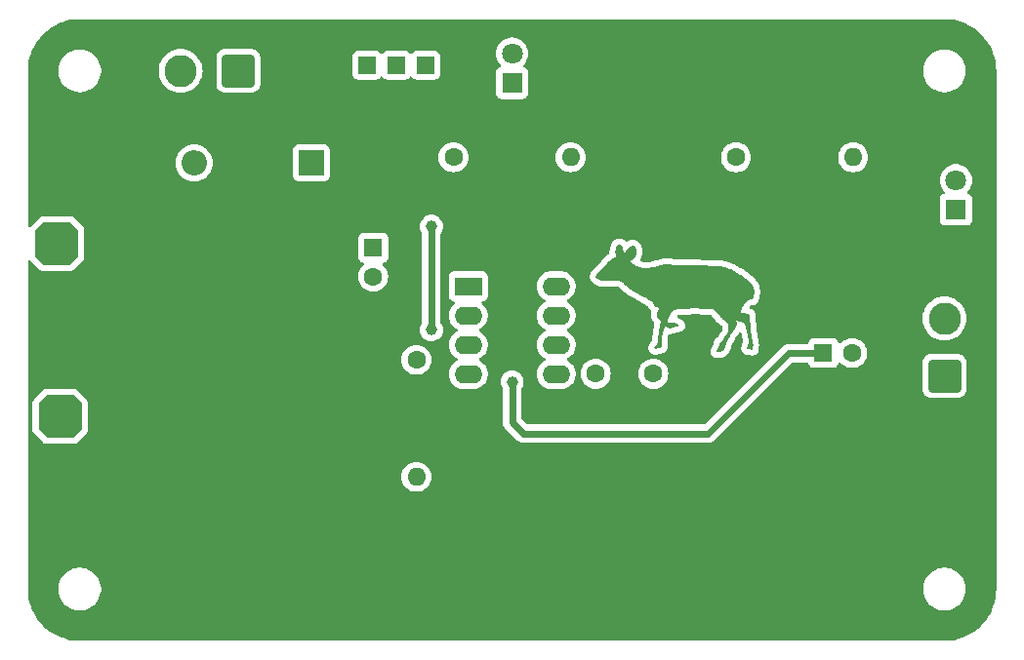
<source format=gbr>
%TF.GenerationSoftware,KiCad,Pcbnew,8.0.8*%
%TF.CreationDate,2025-04-25T12:53:52-04:00*%
%TF.ProjectId,udpudu,75647075-6475-42e6-9b69-6361645f7063,rev?*%
%TF.SameCoordinates,Original*%
%TF.FileFunction,Copper,L1,Top*%
%TF.FilePolarity,Positive*%
%FSLAX46Y46*%
G04 Gerber Fmt 4.6, Leading zero omitted, Abs format (unit mm)*
G04 Created by KiCad (PCBNEW 8.0.8) date 2025-04-25 12:53:52*
%MOMM*%
%LPD*%
G01*
G04 APERTURE LIST*
G04 Aperture macros list*
%AMRoundRect*
0 Rectangle with rounded corners*
0 $1 Rounding radius*
0 $2 $3 $4 $5 $6 $7 $8 $9 X,Y pos of 4 corners*
0 Add a 4 corners polygon primitive as box body*
4,1,4,$2,$3,$4,$5,$6,$7,$8,$9,$2,$3,0*
0 Add four circle primitives for the rounded corners*
1,1,$1+$1,$2,$3*
1,1,$1+$1,$4,$5*
1,1,$1+$1,$6,$7*
1,1,$1+$1,$8,$9*
0 Add four rect primitives between the rounded corners*
20,1,$1+$1,$2,$3,$4,$5,0*
20,1,$1+$1,$4,$5,$6,$7,0*
20,1,$1+$1,$6,$7,$8,$9,0*
20,1,$1+$1,$8,$9,$2,$3,0*%
%AMOutline5P*
0 Free polygon, 5 corners , with rotation*
0 The origin of the aperture is its center*
0 number of corners: always 5*
0 $1 to $10 corner X, Y*
0 $11 Rotation angle, in degrees counterclockwise*
0 create outline with 5 corners*
4,1,5,$1,$2,$3,$4,$5,$6,$7,$8,$9,$10,$1,$2,$11*%
%AMOutline6P*
0 Free polygon, 6 corners , with rotation*
0 The origin of the aperture is its center*
0 number of corners: always 6*
0 $1 to $12 corner X, Y*
0 $13 Rotation angle, in degrees counterclockwise*
0 create outline with 6 corners*
4,1,6,$1,$2,$3,$4,$5,$6,$7,$8,$9,$10,$11,$12,$1,$2,$13*%
%AMOutline7P*
0 Free polygon, 7 corners , with rotation*
0 The origin of the aperture is its center*
0 number of corners: always 7*
0 $1 to $14 corner X, Y*
0 $15 Rotation angle, in degrees counterclockwise*
0 create outline with 7 corners*
4,1,7,$1,$2,$3,$4,$5,$6,$7,$8,$9,$10,$11,$12,$13,$14,$1,$2,$15*%
%AMOutline8P*
0 Free polygon, 8 corners , with rotation*
0 The origin of the aperture is its center*
0 number of corners: always 8*
0 $1 to $16 corner X, Y*
0 $17 Rotation angle, in degrees counterclockwise*
0 create outline with 8 corners*
4,1,8,$1,$2,$3,$4,$5,$6,$7,$8,$9,$10,$11,$12,$13,$14,$15,$16,$1,$2,$17*%
G04 Aperture macros list end*
%TA.AperFunction,NonConductor*%
%ADD10C,0.000000*%
%TD*%
%TA.AperFunction,ComponentPad*%
%ADD11R,1.800000X1.800000*%
%TD*%
%TA.AperFunction,ComponentPad*%
%ADD12C,1.800000*%
%TD*%
%TA.AperFunction,ComponentPad*%
%ADD13Outline8P,-1.900000X1.140000X-1.140000X1.900000X1.140000X1.900000X1.900000X1.140000X1.900000X-1.140000X1.140000X-1.900000X-1.140000X-1.900000X-1.900000X-1.140000X0.000000*%
%TD*%
%TA.AperFunction,ComponentPad*%
%ADD14RoundRect,0.250001X1.149999X-1.149999X1.149999X1.149999X-1.149999X1.149999X-1.149999X-1.149999X0*%
%TD*%
%TA.AperFunction,ComponentPad*%
%ADD15C,2.800000*%
%TD*%
%TA.AperFunction,ComponentPad*%
%ADD16R,2.200000X2.200000*%
%TD*%
%TA.AperFunction,ComponentPad*%
%ADD17O,2.200000X2.200000*%
%TD*%
%TA.AperFunction,ComponentPad*%
%ADD18R,2.400000X1.600000*%
%TD*%
%TA.AperFunction,ComponentPad*%
%ADD19O,2.400000X1.600000*%
%TD*%
%TA.AperFunction,ComponentPad*%
%ADD20R,1.600000X1.600000*%
%TD*%
%TA.AperFunction,ComponentPad*%
%ADD21C,1.600000*%
%TD*%
%TA.AperFunction,ComponentPad*%
%ADD22R,1.500000X1.500000*%
%TD*%
%TA.AperFunction,ComponentPad*%
%ADD23O,1.600000X1.600000*%
%TD*%
%TA.AperFunction,ComponentPad*%
%ADD24RoundRect,0.250001X1.149999X1.149999X-1.149999X1.149999X-1.149999X-1.149999X1.149999X-1.149999X0*%
%TD*%
%TA.AperFunction,ViaPad*%
%ADD25C,1.000000*%
%TD*%
%TA.AperFunction,Conductor*%
%ADD26C,0.600000*%
%TD*%
G04 APERTURE END LIST*
D10*
%TA.AperFunction,NonConductor*%
G36*
X101836913Y-70083302D02*
G01*
X101861444Y-70085361D01*
X101873447Y-70087139D01*
X101885223Y-70089416D01*
X101896731Y-70092194D01*
X101907932Y-70095475D01*
X101918787Y-70099258D01*
X101929256Y-70103546D01*
X101939299Y-70108338D01*
X101948877Y-70113637D01*
X101957950Y-70119444D01*
X101966478Y-70125758D01*
X101974421Y-70132582D01*
X101981741Y-70139917D01*
X101998467Y-70159883D01*
X102014492Y-70181995D01*
X102029785Y-70206131D01*
X102044315Y-70232166D01*
X102058052Y-70259978D01*
X102070964Y-70289443D01*
X102083020Y-70320438D01*
X102094189Y-70352841D01*
X102104441Y-70386527D01*
X102113744Y-70421373D01*
X102122067Y-70457257D01*
X102129379Y-70494054D01*
X102135649Y-70531642D01*
X102140847Y-70569897D01*
X102144941Y-70608697D01*
X102147900Y-70647917D01*
X102149078Y-70678113D01*
X102150459Y-70705307D01*
X102152081Y-70729661D01*
X102152995Y-70740824D01*
X102153985Y-70751337D01*
X102155056Y-70761220D01*
X102156212Y-70770494D01*
X102157459Y-70779179D01*
X102158801Y-70787295D01*
X102160245Y-70794862D01*
X102161794Y-70801901D01*
X102163454Y-70808431D01*
X102165230Y-70814473D01*
X102167127Y-70820046D01*
X102169149Y-70825172D01*
X102171303Y-70829870D01*
X102173593Y-70834159D01*
X102176024Y-70838062D01*
X102178601Y-70841597D01*
X102181329Y-70844784D01*
X102184214Y-70847645D01*
X102187259Y-70850199D01*
X102190471Y-70852465D01*
X102193854Y-70854466D01*
X102197414Y-70856219D01*
X102201155Y-70857746D01*
X102205082Y-70859068D01*
X102209201Y-70860203D01*
X102213516Y-70861172D01*
X102221016Y-70861950D01*
X102228248Y-70861887D01*
X102231769Y-70861534D01*
X102235229Y-70860962D01*
X102238630Y-70860170D01*
X102241975Y-70859154D01*
X102245266Y-70857912D01*
X102248505Y-70856441D01*
X102251694Y-70854737D01*
X102254835Y-70852800D01*
X102257930Y-70850625D01*
X102260981Y-70848211D01*
X102266962Y-70842651D01*
X102272794Y-70836099D01*
X102278494Y-70828533D01*
X102284080Y-70819931D01*
X102289567Y-70810273D01*
X102294975Y-70799535D01*
X102300318Y-70787696D01*
X102305615Y-70774735D01*
X102310883Y-70760630D01*
X102321022Y-70734980D01*
X102332542Y-70709171D01*
X102359435Y-70657330D01*
X102390993Y-70605617D01*
X102426646Y-70554544D01*
X102465825Y-70504622D01*
X102507959Y-70456360D01*
X102552479Y-70410271D01*
X102598816Y-70366864D01*
X102646398Y-70326651D01*
X102694658Y-70290142D01*
X102743024Y-70257848D01*
X102790928Y-70230281D01*
X102837799Y-70207950D01*
X102860669Y-70198908D01*
X102883068Y-70191367D01*
X102904924Y-70185391D01*
X102926165Y-70181043D01*
X102946721Y-70178388D01*
X102966520Y-70177488D01*
X102978554Y-70177788D01*
X102990538Y-70178682D01*
X103002456Y-70180155D01*
X103014296Y-70182198D01*
X103026044Y-70184798D01*
X103037686Y-70187942D01*
X103049208Y-70191620D01*
X103060596Y-70195819D01*
X103071837Y-70200527D01*
X103082917Y-70205733D01*
X103093823Y-70211424D01*
X103104540Y-70217588D01*
X103115054Y-70224214D01*
X103125353Y-70231290D01*
X103145246Y-70246743D01*
X103164110Y-70263851D01*
X103181835Y-70282520D01*
X103198310Y-70302655D01*
X103213426Y-70324158D01*
X103227072Y-70346936D01*
X103233310Y-70358773D01*
X103239138Y-70370893D01*
X103244545Y-70383284D01*
X103249515Y-70395934D01*
X103254035Y-70408831D01*
X103258091Y-70421963D01*
X103267533Y-70459333D01*
X103275245Y-70497357D01*
X103281266Y-70535933D01*
X103285634Y-70574958D01*
X103288387Y-70614331D01*
X103289562Y-70653949D01*
X103289200Y-70693709D01*
X103287336Y-70733510D01*
X103284009Y-70773249D01*
X103279258Y-70812823D01*
X103273121Y-70852131D01*
X103265635Y-70891069D01*
X103256838Y-70929537D01*
X103246770Y-70967431D01*
X103235467Y-71004648D01*
X103222968Y-71041088D01*
X103209310Y-71076647D01*
X103194533Y-71111223D01*
X103178674Y-71144714D01*
X103161771Y-71177018D01*
X103143863Y-71208031D01*
X103124986Y-71237653D01*
X103105180Y-71265780D01*
X103084483Y-71292310D01*
X103062932Y-71317141D01*
X103040566Y-71340170D01*
X103017422Y-71361296D01*
X102993540Y-71380416D01*
X102968956Y-71397427D01*
X102943709Y-71412228D01*
X102917837Y-71424716D01*
X102891379Y-71434788D01*
X102862103Y-71443718D01*
X102836464Y-71451755D01*
X102814277Y-71459047D01*
X102804421Y-71462461D01*
X102795360Y-71465745D01*
X102787069Y-71468917D01*
X102779527Y-71471995D01*
X102772710Y-71475000D01*
X102766595Y-71477949D01*
X102761160Y-71480860D01*
X102756382Y-71483753D01*
X102752237Y-71486646D01*
X102748702Y-71489557D01*
X102745755Y-71492506D01*
X102743373Y-71495510D01*
X102741532Y-71498589D01*
X102740210Y-71501761D01*
X102739383Y-71505045D01*
X102739029Y-71508458D01*
X102739125Y-71512021D01*
X102739648Y-71515751D01*
X102740575Y-71519667D01*
X102741883Y-71523788D01*
X102743548Y-71528131D01*
X102745549Y-71532717D01*
X102750463Y-71542689D01*
X102756441Y-71553851D01*
X102769577Y-71572643D01*
X102791850Y-71595669D01*
X102822265Y-71622314D01*
X102859827Y-71651962D01*
X102903541Y-71683997D01*
X102952410Y-71717804D01*
X103061638Y-71788272D01*
X103179547Y-71858442D01*
X103298175Y-71923391D01*
X103355271Y-71952369D01*
X103409561Y-71978195D01*
X103460049Y-72000254D01*
X103505741Y-72017930D01*
X103589210Y-72045667D01*
X103676307Y-72068751D01*
X103767040Y-72087180D01*
X103861415Y-72100951D01*
X103959440Y-72110061D01*
X104061121Y-72114510D01*
X104166466Y-72114293D01*
X104275480Y-72109409D01*
X104388172Y-72099856D01*
X104504548Y-72085631D01*
X104624616Y-72066732D01*
X104748381Y-72043156D01*
X104875852Y-72014902D01*
X105007035Y-71981966D01*
X105141938Y-71944347D01*
X105280566Y-71902043D01*
X105362326Y-71876984D01*
X105439693Y-71854770D01*
X105513211Y-71835366D01*
X105583423Y-71818740D01*
X105650872Y-71804857D01*
X105716102Y-71793686D01*
X105779656Y-71785191D01*
X105842078Y-71779341D01*
X105903910Y-71776102D01*
X105965697Y-71775440D01*
X106027981Y-71777322D01*
X106091307Y-71781714D01*
X106156217Y-71788584D01*
X106223254Y-71797898D01*
X106292963Y-71809623D01*
X106365886Y-71823725D01*
X106448780Y-71835946D01*
X106568359Y-71846976D01*
X106947838Y-71866456D01*
X107564847Y-71884150D01*
X108479908Y-71902043D01*
X109288830Y-71915207D01*
X109618526Y-71922206D01*
X109905019Y-71930468D01*
X110153288Y-71940734D01*
X110368313Y-71953741D01*
X110555072Y-71970231D01*
X110639409Y-71980013D01*
X110718547Y-71990942D01*
X110793108Y-72003112D01*
X110863715Y-72016614D01*
X110930991Y-72031542D01*
X110995557Y-72047987D01*
X111058037Y-72066042D01*
X111119052Y-72085799D01*
X111179226Y-72107351D01*
X111239180Y-72130791D01*
X111360921Y-72183702D01*
X111489253Y-72245271D01*
X111785611Y-72397342D01*
X111915586Y-72466663D01*
X112042033Y-72537002D01*
X112164719Y-72608197D01*
X112283417Y-72680090D01*
X112397894Y-72752519D01*
X112507921Y-72825325D01*
X112613268Y-72898345D01*
X112713704Y-72971421D01*
X112808999Y-73044392D01*
X112898924Y-73117096D01*
X112983247Y-73189374D01*
X113061739Y-73261066D01*
X113134169Y-73332010D01*
X113200307Y-73402046D01*
X113259924Y-73471015D01*
X113312788Y-73538754D01*
X113331875Y-73565631D01*
X113349321Y-73591071D01*
X113365236Y-73615337D01*
X113379728Y-73638693D01*
X113392905Y-73661400D01*
X113404875Y-73683722D01*
X113415748Y-73705922D01*
X113425632Y-73728262D01*
X113434636Y-73751005D01*
X113442867Y-73774414D01*
X113450435Y-73798752D01*
X113457448Y-73824281D01*
X113464014Y-73851264D01*
X113470243Y-73879964D01*
X113476241Y-73910644D01*
X113482119Y-73943566D01*
X113489095Y-73988314D01*
X113494740Y-74033088D01*
X113499050Y-74077925D01*
X113502021Y-74122863D01*
X113503650Y-74167941D01*
X113503932Y-74213197D01*
X113502864Y-74258668D01*
X113500442Y-74304392D01*
X113496662Y-74350408D01*
X113491520Y-74396754D01*
X113485012Y-74443466D01*
X113477134Y-74490584D01*
X113467883Y-74538146D01*
X113457254Y-74586189D01*
X113445244Y-74634751D01*
X113431849Y-74683870D01*
X113424469Y-74710981D01*
X113417728Y-74734860D01*
X113411509Y-74755649D01*
X113408559Y-74764929D01*
X113405696Y-74773490D01*
X113402905Y-74781350D01*
X113400172Y-74788525D01*
X113397481Y-74795035D01*
X113394818Y-74800896D01*
X113392169Y-74806127D01*
X113389519Y-74810745D01*
X113386854Y-74814768D01*
X113384158Y-74818213D01*
X113381417Y-74821099D01*
X113378616Y-74823443D01*
X113375741Y-74825262D01*
X113372778Y-74826575D01*
X113369710Y-74827400D01*
X113366525Y-74827753D01*
X113363207Y-74827653D01*
X113359742Y-74827118D01*
X113356114Y-74826165D01*
X113352310Y-74824811D01*
X113348315Y-74823076D01*
X113344114Y-74820975D01*
X113339692Y-74818528D01*
X113335035Y-74815752D01*
X113324957Y-74809283D01*
X113315184Y-74803878D01*
X113305588Y-74799403D01*
X113295983Y-74795910D01*
X113286187Y-74793449D01*
X113276016Y-74792070D01*
X113265286Y-74791824D01*
X113253814Y-74792760D01*
X113241415Y-74794929D01*
X113227906Y-74798383D01*
X113213104Y-74803170D01*
X113196824Y-74809341D01*
X113178882Y-74816948D01*
X113159097Y-74826039D01*
X113137282Y-74836667D01*
X113086833Y-74862729D01*
X113017325Y-74902655D01*
X112948998Y-74948969D01*
X112882305Y-75001016D01*
X112817694Y-75058141D01*
X112755616Y-75119686D01*
X112696522Y-75184998D01*
X112640862Y-75253419D01*
X112589086Y-75324295D01*
X112541644Y-75396969D01*
X112498988Y-75470785D01*
X112461567Y-75545088D01*
X112429831Y-75619222D01*
X112404232Y-75692532D01*
X112385219Y-75764360D01*
X112373243Y-75834053D01*
X112370034Y-75867893D01*
X112368753Y-75900953D01*
X112368753Y-76057587D01*
X112635453Y-76057587D01*
X112689737Y-76058847D01*
X112715693Y-76059975D01*
X112740859Y-76061437D01*
X112765231Y-76063233D01*
X112788809Y-76065362D01*
X112811591Y-76067827D01*
X112833576Y-76070626D01*
X112854763Y-76073762D01*
X112875150Y-76077233D01*
X112894736Y-76081041D01*
X112913520Y-76085186D01*
X112931500Y-76089668D01*
X112948674Y-76094489D01*
X112965042Y-76099648D01*
X112980602Y-76105146D01*
X112995353Y-76110984D01*
X113009293Y-76117162D01*
X113022422Y-76123680D01*
X113034737Y-76130539D01*
X113046237Y-76137740D01*
X113056921Y-76145282D01*
X113066788Y-76153167D01*
X113075836Y-76161395D01*
X113084064Y-76169966D01*
X113091471Y-76178881D01*
X113098054Y-76188141D01*
X113103814Y-76197745D01*
X113108748Y-76207695D01*
X113112855Y-76217990D01*
X113116134Y-76228632D01*
X113118583Y-76239620D01*
X113122268Y-76262899D01*
X113126139Y-76303113D01*
X113134192Y-76425689D01*
X113142246Y-76590037D01*
X113149803Y-76778841D01*
X113159081Y-76974207D01*
X113174715Y-77188053D01*
X113195670Y-77412068D01*
X113220910Y-77637944D01*
X113249399Y-77857370D01*
X113280102Y-78062038D01*
X113311983Y-78243637D01*
X113344006Y-78393859D01*
X113358408Y-78455462D01*
X113371061Y-78512233D01*
X113381980Y-78564399D01*
X113391177Y-78612189D01*
X113398666Y-78655830D01*
X113404460Y-78695551D01*
X113408571Y-78731579D01*
X113411013Y-78764142D01*
X113411613Y-78779196D01*
X113411800Y-78793468D01*
X113411577Y-78806989D01*
X113410944Y-78819785D01*
X113409904Y-78831886D01*
X113408459Y-78843321D01*
X113406609Y-78854117D01*
X113404357Y-78864303D01*
X113401705Y-78873908D01*
X113398653Y-78882960D01*
X113395204Y-78891488D01*
X113391359Y-78899519D01*
X113387119Y-78907084D01*
X113382488Y-78914209D01*
X113377465Y-78920924D01*
X113372053Y-78927257D01*
X113365337Y-78934944D01*
X113359279Y-78942766D01*
X113353881Y-78950781D01*
X113349141Y-78959049D01*
X113345063Y-78967631D01*
X113341645Y-78976585D01*
X113338890Y-78985972D01*
X113336797Y-78995851D01*
X113335367Y-79006282D01*
X113334602Y-79017325D01*
X113334503Y-79029039D01*
X113335068Y-79041484D01*
X113336301Y-79054719D01*
X113338201Y-79068805D01*
X113340769Y-79083801D01*
X113344006Y-79099767D01*
X113365704Y-79215654D01*
X113149275Y-79193958D01*
X113105380Y-79189088D01*
X113063624Y-79184069D01*
X113024956Y-79179001D01*
X112990326Y-79173982D01*
X112960681Y-79169112D01*
X112936971Y-79164490D01*
X112927638Y-79162303D01*
X112920144Y-79160216D01*
X112914608Y-79158240D01*
X112911149Y-79156388D01*
X112906935Y-79153483D01*
X112903118Y-79149563D01*
X112899695Y-79144677D01*
X112896659Y-79138874D01*
X112891732Y-79124712D01*
X112888297Y-79107464D01*
X112886312Y-79087523D01*
X112885738Y-79065277D01*
X112886534Y-79041116D01*
X112888661Y-79015431D01*
X112892077Y-78988610D01*
X112896743Y-78961045D01*
X112902618Y-78933125D01*
X112909662Y-78905240D01*
X112917835Y-78877779D01*
X112927096Y-78851133D01*
X112937404Y-78825692D01*
X112948721Y-78801845D01*
X112961448Y-78775688D01*
X112972650Y-78748835D01*
X112982341Y-78721021D01*
X112990533Y-78691985D01*
X112997241Y-78661465D01*
X113002476Y-78629196D01*
X113006252Y-78594916D01*
X113008583Y-78558363D01*
X113009481Y-78519274D01*
X113008960Y-78477385D01*
X113007033Y-78432435D01*
X113003713Y-78384160D01*
X112992947Y-78276585D01*
X112976767Y-78152559D01*
X112955516Y-78022249D01*
X112926124Y-77874358D01*
X112890716Y-77716855D01*
X112851421Y-77557709D01*
X112810364Y-77404888D01*
X112769673Y-77266361D01*
X112731475Y-77150097D01*
X112713976Y-77102803D01*
X112697897Y-77064063D01*
X112682075Y-77032555D01*
X112666127Y-77003767D01*
X112649703Y-76977477D01*
X112632454Y-76953467D01*
X112614029Y-76931515D01*
X112594080Y-76911402D01*
X112572256Y-76892908D01*
X112548209Y-76875812D01*
X112521588Y-76859894D01*
X112492044Y-76844934D01*
X112459227Y-76830712D01*
X112422788Y-76817008D01*
X112382377Y-76803602D01*
X112337645Y-76790273D01*
X112288242Y-76776801D01*
X112233818Y-76762967D01*
X112176742Y-76748646D01*
X112126538Y-76736258D01*
X112082869Y-76725827D01*
X112045402Y-76717376D01*
X112028889Y-76713899D01*
X112013801Y-76710927D01*
X112000095Y-76708461D01*
X111987731Y-76706505D01*
X111976666Y-76705061D01*
X111966858Y-76704132D01*
X111958265Y-76703721D01*
X111950846Y-76703832D01*
X111944559Y-76704466D01*
X111939362Y-76705628D01*
X111937159Y-76706407D01*
X111935212Y-76707319D01*
X111933518Y-76708364D01*
X111932069Y-76709543D01*
X111930862Y-76710856D01*
X111929890Y-76712303D01*
X111929149Y-76713884D01*
X111928634Y-76715601D01*
X111928338Y-76717453D01*
X111928258Y-76719440D01*
X111928721Y-76723824D01*
X111929980Y-76728755D01*
X111931995Y-76734237D01*
X111934722Y-76740271D01*
X111938121Y-76746862D01*
X111942150Y-76754011D01*
X111946766Y-76761722D01*
X111957593Y-76778841D01*
X111962866Y-76786801D01*
X111967957Y-76795343D01*
X111972843Y-76804377D01*
X111977502Y-76813816D01*
X111981914Y-76823571D01*
X111986056Y-76833555D01*
X111989906Y-76843677D01*
X111993444Y-76853851D01*
X111996646Y-76863988D01*
X111999492Y-76873999D01*
X112001960Y-76883796D01*
X112004027Y-76893291D01*
X112005673Y-76902395D01*
X112006876Y-76911019D01*
X112007613Y-76919077D01*
X112007864Y-76926479D01*
X112005993Y-76950409D01*
X112000390Y-76978717D01*
X111991068Y-77011367D01*
X111978040Y-77048319D01*
X111961320Y-77089539D01*
X111940919Y-77134987D01*
X111889132Y-77238423D01*
X111822785Y-77358329D01*
X111741982Y-77494407D01*
X111646831Y-77646361D01*
X111537435Y-77813892D01*
X111425026Y-77987663D01*
X111373633Y-78069683D01*
X111325553Y-78148275D01*
X111280865Y-78223302D01*
X111239649Y-78294625D01*
X111201982Y-78362106D01*
X111167944Y-78425608D01*
X111137615Y-78484992D01*
X111111074Y-78540121D01*
X111088398Y-78590856D01*
X111069668Y-78637059D01*
X111054963Y-78678594D01*
X111044361Y-78715320D01*
X111037942Y-78747102D01*
X111036326Y-78761094D01*
X111035785Y-78773799D01*
X111035014Y-78795391D01*
X111032739Y-78817743D01*
X111029019Y-78840773D01*
X111023915Y-78864399D01*
X111017485Y-78888538D01*
X111009788Y-78913108D01*
X111000883Y-78938025D01*
X110990831Y-78963208D01*
X110967517Y-79014041D01*
X110940321Y-79064945D01*
X110909716Y-79115260D01*
X110876175Y-79164325D01*
X110840172Y-79211480D01*
X110802181Y-79256065D01*
X110762676Y-79297419D01*
X110722129Y-79334882D01*
X110701613Y-79351948D01*
X110681015Y-79367793D01*
X110660393Y-79382336D01*
X110639807Y-79395492D01*
X110619316Y-79407181D01*
X110598980Y-79417319D01*
X110578856Y-79425824D01*
X110559005Y-79432613D01*
X110535659Y-79438969D01*
X110510716Y-79443977D01*
X110484553Y-79447677D01*
X110457546Y-79450108D01*
X110430071Y-79451311D01*
X110402504Y-79451327D01*
X110375220Y-79450196D01*
X110348596Y-79447958D01*
X110323007Y-79444653D01*
X110298830Y-79440322D01*
X110276441Y-79435005D01*
X110256215Y-79428743D01*
X110238528Y-79421575D01*
X110230754Y-79417664D01*
X110223757Y-79413542D01*
X110217582Y-79409214D01*
X110212277Y-79404685D01*
X110207888Y-79399959D01*
X110204464Y-79395043D01*
X110203410Y-79393364D01*
X110202627Y-79391313D01*
X110201854Y-79386141D01*
X110202102Y-79379624D01*
X110203331Y-79371858D01*
X110205500Y-79362938D01*
X110208566Y-79352960D01*
X110212490Y-79342022D01*
X110217230Y-79330219D01*
X110222746Y-79317646D01*
X110228995Y-79304401D01*
X110235937Y-79290579D01*
X110243531Y-79276277D01*
X110251736Y-79261590D01*
X110260511Y-79246615D01*
X110269815Y-79231447D01*
X110279605Y-79216184D01*
X110302511Y-79180012D01*
X110323995Y-79144546D01*
X110344050Y-79109824D01*
X110362668Y-79075880D01*
X110379841Y-79042751D01*
X110395561Y-79010475D01*
X110409821Y-78979087D01*
X110422613Y-78948623D01*
X110433928Y-78919121D01*
X110443761Y-78890616D01*
X110452101Y-78863146D01*
X110458943Y-78836746D01*
X110464278Y-78811453D01*
X110468098Y-78787303D01*
X110470396Y-78764332D01*
X110471164Y-78742578D01*
X110471501Y-78730886D01*
X110472526Y-78719409D01*
X110474254Y-78708127D01*
X110476703Y-78697021D01*
X110479890Y-78686069D01*
X110483833Y-78675253D01*
X110488547Y-78664551D01*
X110494050Y-78653943D01*
X110500360Y-78643410D01*
X110507492Y-78632932D01*
X110515465Y-78622487D01*
X110524295Y-78612056D01*
X110534000Y-78601619D01*
X110544596Y-78591156D01*
X110556101Y-78580646D01*
X110568531Y-78570070D01*
X110588471Y-78553959D01*
X110607896Y-78538809D01*
X110626341Y-78524985D01*
X110635051Y-78518686D01*
X110643342Y-78512855D01*
X110651155Y-78507539D01*
X110658432Y-78502783D01*
X110665116Y-78498633D01*
X110671148Y-78495136D01*
X110676470Y-78492336D01*
X110681023Y-78490279D01*
X110684751Y-78489012D01*
X110686286Y-78488688D01*
X110687593Y-78488579D01*
X110691935Y-78486695D01*
X110698418Y-78481187D01*
X110717260Y-78460148D01*
X110774608Y-78383961D01*
X110850858Y-78273680D01*
X110937227Y-78142967D01*
X111024936Y-78005482D01*
X111105204Y-77874886D01*
X111169250Y-77764841D01*
X111192445Y-77721794D01*
X111208292Y-77689008D01*
X111213582Y-77675213D01*
X111218910Y-77659737D01*
X111229534Y-77624408D01*
X111239872Y-77584354D01*
X111249634Y-77540908D01*
X111258527Y-77495402D01*
X111266261Y-77449172D01*
X111272544Y-77403549D01*
X111277084Y-77359867D01*
X111279664Y-77329290D01*
X111281624Y-77300890D01*
X111282929Y-77274415D01*
X111283541Y-77249610D01*
X111283425Y-77226222D01*
X111282544Y-77203997D01*
X111280861Y-77182683D01*
X111278340Y-77162025D01*
X111274945Y-77141770D01*
X111270640Y-77121664D01*
X111265387Y-77101455D01*
X111259150Y-77080888D01*
X111251893Y-77059711D01*
X111243580Y-77037670D01*
X111234173Y-77014510D01*
X111223638Y-76989980D01*
X111212634Y-76965634D01*
X111201715Y-76943053D01*
X111190677Y-76922016D01*
X111179320Y-76902303D01*
X111167442Y-76883694D01*
X111154842Y-76865968D01*
X111141318Y-76848906D01*
X111126668Y-76832288D01*
X111110692Y-76815892D01*
X111093186Y-76799500D01*
X111073951Y-76782891D01*
X111052784Y-76765844D01*
X111029483Y-76748140D01*
X111003848Y-76729559D01*
X110975677Y-76709880D01*
X110944767Y-76688883D01*
X110888009Y-76647566D01*
X110859220Y-76624818D01*
X110829930Y-76600438D01*
X110769159Y-76546055D01*
X110704327Y-76482971D01*
X110634062Y-76409743D01*
X110556995Y-76324924D01*
X110471755Y-76227070D01*
X110376971Y-76114737D01*
X110013434Y-75681880D01*
X109721863Y-75694579D01*
X109650308Y-75695659D01*
X109560286Y-75694289D01*
X109455405Y-75690700D01*
X109339276Y-75685120D01*
X109087707Y-75668907D01*
X108834451Y-75647484D01*
X108660531Y-75631869D01*
X108518522Y-75620297D01*
X108457783Y-75616005D01*
X108402980Y-75612695D01*
X108353433Y-75610358D01*
X108308460Y-75608986D01*
X108267382Y-75608569D01*
X108229517Y-75609098D01*
X108194186Y-75610563D01*
X108160707Y-75612955D01*
X108128400Y-75616265D01*
X108096585Y-75620483D01*
X108064580Y-75625601D01*
X108031706Y-75631608D01*
X107977886Y-75640174D01*
X107905450Y-75649038D01*
X107817560Y-75657951D01*
X107717380Y-75666666D01*
X107492798Y-75682508D01*
X107257005Y-75694579D01*
X107086900Y-75701404D01*
X107015196Y-75704723D01*
X106951453Y-75708106D01*
X106894969Y-75711650D01*
X106845040Y-75715452D01*
X106800963Y-75719608D01*
X106762036Y-75724212D01*
X106727555Y-75729363D01*
X106696817Y-75735155D01*
X106669119Y-75741686D01*
X106643759Y-75749050D01*
X106620032Y-75757345D01*
X106597237Y-75766665D01*
X106574669Y-75777109D01*
X106551626Y-75788771D01*
X106513511Y-75809384D01*
X106477882Y-75830027D01*
X106444647Y-75850816D01*
X106413712Y-75871867D01*
X106384985Y-75893296D01*
X106358373Y-75915219D01*
X106333782Y-75937753D01*
X106311120Y-75961015D01*
X106290293Y-75985120D01*
X106271209Y-76010184D01*
X106253775Y-76036324D01*
X106237897Y-76063657D01*
X106223482Y-76092298D01*
X106210438Y-76122363D01*
X106198671Y-76153970D01*
X106188089Y-76187234D01*
X106182904Y-76204156D01*
X106176924Y-76221882D01*
X106170219Y-76240258D01*
X106162863Y-76259134D01*
X106154926Y-76278357D01*
X106146482Y-76297776D01*
X106128360Y-76336591D01*
X106109071Y-76374364D01*
X106099169Y-76392480D01*
X106089193Y-76409880D01*
X106079213Y-76426412D01*
X106069303Y-76441924D01*
X106059533Y-76456264D01*
X106049977Y-76469280D01*
X106030680Y-76495651D01*
X106013850Y-76519616D01*
X105999457Y-76541498D01*
X105987477Y-76561619D01*
X105982382Y-76571119D01*
X105977881Y-76580301D01*
X105973968Y-76589203D01*
X105970642Y-76597866D01*
X105967898Y-76606332D01*
X105965733Y-76614639D01*
X105964144Y-76622828D01*
X105963127Y-76630939D01*
X105962679Y-76639014D01*
X105962797Y-76647091D01*
X105963477Y-76655212D01*
X105964715Y-76663417D01*
X105966509Y-76671746D01*
X105968855Y-76680239D01*
X105971750Y-76688936D01*
X105975190Y-76697879D01*
X105979172Y-76707107D01*
X105983692Y-76716660D01*
X105994334Y-76736905D01*
X106007089Y-76758936D01*
X106021930Y-76783075D01*
X106087547Y-76889968D01*
X106341547Y-76886791D01*
X106395148Y-76887379D01*
X106448985Y-76889114D01*
X106501556Y-76891954D01*
X106551362Y-76895853D01*
X106596901Y-76900770D01*
X106617602Y-76903596D01*
X106636674Y-76906660D01*
X106653928Y-76909957D01*
X106669178Y-76913480D01*
X106682236Y-76917226D01*
X106692914Y-76921187D01*
X106715185Y-76930025D01*
X106739418Y-76941042D01*
X106765143Y-76953909D01*
X106791893Y-76968300D01*
X106819197Y-76983888D01*
X106846588Y-77000346D01*
X106873596Y-77017346D01*
X106899751Y-77034562D01*
X106924586Y-77051666D01*
X106947632Y-77068331D01*
X106968418Y-77084230D01*
X106986477Y-77099037D01*
X107001339Y-77112424D01*
X107012535Y-77124063D01*
X107016612Y-77129125D01*
X107019597Y-77133628D01*
X107021430Y-77137530D01*
X107022055Y-77140792D01*
X107021781Y-77142008D01*
X107020969Y-77143274D01*
X107017781Y-77145941D01*
X107012598Y-77148765D01*
X107005527Y-77151722D01*
X106996672Y-77154784D01*
X106986141Y-77157925D01*
X106960473Y-77164340D01*
X106929374Y-77170754D01*
X106893691Y-77176957D01*
X106854276Y-77182739D01*
X106811976Y-77187888D01*
X106787881Y-77190520D01*
X106763879Y-77193637D01*
X106740061Y-77197219D01*
X106716520Y-77201241D01*
X106693347Y-77205682D01*
X106670636Y-77210519D01*
X106648478Y-77215730D01*
X106626967Y-77221292D01*
X106606192Y-77227182D01*
X106586249Y-77233379D01*
X106567227Y-77239859D01*
X106549220Y-77246601D01*
X106532321Y-77253581D01*
X106516620Y-77260778D01*
X106502211Y-77268168D01*
X106489185Y-77275730D01*
X106475410Y-77284140D01*
X106461261Y-77291919D01*
X106446725Y-77299077D01*
X106431787Y-77305627D01*
X106416434Y-77311583D01*
X106400651Y-77316955D01*
X106384425Y-77321756D01*
X106367741Y-77326000D01*
X106350587Y-77329698D01*
X106332947Y-77332863D01*
X106314807Y-77335506D01*
X106296155Y-77337641D01*
X106276976Y-77339281D01*
X106257255Y-77340436D01*
X106236979Y-77341120D01*
X106216135Y-77341345D01*
X106191304Y-77341146D01*
X106168446Y-77340492D01*
X106147327Y-77339301D01*
X106127714Y-77337492D01*
X106109373Y-77334983D01*
X106092068Y-77331690D01*
X106075566Y-77327532D01*
X106059634Y-77322428D01*
X106044036Y-77316293D01*
X106028539Y-77309047D01*
X106012909Y-77300608D01*
X105996911Y-77290892D01*
X105980312Y-77279819D01*
X105962877Y-77267305D01*
X105944373Y-77253269D01*
X105924564Y-77237628D01*
X105910597Y-77226808D01*
X105896911Y-77216597D01*
X105883567Y-77207033D01*
X105870622Y-77198157D01*
X105858137Y-77190005D01*
X105846169Y-77182619D01*
X105834778Y-77176035D01*
X105824023Y-77170293D01*
X105813962Y-77165431D01*
X105804654Y-77161489D01*
X105796159Y-77158505D01*
X105792235Y-77157384D01*
X105788535Y-77156517D01*
X105785069Y-77155910D01*
X105781842Y-77155566D01*
X105778862Y-77155490D01*
X105776137Y-77155688D01*
X105773674Y-77156164D01*
X105771481Y-77156924D01*
X105769564Y-77157971D01*
X105767931Y-77159311D01*
X105764378Y-77164181D01*
X105759721Y-77172894D01*
X105747393Y-77201000D01*
X105731542Y-77241930D01*
X105712765Y-77293985D01*
X105691656Y-77355466D01*
X105668811Y-77424673D01*
X105620293Y-77579470D01*
X105582811Y-77706907D01*
X105554090Y-77811072D01*
X105542637Y-77857433D01*
X105532922Y-77901582D01*
X105524793Y-77944721D01*
X105518098Y-77988054D01*
X105512687Y-78032782D01*
X105508409Y-78080107D01*
X105505112Y-78131232D01*
X105502645Y-78187360D01*
X105499597Y-78319429D01*
X105498056Y-78485933D01*
X105496532Y-78623347D01*
X105495478Y-78682717D01*
X105494195Y-78736230D01*
X105492654Y-78784161D01*
X105490829Y-78826787D01*
X105488692Y-78864385D01*
X105486216Y-78897229D01*
X105483374Y-78925595D01*
X105480140Y-78949761D01*
X105478366Y-78960354D01*
X105476485Y-78970001D01*
X105474492Y-78978735D01*
X105472383Y-78986591D01*
X105470156Y-78993605D01*
X105467807Y-78999809D01*
X105465332Y-79005238D01*
X105462729Y-79009928D01*
X105459993Y-79013913D01*
X105457122Y-79017226D01*
X105454112Y-79019904D01*
X105450960Y-79021979D01*
X105436382Y-79027840D01*
X105412521Y-79035630D01*
X105380611Y-79044945D01*
X105341886Y-79055383D01*
X105297579Y-79066540D01*
X105248926Y-79078013D01*
X105197160Y-79089400D01*
X105143514Y-79100296D01*
X105104847Y-79108054D01*
X105069873Y-79114856D01*
X105038390Y-79120704D01*
X105010197Y-79125596D01*
X104985092Y-79129534D01*
X104973635Y-79131145D01*
X104962874Y-79132517D01*
X104952784Y-79133650D01*
X104943341Y-79134544D01*
X104934518Y-79135200D01*
X104926291Y-79135617D01*
X104918635Y-79135795D01*
X104911523Y-79135735D01*
X104904932Y-79135436D01*
X104898836Y-79134898D01*
X104893210Y-79134121D01*
X104888028Y-79133106D01*
X104883266Y-79131852D01*
X104878897Y-79130359D01*
X104874898Y-79128627D01*
X104871243Y-79126657D01*
X104867906Y-79124448D01*
X104864862Y-79122000D01*
X104862087Y-79119313D01*
X104859555Y-79116388D01*
X104857240Y-79113224D01*
X104855118Y-79109821D01*
X104851527Y-79103875D01*
X104848392Y-79097749D01*
X104845711Y-79091448D01*
X104843480Y-79084979D01*
X104841696Y-79078347D01*
X104840358Y-79071558D01*
X104839461Y-79064618D01*
X104839003Y-79057532D01*
X104838982Y-79050307D01*
X104839395Y-79042949D01*
X104840238Y-79035462D01*
X104841510Y-79027854D01*
X104843206Y-79020129D01*
X104845325Y-79012293D01*
X104850819Y-78996315D01*
X104857968Y-78979964D01*
X104866751Y-78963287D01*
X104877144Y-78946332D01*
X104889125Y-78929144D01*
X104902673Y-78911770D01*
X104917763Y-78894256D01*
X104934375Y-78876650D01*
X104952485Y-78858997D01*
X104961933Y-78850514D01*
X104971389Y-78841590D01*
X104980801Y-78832302D01*
X104990114Y-78822731D01*
X104999275Y-78812956D01*
X105008230Y-78803055D01*
X105016927Y-78793107D01*
X105025311Y-78783192D01*
X105033330Y-78773389D01*
X105040929Y-78763777D01*
X105048055Y-78754434D01*
X105054655Y-78745440D01*
X105060675Y-78736873D01*
X105066062Y-78728814D01*
X105070762Y-78721341D01*
X105074722Y-78714533D01*
X105082957Y-78696787D01*
X105091186Y-78674116D01*
X105107613Y-78614041D01*
X105123966Y-78534395D01*
X105140207Y-78435265D01*
X105156299Y-78316738D01*
X105172205Y-78178900D01*
X105187888Y-78021839D01*
X105203310Y-77845641D01*
X105212711Y-77757295D01*
X105224344Y-77663244D01*
X105237764Y-77566365D01*
X105252523Y-77469536D01*
X105268174Y-77375634D01*
X105284273Y-77287536D01*
X105300371Y-77208120D01*
X105316023Y-77140262D01*
X105324037Y-77109660D01*
X105331593Y-77079103D01*
X105345235Y-77018893D01*
X105356755Y-76961175D01*
X105365963Y-76907495D01*
X105372665Y-76859395D01*
X105375017Y-76837921D01*
X105376670Y-76818421D01*
X105377601Y-76801089D01*
X105377785Y-76786116D01*
X105377199Y-76773697D01*
X105375819Y-76764025D01*
X105373438Y-76755254D01*
X105369724Y-76745482D01*
X105364755Y-76734809D01*
X105358612Y-76723337D01*
X105351375Y-76711167D01*
X105343123Y-76698401D01*
X105333936Y-76685140D01*
X105323894Y-76671487D01*
X105313077Y-76657542D01*
X105301565Y-76643407D01*
X105289437Y-76629184D01*
X105276773Y-76614974D01*
X105263654Y-76600878D01*
X105250159Y-76586999D01*
X105236368Y-76573437D01*
X105222360Y-76560295D01*
X105202759Y-76541444D01*
X105184962Y-76523662D01*
X105168862Y-76506765D01*
X105154354Y-76490569D01*
X105141331Y-76474892D01*
X105129687Y-76459548D01*
X105119316Y-76444355D01*
X105110111Y-76429128D01*
X105101966Y-76413685D01*
X105094776Y-76397840D01*
X105088434Y-76381412D01*
X105082834Y-76364215D01*
X105077869Y-76346066D01*
X105073434Y-76326781D01*
X105069422Y-76306178D01*
X105065727Y-76284071D01*
X105060122Y-76243517D01*
X105056208Y-76204193D01*
X105053991Y-76166075D01*
X105053474Y-76129140D01*
X105054662Y-76093365D01*
X105057560Y-76058726D01*
X105062173Y-76025200D01*
X105068505Y-75992764D01*
X105076561Y-75961395D01*
X105086346Y-75931069D01*
X105097864Y-75901763D01*
X105111120Y-75873454D01*
X105126118Y-75846118D01*
X105142864Y-75819733D01*
X105161361Y-75794275D01*
X105181615Y-75769721D01*
X105192113Y-75757541D01*
X105201781Y-75745706D01*
X105210618Y-75734213D01*
X105218625Y-75723059D01*
X105225802Y-75712241D01*
X105232149Y-75701757D01*
X105237666Y-75691604D01*
X105242353Y-75681780D01*
X105246211Y-75672281D01*
X105249240Y-75663104D01*
X105251439Y-75654248D01*
X105252810Y-75645709D01*
X105253352Y-75637485D01*
X105253066Y-75629573D01*
X105251952Y-75621971D01*
X105250009Y-75614675D01*
X105247239Y-75607682D01*
X105243641Y-75600991D01*
X105239215Y-75594598D01*
X105233963Y-75588501D01*
X105227883Y-75582698D01*
X105220976Y-75577184D01*
X105213243Y-75571958D01*
X105204683Y-75567016D01*
X105195297Y-75562357D01*
X105185084Y-75557978D01*
X105174046Y-75553875D01*
X105162182Y-75550046D01*
X105149493Y-75546488D01*
X105135978Y-75543199D01*
X105121638Y-75540176D01*
X105106473Y-75537416D01*
X105093538Y-75535191D01*
X105080641Y-75532590D01*
X105067803Y-75529627D01*
X105055045Y-75526315D01*
X105029845Y-75518693D01*
X105005204Y-75509825D01*
X104981281Y-75499813D01*
X104958240Y-75488759D01*
X104936240Y-75476763D01*
X104915444Y-75463928D01*
X104905547Y-75457227D01*
X104896011Y-75450355D01*
X104886857Y-75443323D01*
X104878104Y-75436146D01*
X104869773Y-75428834D01*
X104861884Y-75421401D01*
X104854457Y-75413860D01*
X104847512Y-75406224D01*
X104841069Y-75398504D01*
X104835149Y-75390714D01*
X104829771Y-75382867D01*
X104824956Y-75374975D01*
X104820724Y-75367051D01*
X104817095Y-75359107D01*
X104814089Y-75351156D01*
X104811727Y-75343212D01*
X104800778Y-75306325D01*
X104790066Y-75272947D01*
X104779159Y-75242619D01*
X104767624Y-75214881D01*
X104755029Y-75189272D01*
X104740941Y-75165334D01*
X104724927Y-75142607D01*
X104706555Y-75120631D01*
X104685393Y-75098946D01*
X104661008Y-75077094D01*
X104632967Y-75054613D01*
X104600837Y-75031045D01*
X104564188Y-75005929D01*
X104522585Y-74978807D01*
X104422789Y-74916703D01*
X104264941Y-74824248D01*
X104058525Y-74707286D01*
X103830379Y-74581394D01*
X103607344Y-74462149D01*
X103376787Y-74338927D01*
X103188757Y-74235394D01*
X103107531Y-74188884D01*
X103033147Y-74144746D01*
X102964340Y-74102129D01*
X102899848Y-74060182D01*
X102838407Y-74018055D01*
X102778754Y-73974898D01*
X102719624Y-73929860D01*
X102659755Y-73882092D01*
X102597883Y-73830743D01*
X102532745Y-73774962D01*
X102387615Y-73646704D01*
X102214067Y-73490522D01*
X102144985Y-73428920D01*
X102084187Y-73377234D01*
X102029038Y-73334654D01*
X101976905Y-73300371D01*
X101925153Y-73273579D01*
X101871148Y-73253467D01*
X101812257Y-73239228D01*
X101745845Y-73230052D01*
X101669279Y-73225133D01*
X101579925Y-73223660D01*
X101352315Y-73227822D01*
X101041944Y-73236071D01*
X100220148Y-73257766D01*
X100113256Y-73176275D01*
X100102003Y-73168122D01*
X100090524Y-73160163D01*
X100078904Y-73152445D01*
X100067227Y-73145013D01*
X100055578Y-73137912D01*
X100044042Y-73131189D01*
X100032703Y-73124889D01*
X100021645Y-73119059D01*
X100010952Y-73113742D01*
X100000710Y-73108987D01*
X99991003Y-73104837D01*
X99981916Y-73101340D01*
X99973532Y-73098540D01*
X99965936Y-73096483D01*
X99959214Y-73095216D01*
X99953448Y-73094783D01*
X99945126Y-73094365D01*
X99936649Y-73093134D01*
X99928043Y-73091122D01*
X99919338Y-73088362D01*
X99910559Y-73084887D01*
X99901735Y-73080729D01*
X99892893Y-73075923D01*
X99884061Y-73070499D01*
X99866536Y-73057935D01*
X99849380Y-73043298D01*
X99832813Y-73026852D01*
X99817055Y-73008859D01*
X99802327Y-72989583D01*
X99788848Y-72969286D01*
X99776839Y-72948231D01*
X99766520Y-72926681D01*
X99758111Y-72904898D01*
X99754691Y-72894002D01*
X99751832Y-72883146D01*
X99749560Y-72872363D01*
X99747903Y-72861686D01*
X99746888Y-72851148D01*
X99746544Y-72840782D01*
X99747389Y-72824860D01*
X99750201Y-72808501D01*
X99755397Y-72791197D01*
X99763395Y-72772438D01*
X99774611Y-72751712D01*
X99789462Y-72728511D01*
X99808366Y-72702323D01*
X99831740Y-72672640D01*
X99860000Y-72638951D01*
X99893563Y-72600746D01*
X99978269Y-72508747D01*
X100089194Y-72392564D01*
X100229673Y-72248117D01*
X100328014Y-72147647D01*
X100421587Y-72049894D01*
X100508252Y-71957324D01*
X100585868Y-71872408D01*
X100652299Y-71797611D01*
X100705402Y-71735403D01*
X100726288Y-71709791D01*
X100743040Y-71688251D01*
X100755391Y-71671093D01*
X100763073Y-71658624D01*
X100778044Y-71636448D01*
X100802149Y-71609355D01*
X100834241Y-71578158D01*
X100873173Y-71543671D01*
X100917798Y-71506706D01*
X100966968Y-71468078D01*
X101019536Y-71428598D01*
X101074355Y-71389080D01*
X101130279Y-71350337D01*
X101186158Y-71313183D01*
X101240848Y-71278430D01*
X101293199Y-71246891D01*
X101342065Y-71219380D01*
X101386299Y-71196710D01*
X101424754Y-71179694D01*
X101456281Y-71169145D01*
X101468530Y-71165606D01*
X101479509Y-71162087D01*
X101489263Y-71158524D01*
X101493695Y-71156705D01*
X101497837Y-71154850D01*
X101501696Y-71152950D01*
X101505277Y-71150999D01*
X101508585Y-71148986D01*
X101511627Y-71146905D01*
X101514407Y-71144746D01*
X101516932Y-71142503D01*
X101519206Y-71140165D01*
X101521237Y-71137726D01*
X101523028Y-71135177D01*
X101524587Y-71132509D01*
X101525917Y-71129715D01*
X101527026Y-71126786D01*
X101527919Y-71123714D01*
X101528601Y-71120491D01*
X101529078Y-71117108D01*
X101529356Y-71113558D01*
X101529440Y-71109832D01*
X101529336Y-71105921D01*
X101529049Y-71101818D01*
X101528585Y-71097515D01*
X101527149Y-71088273D01*
X101525073Y-71078129D01*
X101503510Y-70992337D01*
X101489354Y-70936667D01*
X101474802Y-70880749D01*
X101466342Y-70839022D01*
X101460920Y-70794183D01*
X101458413Y-70746792D01*
X101458696Y-70697409D01*
X101461646Y-70646594D01*
X101467138Y-70594906D01*
X101475048Y-70542905D01*
X101485253Y-70491150D01*
X101497629Y-70440202D01*
X101512051Y-70390619D01*
X101528395Y-70342962D01*
X101546538Y-70297790D01*
X101566354Y-70255662D01*
X101587722Y-70217139D01*
X101610515Y-70182780D01*
X101622408Y-70167337D01*
X101634611Y-70153145D01*
X101642844Y-70145149D01*
X101651642Y-70137631D01*
X101660966Y-70130593D01*
X101670775Y-70124036D01*
X101681030Y-70117960D01*
X101691692Y-70112367D01*
X101702721Y-70107258D01*
X101714077Y-70102634D01*
X101725720Y-70098496D01*
X101737611Y-70094846D01*
X101761980Y-70089009D01*
X101786864Y-70085134D01*
X101811947Y-70083229D01*
X101836913Y-70083302D01*
G37*
%TD.AperFunction*%
D11*
%TO.P,D2,1,K*%
%TO.N,GND*%
X131000000Y-67040000D03*
D12*
%TO.P,D2,2,A*%
%TO.N,Net-(D2-A)*%
X131000000Y-64500000D03*
%TD*%
D13*
%TO.P,J3,1,Pin_1*%
%TO.N,Net-(J3-Pin_1)*%
X53310000Y-85000000D03*
%TD*%
%TO.P,J1,1,Pin_1*%
%TO.N,Net-(J1-Pin_1)*%
X53000000Y-70000000D03*
%TD*%
D14*
%TO.P,LS1,1,1*%
%TO.N,Net-(C5-Pad2)*%
X130000000Y-81500000D03*
D15*
%TO.P,LS1,2,2*%
%TO.N,GND*%
X130000000Y-76500000D03*
%TD*%
D11*
%TO.P,D3,1,K*%
%TO.N,GND*%
X92500000Y-56040000D03*
D12*
%TO.P,D3,2,A*%
%TO.N,Net-(D3-A)*%
X92500000Y-53500000D03*
%TD*%
D16*
%TO.P,D1,1,K*%
%TO.N,Net-(D1-K)*%
X75080000Y-63000000D03*
D17*
%TO.P,D1,2,A*%
%TO.N,+9V*%
X64920000Y-63000000D03*
%TD*%
D18*
%TO.P,U1,1,GND*%
%TO.N,GND*%
X88700000Y-73700000D03*
D19*
%TO.P,U1,2,TR*%
%TO.N,Net-(J1-Pin_1)*%
X88700000Y-76240000D03*
%TO.P,U1,3,Q*%
%TO.N,Net-(U1-Q)*%
X88700000Y-78780000D03*
%TO.P,U1,4,R*%
%TO.N,VCC*%
X88700000Y-81320000D03*
%TO.P,U1,5,CV*%
%TO.N,Net-(U1-CV)*%
X96320000Y-81320000D03*
%TO.P,U1,6,THR*%
%TO.N,Net-(J1-Pin_1)*%
X96320000Y-78780000D03*
%TO.P,U1,7,DIS*%
%TO.N,Net-(J3-Pin_1)*%
X96320000Y-76240000D03*
%TO.P,U1,8,VCC*%
%TO.N,VCC*%
X96320000Y-73700000D03*
%TD*%
D20*
%TO.P,C4,1*%
%TO.N,Net-(J1-Pin_1)*%
X80450000Y-70350000D03*
D21*
%TO.P,C4,2*%
%TO.N,GND*%
X80450000Y-72850000D03*
%TD*%
D22*
%TO.P,SW1,1,A*%
%TO.N,unconnected-(SW1-A-Pad1)*%
X79920000Y-54500000D03*
%TO.P,SW1,2,B*%
%TO.N,Net-(D1-K)*%
X82460000Y-54500000D03*
%TO.P,SW1,3,C*%
%TO.N,VCC*%
X85000000Y-54500000D03*
%TD*%
D21*
%TO.P,R2,1*%
%TO.N,VCC*%
X84200000Y-80095000D03*
D23*
%TO.P,R2,2*%
%TO.N,Net-(J3-Pin_1)*%
X84200000Y-90255000D03*
%TD*%
D24*
%TO.P,J2,1,Pin_1*%
%TO.N,GND*%
X68750000Y-55000000D03*
D15*
%TO.P,J2,2,Pin_2*%
%TO.N,+9V*%
X63750000Y-55000000D03*
%TD*%
D21*
%TO.P,R4,1*%
%TO.N,VCC*%
X87420000Y-62500000D03*
D23*
%TO.P,R4,2*%
%TO.N,Net-(D3-A)*%
X97580000Y-62500000D03*
%TD*%
D21*
%TO.P,C3,1*%
%TO.N,Net-(U1-CV)*%
X99750000Y-81300000D03*
%TO.P,C3,2*%
%TO.N,GND*%
X104750000Y-81300000D03*
%TD*%
D20*
%TO.P,C5,1*%
%TO.N,Net-(U1-Q)*%
X119500000Y-79500000D03*
D21*
%TO.P,C5,2*%
%TO.N,Net-(C5-Pad2)*%
X122000000Y-79500000D03*
%TD*%
%TO.P,R3,1*%
%TO.N,Net-(U1-Q)*%
X111920000Y-62500000D03*
D23*
%TO.P,R3,2*%
%TO.N,Net-(D2-A)*%
X122080000Y-62500000D03*
%TD*%
D25*
%TO.N,Net-(U1-Q)*%
X92500000Y-82000000D03*
%TO.N,VCC*%
X85500000Y-77500000D03*
X85500000Y-68500000D03*
%TD*%
D26*
%TO.N,Net-(U1-Q)*%
X92500000Y-85500000D02*
X93500000Y-86500000D01*
X116500000Y-79500000D02*
X119500000Y-79500000D01*
X92500000Y-82000000D02*
X92500000Y-85500000D01*
X109500000Y-86500000D02*
X116500000Y-79500000D01*
X93500000Y-86500000D02*
X109500000Y-86500000D01*
%TO.N,VCC*%
X85500000Y-77500000D02*
X85500000Y-68500000D01*
%TD*%
%TA.AperFunction,NonConductor*%
G36*
X130002702Y-50500617D02*
G01*
X130386771Y-50517386D01*
X130397506Y-50518326D01*
X130775971Y-50568152D01*
X130786597Y-50570025D01*
X131159284Y-50652648D01*
X131169710Y-50655442D01*
X131533765Y-50770227D01*
X131543911Y-50773920D01*
X131896578Y-50920000D01*
X131906369Y-50924566D01*
X132244942Y-51100816D01*
X132254310Y-51106224D01*
X132576244Y-51311318D01*
X132585105Y-51317523D01*
X132887930Y-51549889D01*
X132896217Y-51556843D01*
X133177635Y-51814715D01*
X133185284Y-51822364D01*
X133443156Y-52103782D01*
X133450110Y-52112069D01*
X133682476Y-52414894D01*
X133688681Y-52423755D01*
X133893775Y-52745689D01*
X133899183Y-52755057D01*
X134075430Y-53093623D01*
X134080002Y-53103427D01*
X134226075Y-53456078D01*
X134229775Y-53466244D01*
X134344554Y-53830278D01*
X134347354Y-53840727D01*
X134429971Y-54213389D01*
X134431849Y-54224042D01*
X134481671Y-54602473D01*
X134482614Y-54613249D01*
X134499382Y-54997297D01*
X134499500Y-55002706D01*
X134499500Y-99997293D01*
X134499382Y-100002702D01*
X134482614Y-100386750D01*
X134481671Y-100397526D01*
X134431849Y-100775957D01*
X134429971Y-100786610D01*
X134347354Y-101159272D01*
X134344554Y-101169721D01*
X134229775Y-101533755D01*
X134226075Y-101543921D01*
X134080002Y-101896572D01*
X134075430Y-101906376D01*
X133899183Y-102244942D01*
X133893775Y-102254310D01*
X133688681Y-102576244D01*
X133682476Y-102585105D01*
X133450110Y-102887930D01*
X133443156Y-102896217D01*
X133185284Y-103177635D01*
X133177635Y-103185284D01*
X132896217Y-103443156D01*
X132887930Y-103450110D01*
X132585105Y-103682476D01*
X132576244Y-103688681D01*
X132254310Y-103893775D01*
X132244942Y-103899183D01*
X131906376Y-104075430D01*
X131896572Y-104080002D01*
X131543921Y-104226075D01*
X131533755Y-104229775D01*
X131169721Y-104344554D01*
X131159272Y-104347354D01*
X130786610Y-104429971D01*
X130775957Y-104431849D01*
X130397526Y-104481671D01*
X130386750Y-104482614D01*
X130002703Y-104499382D01*
X129997294Y-104499500D01*
X55002706Y-104499500D01*
X54997297Y-104499382D01*
X54613249Y-104482614D01*
X54602473Y-104481671D01*
X54224042Y-104431849D01*
X54213389Y-104429971D01*
X53840727Y-104347354D01*
X53830278Y-104344554D01*
X53466244Y-104229775D01*
X53456078Y-104226075D01*
X53103427Y-104080002D01*
X53093623Y-104075430D01*
X52755057Y-103899183D01*
X52745689Y-103893775D01*
X52423755Y-103688681D01*
X52414894Y-103682476D01*
X52112069Y-103450110D01*
X52103782Y-103443156D01*
X51822364Y-103185284D01*
X51814715Y-103177635D01*
X51556843Y-102896217D01*
X51549889Y-102887930D01*
X51317523Y-102585105D01*
X51311318Y-102576244D01*
X51106224Y-102254310D01*
X51100816Y-102244942D01*
X50924569Y-101906376D01*
X50919997Y-101896572D01*
X50773920Y-101543911D01*
X50770224Y-101533755D01*
X50655442Y-101169710D01*
X50652648Y-101159284D01*
X50570025Y-100786597D01*
X50568152Y-100775971D01*
X50518326Y-100397506D01*
X50517386Y-100386771D01*
X50500618Y-100002702D01*
X50500500Y-99997293D01*
X50500500Y-99878711D01*
X53149500Y-99878711D01*
X53149500Y-100121288D01*
X53181161Y-100361785D01*
X53243947Y-100596104D01*
X53336773Y-100820205D01*
X53336776Y-100820212D01*
X53458064Y-101030289D01*
X53458066Y-101030292D01*
X53458067Y-101030293D01*
X53605733Y-101222736D01*
X53605739Y-101222743D01*
X53777256Y-101394260D01*
X53777262Y-101394265D01*
X53969711Y-101541936D01*
X54179788Y-101663224D01*
X54403900Y-101756054D01*
X54638211Y-101818838D01*
X54818586Y-101842584D01*
X54878711Y-101850500D01*
X54878712Y-101850500D01*
X55121289Y-101850500D01*
X55169388Y-101844167D01*
X55361789Y-101818838D01*
X55596100Y-101756054D01*
X55820212Y-101663224D01*
X56030289Y-101541936D01*
X56222738Y-101394265D01*
X56394265Y-101222738D01*
X56541936Y-101030289D01*
X56663224Y-100820212D01*
X56756054Y-100596100D01*
X56818838Y-100361789D01*
X56850500Y-100121288D01*
X56850500Y-99878712D01*
X56850500Y-99878711D01*
X128149500Y-99878711D01*
X128149500Y-100121288D01*
X128181161Y-100361785D01*
X128243947Y-100596104D01*
X128336773Y-100820205D01*
X128336776Y-100820212D01*
X128458064Y-101030289D01*
X128458066Y-101030292D01*
X128458067Y-101030293D01*
X128605733Y-101222736D01*
X128605739Y-101222743D01*
X128777256Y-101394260D01*
X128777262Y-101394265D01*
X128969711Y-101541936D01*
X129179788Y-101663224D01*
X129403900Y-101756054D01*
X129638211Y-101818838D01*
X129818586Y-101842584D01*
X129878711Y-101850500D01*
X129878712Y-101850500D01*
X130121289Y-101850500D01*
X130169388Y-101844167D01*
X130361789Y-101818838D01*
X130596100Y-101756054D01*
X130820212Y-101663224D01*
X131030289Y-101541936D01*
X131222738Y-101394265D01*
X131394265Y-101222738D01*
X131541936Y-101030289D01*
X131663224Y-100820212D01*
X131756054Y-100596100D01*
X131818838Y-100361789D01*
X131850500Y-100121288D01*
X131850500Y-99878712D01*
X131818838Y-99638211D01*
X131756054Y-99403900D01*
X131663224Y-99179788D01*
X131541936Y-98969711D01*
X131394265Y-98777262D01*
X131394260Y-98777256D01*
X131222743Y-98605739D01*
X131222736Y-98605733D01*
X131030293Y-98458067D01*
X131030292Y-98458066D01*
X131030289Y-98458064D01*
X130820212Y-98336776D01*
X130820205Y-98336773D01*
X130596104Y-98243947D01*
X130361785Y-98181161D01*
X130121289Y-98149500D01*
X130121288Y-98149500D01*
X129878712Y-98149500D01*
X129878711Y-98149500D01*
X129638214Y-98181161D01*
X129403895Y-98243947D01*
X129179794Y-98336773D01*
X129179785Y-98336777D01*
X128969706Y-98458067D01*
X128777263Y-98605733D01*
X128777256Y-98605739D01*
X128605739Y-98777256D01*
X128605733Y-98777263D01*
X128458067Y-98969706D01*
X128336777Y-99179785D01*
X128336773Y-99179794D01*
X128243947Y-99403895D01*
X128181161Y-99638214D01*
X128149500Y-99878711D01*
X56850500Y-99878711D01*
X56818838Y-99638211D01*
X56756054Y-99403900D01*
X56663224Y-99179788D01*
X56541936Y-98969711D01*
X56394265Y-98777262D01*
X56394260Y-98777256D01*
X56222743Y-98605739D01*
X56222736Y-98605733D01*
X56030293Y-98458067D01*
X56030292Y-98458066D01*
X56030289Y-98458064D01*
X55820212Y-98336776D01*
X55820205Y-98336773D01*
X55596104Y-98243947D01*
X55361785Y-98181161D01*
X55121289Y-98149500D01*
X55121288Y-98149500D01*
X54878712Y-98149500D01*
X54878711Y-98149500D01*
X54638214Y-98181161D01*
X54403895Y-98243947D01*
X54179794Y-98336773D01*
X54179785Y-98336777D01*
X53969706Y-98458067D01*
X53777263Y-98605733D01*
X53777256Y-98605739D01*
X53605739Y-98777256D01*
X53605733Y-98777263D01*
X53458067Y-98969706D01*
X53336777Y-99179785D01*
X53336773Y-99179794D01*
X53243947Y-99403895D01*
X53181161Y-99638214D01*
X53149500Y-99878711D01*
X50500500Y-99878711D01*
X50500500Y-90254998D01*
X82894532Y-90254998D01*
X82894532Y-90255001D01*
X82914364Y-90481686D01*
X82914366Y-90481697D01*
X82973258Y-90701488D01*
X82973261Y-90701497D01*
X83069431Y-90907732D01*
X83069432Y-90907734D01*
X83199954Y-91094141D01*
X83360858Y-91255045D01*
X83360861Y-91255047D01*
X83547266Y-91385568D01*
X83753504Y-91481739D01*
X83973308Y-91540635D01*
X84135230Y-91554801D01*
X84199998Y-91560468D01*
X84200000Y-91560468D01*
X84200002Y-91560468D01*
X84256673Y-91555509D01*
X84426692Y-91540635D01*
X84646496Y-91481739D01*
X84852734Y-91385568D01*
X85039139Y-91255047D01*
X85200047Y-91094139D01*
X85330568Y-90907734D01*
X85426739Y-90701496D01*
X85485635Y-90481692D01*
X85505468Y-90255000D01*
X85485635Y-90028308D01*
X85426739Y-89808504D01*
X85330568Y-89602266D01*
X85200047Y-89415861D01*
X85200045Y-89415858D01*
X85039141Y-89254954D01*
X84852734Y-89124432D01*
X84852732Y-89124431D01*
X84646497Y-89028261D01*
X84646488Y-89028258D01*
X84426697Y-88969366D01*
X84426693Y-88969365D01*
X84426692Y-88969365D01*
X84426691Y-88969364D01*
X84426686Y-88969364D01*
X84200002Y-88949532D01*
X84199998Y-88949532D01*
X83973313Y-88969364D01*
X83973302Y-88969366D01*
X83753511Y-89028258D01*
X83753502Y-89028261D01*
X83547267Y-89124431D01*
X83547265Y-89124432D01*
X83360858Y-89254954D01*
X83199954Y-89415858D01*
X83069432Y-89602265D01*
X83069431Y-89602267D01*
X82973261Y-89808502D01*
X82973258Y-89808511D01*
X82914366Y-90028302D01*
X82914364Y-90028313D01*
X82894532Y-90254998D01*
X50500500Y-90254998D01*
X50500500Y-83819019D01*
X50909500Y-83819019D01*
X50909500Y-86180970D01*
X50920060Y-86265049D01*
X50975136Y-86398015D01*
X50975137Y-86398016D01*
X51027121Y-86464935D01*
X51027127Y-86464941D01*
X51845067Y-87282882D01*
X51845077Y-87282891D01*
X51911982Y-87334863D01*
X51911983Y-87334863D01*
X51911984Y-87334864D01*
X52044950Y-87389940D01*
X52129023Y-87400500D01*
X54490975Y-87400499D01*
X54575050Y-87389940D01*
X54708016Y-87334863D01*
X54774935Y-87282879D01*
X55592884Y-86464931D01*
X55644864Y-86398016D01*
X55699940Y-86265050D01*
X55710500Y-86180977D01*
X55710499Y-83819025D01*
X55699940Y-83734950D01*
X55644863Y-83601984D01*
X55592879Y-83535065D01*
X54774931Y-82717116D01*
X54774930Y-82717115D01*
X54774922Y-82717108D01*
X54708017Y-82665136D01*
X54627272Y-82631691D01*
X54575050Y-82610060D01*
X54490977Y-82599500D01*
X52129029Y-82599500D01*
X52044950Y-82610060D01*
X51911984Y-82665136D01*
X51845065Y-82717121D01*
X51845058Y-82717127D01*
X51027117Y-83535067D01*
X51027108Y-83535077D01*
X50975136Y-83601982D01*
X50920060Y-83734950D01*
X50909500Y-83819019D01*
X50500500Y-83819019D01*
X50500500Y-80094998D01*
X82894532Y-80094998D01*
X82894532Y-80095001D01*
X82914364Y-80321686D01*
X82914366Y-80321697D01*
X82973258Y-80541488D01*
X82973261Y-80541497D01*
X83069431Y-80747732D01*
X83069432Y-80747734D01*
X83199954Y-80934141D01*
X83360858Y-81095045D01*
X83360861Y-81095047D01*
X83547266Y-81225568D01*
X83753504Y-81321739D01*
X83973308Y-81380635D01*
X84135230Y-81394801D01*
X84199998Y-81400468D01*
X84200000Y-81400468D01*
X84200002Y-81400468D01*
X84256673Y-81395509D01*
X84426692Y-81380635D01*
X84646496Y-81321739D01*
X84852734Y-81225568D01*
X85039139Y-81095047D01*
X85200047Y-80934139D01*
X85330568Y-80747734D01*
X85426739Y-80541496D01*
X85485635Y-80321692D01*
X85503154Y-80121446D01*
X85505468Y-80095001D01*
X85505468Y-80094998D01*
X85493341Y-79956392D01*
X85485635Y-79868308D01*
X85436589Y-79685266D01*
X85426741Y-79648511D01*
X85426738Y-79648502D01*
X85423369Y-79641277D01*
X85330568Y-79442266D01*
X85200324Y-79256257D01*
X85200045Y-79255858D01*
X85039141Y-79094954D01*
X84852734Y-78964432D01*
X84852732Y-78964431D01*
X84646497Y-78868261D01*
X84646488Y-78868258D01*
X84426697Y-78809366D01*
X84426693Y-78809365D01*
X84426692Y-78809365D01*
X84426691Y-78809364D01*
X84426686Y-78809364D01*
X84200002Y-78789532D01*
X84199998Y-78789532D01*
X83973313Y-78809364D01*
X83973302Y-78809366D01*
X83753511Y-78868258D01*
X83753502Y-78868261D01*
X83547267Y-78964431D01*
X83547265Y-78964432D01*
X83360858Y-79094954D01*
X83199954Y-79255858D01*
X83069432Y-79442265D01*
X83069431Y-79442267D01*
X82973261Y-79648502D01*
X82973258Y-79648511D01*
X82914366Y-79868302D01*
X82914364Y-79868313D01*
X82894532Y-80094998D01*
X50500500Y-80094998D01*
X50500500Y-72849998D01*
X79144532Y-72849998D01*
X79144532Y-72850001D01*
X79164364Y-73076686D01*
X79164366Y-73076697D01*
X79223258Y-73296488D01*
X79223261Y-73296497D01*
X79319431Y-73502732D01*
X79319432Y-73502734D01*
X79449954Y-73689141D01*
X79610858Y-73850045D01*
X79635637Y-73867395D01*
X79797266Y-73980568D01*
X80003504Y-74076739D01*
X80223308Y-74135635D01*
X80383900Y-74149685D01*
X80449998Y-74155468D01*
X80450000Y-74155468D01*
X80450002Y-74155468D01*
X80516100Y-74149685D01*
X80676692Y-74135635D01*
X80896496Y-74076739D01*
X81102734Y-73980568D01*
X81289139Y-73850047D01*
X81450047Y-73689139D01*
X81580568Y-73502734D01*
X81676739Y-73296496D01*
X81735635Y-73076692D01*
X81755468Y-72850000D01*
X81750923Y-72798056D01*
X81745776Y-72739224D01*
X81735635Y-72623308D01*
X81677530Y-72406456D01*
X81676741Y-72403511D01*
X81676738Y-72403502D01*
X81642901Y-72330939D01*
X81580568Y-72197266D01*
X81450047Y-72010861D01*
X81450045Y-72010858D01*
X81292913Y-71853726D01*
X81259428Y-71792403D01*
X81264412Y-71722711D01*
X81306284Y-71666778D01*
X81352078Y-71645368D01*
X81357480Y-71644091D01*
X81357483Y-71644091D01*
X81492331Y-71593796D01*
X81607546Y-71507546D01*
X81693796Y-71392331D01*
X81744091Y-71257483D01*
X81750500Y-71197873D01*
X81750499Y-69502128D01*
X81744091Y-69442517D01*
X81693796Y-69307669D01*
X81693795Y-69307668D01*
X81693793Y-69307664D01*
X81607547Y-69192455D01*
X81607544Y-69192452D01*
X81492335Y-69106206D01*
X81492328Y-69106202D01*
X81357482Y-69055908D01*
X81357483Y-69055908D01*
X81297883Y-69049501D01*
X81297881Y-69049500D01*
X81297873Y-69049500D01*
X81297864Y-69049500D01*
X79602129Y-69049500D01*
X79602123Y-69049501D01*
X79542516Y-69055908D01*
X79407671Y-69106202D01*
X79407664Y-69106206D01*
X79292455Y-69192452D01*
X79292452Y-69192455D01*
X79206206Y-69307664D01*
X79206202Y-69307671D01*
X79155908Y-69442517D01*
X79149501Y-69502116D01*
X79149501Y-69502123D01*
X79149500Y-69502135D01*
X79149500Y-71197870D01*
X79149501Y-71197876D01*
X79155908Y-71257483D01*
X79206202Y-71392328D01*
X79206206Y-71392335D01*
X79292452Y-71507544D01*
X79292455Y-71507547D01*
X79407664Y-71593793D01*
X79407671Y-71593797D01*
X79460490Y-71613497D01*
X79542517Y-71644091D01*
X79542527Y-71644092D01*
X79547913Y-71645365D01*
X79608631Y-71679935D01*
X79641021Y-71741843D01*
X79634799Y-71811435D01*
X79607088Y-71853725D01*
X79449951Y-72010862D01*
X79319432Y-72197265D01*
X79319431Y-72197267D01*
X79223261Y-72403502D01*
X79223258Y-72403511D01*
X79164366Y-72623302D01*
X79164364Y-72623313D01*
X79144532Y-72849998D01*
X50500500Y-72849998D01*
X50500500Y-71547382D01*
X50520185Y-71480343D01*
X50572989Y-71434588D01*
X50642147Y-71424644D01*
X50705703Y-71453669D01*
X50714343Y-71462232D01*
X50714381Y-71462195D01*
X51535067Y-72282882D01*
X51535077Y-72282891D01*
X51601982Y-72334863D01*
X51601983Y-72334863D01*
X51601984Y-72334864D01*
X51734950Y-72389940D01*
X51819023Y-72400500D01*
X54180975Y-72400499D01*
X54265050Y-72389940D01*
X54398016Y-72334863D01*
X54464935Y-72282879D01*
X55282884Y-71464931D01*
X55334864Y-71398016D01*
X55389940Y-71265050D01*
X55400500Y-71180977D01*
X55400499Y-68819025D01*
X55389940Y-68734950D01*
X55334863Y-68601984D01*
X55282879Y-68535065D01*
X55247814Y-68500000D01*
X84494659Y-68500000D01*
X84513975Y-68696129D01*
X84571187Y-68884730D01*
X84659259Y-69049500D01*
X84664090Y-69058538D01*
X84671350Y-69067385D01*
X84698666Y-69131691D01*
X84699500Y-69146052D01*
X84699500Y-76853946D01*
X84679815Y-76920985D01*
X84671355Y-76932609D01*
X84664090Y-76941461D01*
X84664086Y-76941467D01*
X84571188Y-77115266D01*
X84513975Y-77303870D01*
X84494659Y-77500000D01*
X84513975Y-77696129D01*
X84518727Y-77711794D01*
X84559685Y-77846815D01*
X84571188Y-77884733D01*
X84664086Y-78058532D01*
X84664090Y-78058539D01*
X84789116Y-78210883D01*
X84941460Y-78335909D01*
X84941467Y-78335913D01*
X85115266Y-78428811D01*
X85115269Y-78428811D01*
X85115273Y-78428814D01*
X85303868Y-78486024D01*
X85500000Y-78505341D01*
X85696132Y-78486024D01*
X85884727Y-78428814D01*
X85885160Y-78428583D01*
X86034993Y-78348495D01*
X86058538Y-78335910D01*
X86210883Y-78210883D01*
X86335910Y-78058538D01*
X86399009Y-77940488D01*
X86428811Y-77884733D01*
X86428811Y-77884732D01*
X86428814Y-77884727D01*
X86486024Y-77696132D01*
X86505341Y-77500000D01*
X86486024Y-77303868D01*
X86428814Y-77115273D01*
X86428811Y-77115269D01*
X86428811Y-77115266D01*
X86335913Y-76941467D01*
X86335909Y-76941461D01*
X86328645Y-76932609D01*
X86301333Y-76868299D01*
X86300500Y-76853946D01*
X86300500Y-72852135D01*
X86999500Y-72852135D01*
X86999500Y-74547870D01*
X86999501Y-74547876D01*
X87005908Y-74607483D01*
X87056202Y-74742328D01*
X87056206Y-74742335D01*
X87142452Y-74857544D01*
X87142455Y-74857547D01*
X87257664Y-74943793D01*
X87257671Y-74943797D01*
X87302618Y-74960561D01*
X87392517Y-74994091D01*
X87429441Y-74998060D01*
X87493989Y-75024796D01*
X87533838Y-75082188D01*
X87536333Y-75152013D01*
X87500681Y-75212102D01*
X87489071Y-75221666D01*
X87452784Y-75248030D01*
X87308028Y-75392786D01*
X87187715Y-75558386D01*
X87094781Y-75740776D01*
X87031522Y-75935465D01*
X87001681Y-76123878D01*
X86999500Y-76137648D01*
X86999500Y-76342352D01*
X87003205Y-76365743D01*
X87031522Y-76544534D01*
X87094781Y-76739223D01*
X87154014Y-76855472D01*
X87186238Y-76918716D01*
X87187715Y-76921613D01*
X87308028Y-77087213D01*
X87452786Y-77231971D01*
X87563575Y-77312462D01*
X87618390Y-77352287D01*
X87699012Y-77393366D01*
X87711080Y-77399515D01*
X87761876Y-77447490D01*
X87778671Y-77515311D01*
X87756134Y-77581446D01*
X87711080Y-77620485D01*
X87618386Y-77667715D01*
X87452786Y-77788028D01*
X87308028Y-77932786D01*
X87187715Y-78098386D01*
X87094781Y-78280776D01*
X87031522Y-78475465D01*
X87002159Y-78660858D01*
X86999500Y-78677648D01*
X86999500Y-78882352D01*
X87002031Y-78898331D01*
X87031522Y-79084534D01*
X87094781Y-79279223D01*
X87139459Y-79366907D01*
X87181874Y-79450151D01*
X87187715Y-79461613D01*
X87308028Y-79627213D01*
X87452786Y-79771971D01*
X87603334Y-79881348D01*
X87618390Y-79892287D01*
X87696610Y-79932142D01*
X87711080Y-79939515D01*
X87761876Y-79987490D01*
X87778671Y-80055311D01*
X87756134Y-80121446D01*
X87711080Y-80160485D01*
X87618386Y-80207715D01*
X87452786Y-80328028D01*
X87308028Y-80472786D01*
X87187715Y-80638386D01*
X87094781Y-80820776D01*
X87031522Y-81015465D01*
X87007983Y-81164090D01*
X86999500Y-81217648D01*
X86999500Y-81422352D01*
X87002527Y-81441462D01*
X87031522Y-81624534D01*
X87094781Y-81819223D01*
X87187715Y-82001613D01*
X87308028Y-82167213D01*
X87452786Y-82311971D01*
X87607749Y-82424556D01*
X87618390Y-82432287D01*
X87734607Y-82491503D01*
X87800776Y-82525218D01*
X87800778Y-82525218D01*
X87800781Y-82525220D01*
X87903323Y-82558538D01*
X87995465Y-82588477D01*
X88078850Y-82601684D01*
X88197648Y-82620500D01*
X88197649Y-82620500D01*
X89202351Y-82620500D01*
X89202352Y-82620500D01*
X89404534Y-82588477D01*
X89599219Y-82525220D01*
X89781610Y-82432287D01*
X89874590Y-82364732D01*
X89947213Y-82311971D01*
X89947215Y-82311968D01*
X89947219Y-82311966D01*
X90091966Y-82167219D01*
X90091968Y-82167215D01*
X90091971Y-82167213D01*
X90144732Y-82094590D01*
X90212287Y-82001610D01*
X90213107Y-82000000D01*
X91494659Y-82000000D01*
X91513975Y-82196129D01*
X91571187Y-82384730D01*
X91647093Y-82526739D01*
X91664090Y-82558538D01*
X91671350Y-82567385D01*
X91698666Y-82631691D01*
X91699500Y-82646052D01*
X91699500Y-85578846D01*
X91730261Y-85733489D01*
X91730264Y-85733501D01*
X91790602Y-85879172D01*
X91790609Y-85879185D01*
X91878210Y-86010288D01*
X91878213Y-86010292D01*
X92989707Y-87121786D01*
X92989711Y-87121789D01*
X93120814Y-87209390D01*
X93120818Y-87209392D01*
X93120821Y-87209394D01*
X93266503Y-87269738D01*
X93421153Y-87300499D01*
X93421157Y-87300500D01*
X93421158Y-87300500D01*
X109578844Y-87300500D01*
X109578845Y-87300499D01*
X109733497Y-87269737D01*
X109879179Y-87209394D01*
X110010289Y-87121789D01*
X116795259Y-80336819D01*
X116856582Y-80303334D01*
X116882940Y-80300500D01*
X118083023Y-80300500D01*
X118150062Y-80320185D01*
X118195817Y-80372989D01*
X118203266Y-80400134D01*
X118204124Y-80399932D01*
X118205907Y-80407479D01*
X118256202Y-80542328D01*
X118256206Y-80542335D01*
X118342452Y-80657544D01*
X118342455Y-80657547D01*
X118457664Y-80743793D01*
X118457671Y-80743797D01*
X118592517Y-80794091D01*
X118592516Y-80794091D01*
X118599444Y-80794835D01*
X118652127Y-80800500D01*
X120347872Y-80800499D01*
X120407483Y-80794091D01*
X120542331Y-80743796D01*
X120657546Y-80657546D01*
X120743796Y-80542331D01*
X120794091Y-80407483D01*
X120794092Y-80407472D01*
X120795365Y-80402088D01*
X120829933Y-80341369D01*
X120891841Y-80308978D01*
X120961433Y-80315199D01*
X121003725Y-80342912D01*
X121160858Y-80500045D01*
X121160861Y-80500047D01*
X121347266Y-80630568D01*
X121553504Y-80726739D01*
X121773308Y-80785635D01*
X121935230Y-80799801D01*
X121999998Y-80805468D01*
X122000000Y-80805468D01*
X122000002Y-80805468D01*
X122056807Y-80800498D01*
X122226692Y-80785635D01*
X122446496Y-80726739D01*
X122652734Y-80630568D01*
X122839139Y-80500047D01*
X123000047Y-80339139D01*
X123027463Y-80299984D01*
X128099500Y-80299984D01*
X128099500Y-82700015D01*
X128110000Y-82802795D01*
X128110001Y-82802796D01*
X128165186Y-82969335D01*
X128165187Y-82969337D01*
X128257286Y-83118651D01*
X128257289Y-83118655D01*
X128381344Y-83242710D01*
X128381348Y-83242713D01*
X128530662Y-83334812D01*
X128530664Y-83334813D01*
X128530666Y-83334814D01*
X128697203Y-83389999D01*
X128799992Y-83400500D01*
X128799997Y-83400500D01*
X131200003Y-83400500D01*
X131200008Y-83400500D01*
X131302797Y-83389999D01*
X131469334Y-83334814D01*
X131618655Y-83242711D01*
X131742711Y-83118655D01*
X131834814Y-82969334D01*
X131889999Y-82802797D01*
X131900500Y-82700008D01*
X131900500Y-80299992D01*
X131889999Y-80197203D01*
X131834814Y-80030666D01*
X131824759Y-80014365D01*
X131742713Y-79881348D01*
X131742710Y-79881344D01*
X131618655Y-79757289D01*
X131618651Y-79757286D01*
X131469337Y-79665187D01*
X131469335Y-79665186D01*
X131382138Y-79636292D01*
X131302797Y-79610001D01*
X131302795Y-79610000D01*
X131200015Y-79599500D01*
X131200008Y-79599500D01*
X128799992Y-79599500D01*
X128799984Y-79599500D01*
X128697204Y-79610000D01*
X128697203Y-79610001D01*
X128530664Y-79665186D01*
X128530662Y-79665187D01*
X128381348Y-79757286D01*
X128381344Y-79757289D01*
X128257289Y-79881344D01*
X128257286Y-79881348D01*
X128165187Y-80030662D01*
X128165186Y-80030664D01*
X128110001Y-80197203D01*
X128110000Y-80197204D01*
X128099500Y-80299984D01*
X123027463Y-80299984D01*
X123130568Y-80152734D01*
X123226739Y-79946496D01*
X123285635Y-79726692D01*
X123303641Y-79520878D01*
X123305468Y-79500001D01*
X123305468Y-79499998D01*
X123297246Y-79406018D01*
X123285635Y-79273308D01*
X123238451Y-79097213D01*
X123226741Y-79053511D01*
X123226738Y-79053502D01*
X123225933Y-79051776D01*
X123130568Y-78847266D01*
X123014956Y-78682154D01*
X123000045Y-78660858D01*
X122839141Y-78499954D01*
X122652734Y-78369432D01*
X122652732Y-78369431D01*
X122446497Y-78273261D01*
X122446488Y-78273258D01*
X122226697Y-78214366D01*
X122226693Y-78214365D01*
X122226692Y-78214365D01*
X122226691Y-78214364D01*
X122226686Y-78214364D01*
X122000002Y-78194532D01*
X121999998Y-78194532D01*
X121773313Y-78214364D01*
X121773302Y-78214366D01*
X121553511Y-78273258D01*
X121553502Y-78273261D01*
X121347267Y-78369431D01*
X121347265Y-78369432D01*
X121160862Y-78499951D01*
X121003726Y-78657087D01*
X120942403Y-78690571D01*
X120872711Y-78685587D01*
X120816778Y-78643715D01*
X120795369Y-78597923D01*
X120794091Y-78592518D01*
X120791805Y-78586390D01*
X120764174Y-78512306D01*
X120743797Y-78457671D01*
X120743793Y-78457664D01*
X120657547Y-78342455D01*
X120657544Y-78342452D01*
X120542335Y-78256206D01*
X120542328Y-78256202D01*
X120407482Y-78205908D01*
X120407483Y-78205908D01*
X120347883Y-78199501D01*
X120347881Y-78199500D01*
X120347873Y-78199500D01*
X120347864Y-78199500D01*
X118652129Y-78199500D01*
X118652123Y-78199501D01*
X118592516Y-78205908D01*
X118457671Y-78256202D01*
X118457664Y-78256206D01*
X118342455Y-78342452D01*
X118342452Y-78342455D01*
X118256206Y-78457664D01*
X118256202Y-78457671D01*
X118205908Y-78592517D01*
X118204126Y-78600062D01*
X118201853Y-78599525D01*
X118179571Y-78653312D01*
X118122177Y-78693157D01*
X118083024Y-78699500D01*
X116421155Y-78699500D01*
X116266510Y-78730261D01*
X116266498Y-78730264D01*
X116120827Y-78790602D01*
X116120814Y-78790609D01*
X115989711Y-78878210D01*
X115989707Y-78878213D01*
X109204741Y-85663181D01*
X109143418Y-85696666D01*
X109117060Y-85699500D01*
X93882940Y-85699500D01*
X93815901Y-85679815D01*
X93795259Y-85663181D01*
X93336819Y-85204741D01*
X93303334Y-85143418D01*
X93300500Y-85117060D01*
X93300500Y-82646052D01*
X93320185Y-82579013D01*
X93328643Y-82567392D01*
X93335910Y-82558538D01*
X93428814Y-82384727D01*
X93486024Y-82196132D01*
X93505341Y-82000000D01*
X93486024Y-81803868D01*
X93428814Y-81615273D01*
X93428811Y-81615269D01*
X93428811Y-81615266D01*
X93335913Y-81441467D01*
X93335909Y-81441460D01*
X93210883Y-81289116D01*
X93058539Y-81164090D01*
X93058532Y-81164086D01*
X92884733Y-81071188D01*
X92884727Y-81071186D01*
X92696132Y-81013976D01*
X92696129Y-81013975D01*
X92500000Y-80994659D01*
X92303870Y-81013975D01*
X92115266Y-81071188D01*
X91941467Y-81164086D01*
X91941460Y-81164090D01*
X91789116Y-81289116D01*
X91664090Y-81441460D01*
X91664086Y-81441467D01*
X91571188Y-81615266D01*
X91513975Y-81803870D01*
X91494659Y-82000000D01*
X90213107Y-82000000D01*
X90305220Y-81819219D01*
X90368477Y-81624534D01*
X90400500Y-81422352D01*
X90400500Y-81217648D01*
X90392017Y-81164090D01*
X90368477Y-81015465D01*
X90339127Y-80925137D01*
X90305220Y-80820781D01*
X90305218Y-80820778D01*
X90305218Y-80820776D01*
X90257303Y-80726739D01*
X90212287Y-80638390D01*
X90142497Y-80542331D01*
X90091971Y-80472786D01*
X89947213Y-80328028D01*
X89781614Y-80207715D01*
X89706477Y-80169431D01*
X89688917Y-80160483D01*
X89638123Y-80112511D01*
X89621328Y-80044690D01*
X89643865Y-79978555D01*
X89688917Y-79939516D01*
X89781610Y-79892287D01*
X89812664Y-79869725D01*
X89947213Y-79771971D01*
X89947215Y-79771968D01*
X89947219Y-79771966D01*
X90091966Y-79627219D01*
X90091968Y-79627215D01*
X90091971Y-79627213D01*
X90155816Y-79539336D01*
X90212287Y-79461610D01*
X90305220Y-79279219D01*
X90368477Y-79084534D01*
X90400500Y-78882352D01*
X90400500Y-78677648D01*
X90397243Y-78657087D01*
X90368477Y-78475465D01*
X90330541Y-78358710D01*
X90305220Y-78280781D01*
X90305218Y-78280778D01*
X90305218Y-78280776D01*
X90256479Y-78185122D01*
X90212287Y-78098390D01*
X90183329Y-78058532D01*
X90091971Y-77932786D01*
X89947213Y-77788028D01*
X89781614Y-77667715D01*
X89743590Y-77648341D01*
X89688917Y-77620483D01*
X89638123Y-77572511D01*
X89621328Y-77504690D01*
X89643865Y-77438555D01*
X89688917Y-77399516D01*
X89781610Y-77352287D01*
X89836425Y-77312462D01*
X89947213Y-77231971D01*
X89947215Y-77231968D01*
X89947219Y-77231966D01*
X90091966Y-77087219D01*
X90091968Y-77087215D01*
X90091971Y-77087213D01*
X90163355Y-76988959D01*
X90212287Y-76921610D01*
X90305220Y-76739219D01*
X90368477Y-76544534D01*
X90400500Y-76342352D01*
X90400500Y-76137648D01*
X90386808Y-76051200D01*
X90368477Y-75935465D01*
X90327306Y-75808755D01*
X90305220Y-75740781D01*
X90305218Y-75740778D01*
X90305218Y-75740776D01*
X90261520Y-75655015D01*
X90212287Y-75558390D01*
X90204556Y-75547749D01*
X90091971Y-75392786D01*
X89947219Y-75248034D01*
X89910930Y-75221669D01*
X89868264Y-75166339D01*
X89862285Y-75096726D01*
X89894890Y-75034931D01*
X89955728Y-75000573D01*
X89970562Y-74998060D01*
X90007483Y-74994091D01*
X90076158Y-74968477D01*
X90142331Y-74943796D01*
X90257546Y-74857546D01*
X90343796Y-74742331D01*
X90394091Y-74607483D01*
X90400500Y-74547873D01*
X90400499Y-73597648D01*
X94619500Y-73597648D01*
X94619500Y-73802352D01*
X94621290Y-73813654D01*
X94651522Y-74004534D01*
X94714781Y-74199223D01*
X94758695Y-74285407D01*
X94805383Y-74377038D01*
X94807715Y-74381613D01*
X94928028Y-74547213D01*
X95072786Y-74691971D01*
X95196374Y-74781761D01*
X95238390Y-74812287D01*
X95308993Y-74848261D01*
X95331080Y-74859515D01*
X95381876Y-74907490D01*
X95398671Y-74975311D01*
X95376134Y-75041446D01*
X95331080Y-75080485D01*
X95238386Y-75127715D01*
X95072786Y-75248028D01*
X94928028Y-75392786D01*
X94807715Y-75558386D01*
X94714781Y-75740776D01*
X94651522Y-75935465D01*
X94621681Y-76123878D01*
X94619500Y-76137648D01*
X94619500Y-76342352D01*
X94623205Y-76365743D01*
X94651522Y-76544534D01*
X94714781Y-76739223D01*
X94774014Y-76855472D01*
X94806238Y-76918716D01*
X94807715Y-76921613D01*
X94928028Y-77087213D01*
X95072786Y-77231971D01*
X95183575Y-77312462D01*
X95238390Y-77352287D01*
X95319012Y-77393366D01*
X95331080Y-77399515D01*
X95381876Y-77447490D01*
X95398671Y-77515311D01*
X95376134Y-77581446D01*
X95331080Y-77620485D01*
X95238386Y-77667715D01*
X95072786Y-77788028D01*
X94928028Y-77932786D01*
X94807715Y-78098386D01*
X94714781Y-78280776D01*
X94651522Y-78475465D01*
X94622159Y-78660858D01*
X94619500Y-78677648D01*
X94619500Y-78882352D01*
X94622031Y-78898331D01*
X94651522Y-79084534D01*
X94714781Y-79279223D01*
X94759459Y-79366907D01*
X94801874Y-79450151D01*
X94807715Y-79461613D01*
X94928028Y-79627213D01*
X95072786Y-79771971D01*
X95223334Y-79881348D01*
X95238390Y-79892287D01*
X95316610Y-79932142D01*
X95331080Y-79939515D01*
X95381876Y-79987490D01*
X95398671Y-80055311D01*
X95376134Y-80121446D01*
X95331080Y-80160485D01*
X95238386Y-80207715D01*
X95072786Y-80328028D01*
X94928028Y-80472786D01*
X94807715Y-80638386D01*
X94714781Y-80820776D01*
X94651522Y-81015465D01*
X94627983Y-81164090D01*
X94619500Y-81217648D01*
X94619500Y-81422352D01*
X94622527Y-81441462D01*
X94651522Y-81624534D01*
X94714781Y-81819223D01*
X94807715Y-82001613D01*
X94928028Y-82167213D01*
X95072786Y-82311971D01*
X95227749Y-82424556D01*
X95238390Y-82432287D01*
X95354607Y-82491503D01*
X95420776Y-82525218D01*
X95420778Y-82525218D01*
X95420781Y-82525220D01*
X95523323Y-82558538D01*
X95615465Y-82588477D01*
X95698850Y-82601684D01*
X95817648Y-82620500D01*
X95817649Y-82620500D01*
X96822351Y-82620500D01*
X96822352Y-82620500D01*
X97024534Y-82588477D01*
X97219219Y-82525220D01*
X97401610Y-82432287D01*
X97494590Y-82364732D01*
X97567213Y-82311971D01*
X97567215Y-82311968D01*
X97567219Y-82311966D01*
X97711966Y-82167219D01*
X97711968Y-82167215D01*
X97711971Y-82167213D01*
X97764732Y-82094590D01*
X97832287Y-82001610D01*
X97925220Y-81819219D01*
X97988477Y-81624534D01*
X98020500Y-81422352D01*
X98020500Y-81299998D01*
X98444532Y-81299998D01*
X98444532Y-81300001D01*
X98464364Y-81526686D01*
X98464366Y-81526697D01*
X98523258Y-81746488D01*
X98523261Y-81746497D01*
X98619431Y-81952732D01*
X98619432Y-81952734D01*
X98749954Y-82139141D01*
X98910858Y-82300045D01*
X98910861Y-82300047D01*
X99097266Y-82430568D01*
X99303504Y-82526739D01*
X99523308Y-82585635D01*
X99681786Y-82599500D01*
X99749998Y-82605468D01*
X99750000Y-82605468D01*
X99750002Y-82605468D01*
X99818214Y-82599500D01*
X99976692Y-82585635D01*
X100196496Y-82526739D01*
X100402734Y-82430568D01*
X100589139Y-82300047D01*
X100750047Y-82139139D01*
X100880568Y-81952734D01*
X100976739Y-81746496D01*
X101035635Y-81526692D01*
X101055468Y-81300000D01*
X101055468Y-81299998D01*
X103444532Y-81299998D01*
X103444532Y-81300001D01*
X103464364Y-81526686D01*
X103464366Y-81526697D01*
X103523258Y-81746488D01*
X103523261Y-81746497D01*
X103619431Y-81952732D01*
X103619432Y-81952734D01*
X103749954Y-82139141D01*
X103910858Y-82300045D01*
X103910861Y-82300047D01*
X104097266Y-82430568D01*
X104303504Y-82526739D01*
X104523308Y-82585635D01*
X104681786Y-82599500D01*
X104749998Y-82605468D01*
X104750000Y-82605468D01*
X104750002Y-82605468D01*
X104818214Y-82599500D01*
X104976692Y-82585635D01*
X105196496Y-82526739D01*
X105402734Y-82430568D01*
X105589139Y-82300047D01*
X105750047Y-82139139D01*
X105880568Y-81952734D01*
X105976739Y-81746496D01*
X106035635Y-81526692D01*
X106055468Y-81300000D01*
X106035635Y-81073308D01*
X105976739Y-80853504D01*
X105880568Y-80647266D01*
X105750047Y-80460861D01*
X105750045Y-80460858D01*
X105589141Y-80299954D01*
X105402734Y-80169432D01*
X105402732Y-80169431D01*
X105196497Y-80073261D01*
X105196488Y-80073258D01*
X104976697Y-80014366D01*
X104976693Y-80014365D01*
X104976692Y-80014365D01*
X104976691Y-80014364D01*
X104976686Y-80014364D01*
X104750002Y-79994532D01*
X104749998Y-79994532D01*
X104523313Y-80014364D01*
X104523302Y-80014366D01*
X104303511Y-80073258D01*
X104303502Y-80073261D01*
X104097267Y-80169431D01*
X104097265Y-80169432D01*
X103910858Y-80299954D01*
X103749954Y-80460858D01*
X103619432Y-80647265D01*
X103619431Y-80647267D01*
X103523261Y-80853502D01*
X103523258Y-80853511D01*
X103464366Y-81073302D01*
X103464364Y-81073313D01*
X103444532Y-81299998D01*
X101055468Y-81299998D01*
X101035635Y-81073308D01*
X100976739Y-80853504D01*
X100880568Y-80647266D01*
X100750047Y-80460861D01*
X100750045Y-80460858D01*
X100589141Y-80299954D01*
X100402734Y-80169432D01*
X100402732Y-80169431D01*
X100196497Y-80073261D01*
X100196488Y-80073258D01*
X99976697Y-80014366D01*
X99976693Y-80014365D01*
X99976692Y-80014365D01*
X99976691Y-80014364D01*
X99976686Y-80014364D01*
X99750002Y-79994532D01*
X99749998Y-79994532D01*
X99523313Y-80014364D01*
X99523302Y-80014366D01*
X99303511Y-80073258D01*
X99303502Y-80073261D01*
X99097267Y-80169431D01*
X99097265Y-80169432D01*
X98910858Y-80299954D01*
X98749954Y-80460858D01*
X98619432Y-80647265D01*
X98619431Y-80647267D01*
X98523261Y-80853502D01*
X98523258Y-80853511D01*
X98464366Y-81073302D01*
X98464364Y-81073313D01*
X98444532Y-81299998D01*
X98020500Y-81299998D01*
X98020500Y-81217648D01*
X98012017Y-81164090D01*
X97988477Y-81015465D01*
X97959127Y-80925137D01*
X97925220Y-80820781D01*
X97925218Y-80820778D01*
X97925218Y-80820776D01*
X97877303Y-80726739D01*
X97832287Y-80638390D01*
X97762497Y-80542331D01*
X97711971Y-80472786D01*
X97567213Y-80328028D01*
X97401614Y-80207715D01*
X97326477Y-80169431D01*
X97308917Y-80160483D01*
X97258123Y-80112511D01*
X97241328Y-80044690D01*
X97263865Y-79978555D01*
X97308917Y-79939516D01*
X97401610Y-79892287D01*
X97432664Y-79869725D01*
X97567213Y-79771971D01*
X97567215Y-79771968D01*
X97567219Y-79771966D01*
X97711966Y-79627219D01*
X97711968Y-79627215D01*
X97711971Y-79627213D01*
X97775816Y-79539336D01*
X97832287Y-79461610D01*
X97925220Y-79279219D01*
X97988477Y-79084534D01*
X98020500Y-78882352D01*
X98020500Y-78677648D01*
X98017243Y-78657087D01*
X97988477Y-78475465D01*
X97950541Y-78358710D01*
X97925220Y-78280781D01*
X97925218Y-78280778D01*
X97925218Y-78280776D01*
X97876479Y-78185122D01*
X97832287Y-78098390D01*
X97803329Y-78058532D01*
X97711971Y-77932786D01*
X97567213Y-77788028D01*
X97401614Y-77667715D01*
X97363590Y-77648341D01*
X97308917Y-77620483D01*
X97258123Y-77572511D01*
X97241328Y-77504690D01*
X97263865Y-77438555D01*
X97308917Y-77399516D01*
X97401610Y-77352287D01*
X97456425Y-77312462D01*
X97567213Y-77231971D01*
X97567215Y-77231968D01*
X97567219Y-77231966D01*
X97711966Y-77087219D01*
X97711968Y-77087215D01*
X97711971Y-77087213D01*
X97783355Y-76988959D01*
X97832287Y-76921610D01*
X97925220Y-76739219D01*
X97988477Y-76544534D01*
X98020500Y-76342352D01*
X98020500Y-76137648D01*
X98006808Y-76051200D01*
X97988477Y-75935465D01*
X97947306Y-75808755D01*
X97925220Y-75740781D01*
X97925218Y-75740778D01*
X97925218Y-75740776D01*
X97881520Y-75655015D01*
X97832287Y-75558390D01*
X97824556Y-75547749D01*
X97711971Y-75392786D01*
X97567213Y-75248028D01*
X97401614Y-75127715D01*
X97395006Y-75124348D01*
X97308917Y-75080483D01*
X97258123Y-75032511D01*
X97241328Y-74964690D01*
X97263865Y-74898555D01*
X97308917Y-74859516D01*
X97401610Y-74812287D01*
X97443626Y-74781761D01*
X97567213Y-74691971D01*
X97567215Y-74691968D01*
X97567219Y-74691966D01*
X97711966Y-74547219D01*
X97711968Y-74547215D01*
X97711971Y-74547213D01*
X97793520Y-74434968D01*
X97832287Y-74381610D01*
X97925220Y-74199219D01*
X97988477Y-74004534D01*
X98020500Y-73802352D01*
X98020500Y-73597648D01*
X98000087Y-73468765D01*
X97988477Y-73395465D01*
X97950873Y-73279732D01*
X97925220Y-73200781D01*
X97925218Y-73200778D01*
X97925218Y-73200776D01*
X97878324Y-73108743D01*
X97832287Y-73018390D01*
X97809772Y-72987400D01*
X97715431Y-72857548D01*
X99241322Y-72857548D01*
X99241666Y-72867933D01*
X99243714Y-72899592D01*
X99244730Y-72910142D01*
X99248384Y-72939221D01*
X99250043Y-72949904D01*
X99254914Y-72976552D01*
X99257200Y-72987400D01*
X99262992Y-73011854D01*
X99265865Y-73022760D01*
X99272390Y-73045383D01*
X99275813Y-73056290D01*
X99286519Y-73086921D01*
X99294944Y-73108743D01*
X99310591Y-73144992D01*
X99317419Y-73159251D01*
X99320913Y-73166547D01*
X99337741Y-73198677D01*
X99338941Y-73200781D01*
X99349760Y-73219749D01*
X99354694Y-73227755D01*
X99367746Y-73248935D01*
X99376732Y-73262466D01*
X99381230Y-73269240D01*
X99400658Y-73296491D01*
X99415374Y-73315752D01*
X99436779Y-73341908D01*
X99452525Y-73359886D01*
X99452533Y-73359895D01*
X99476094Y-73384975D01*
X99476688Y-73385607D01*
X99493252Y-73402051D01*
X99515465Y-73422498D01*
X99521286Y-73427856D01*
X99538442Y-73442493D01*
X99572004Y-73468765D01*
X99589529Y-73481329D01*
X99619522Y-73501253D01*
X99628354Y-73506677D01*
X99651488Y-73520056D01*
X99660330Y-73524862D01*
X99686260Y-73538004D01*
X99695084Y-73542162D01*
X99724511Y-73554905D01*
X99733290Y-73558380D01*
X99766560Y-73570222D01*
X99766566Y-73570224D01*
X99766586Y-73570231D01*
X99774473Y-73572731D01*
X99775265Y-73572982D01*
X99790524Y-73577178D01*
X99832821Y-73598126D01*
X99867174Y-73624316D01*
X99913660Y-73659756D01*
X99913668Y-73659761D01*
X99913675Y-73659767D01*
X99958172Y-73690084D01*
X99958177Y-73690086D01*
X100090579Y-73746378D01*
X100090582Y-73746379D01*
X100233488Y-73763090D01*
X101055284Y-73741395D01*
X101055374Y-73741393D01*
X101363250Y-73733209D01*
X101364048Y-73733191D01*
X101578271Y-73729274D01*
X101582527Y-73729271D01*
X101645935Y-73730316D01*
X101651831Y-73730553D01*
X101682520Y-73732525D01*
X101748159Y-73756466D01*
X101750354Y-73758122D01*
X101763537Y-73768301D01*
X101768068Y-73771974D01*
X101811893Y-73809230D01*
X101814086Y-73811139D01*
X101826062Y-73821818D01*
X101876750Y-73867018D01*
X101877170Y-73867395D01*
X102049454Y-74022440D01*
X102052730Y-74025362D01*
X102052849Y-74025467D01*
X102052869Y-74025485D01*
X102197999Y-74153743D01*
X102203945Y-74158916D01*
X102269083Y-74214697D01*
X102269114Y-74214723D01*
X102275046Y-74219725D01*
X102336951Y-74271101D01*
X102343119Y-74276119D01*
X102344484Y-74277230D01*
X102404353Y-74324998D01*
X102413327Y-74331995D01*
X102472457Y-74377033D01*
X102482453Y-74384454D01*
X102542106Y-74427611D01*
X102552551Y-74434968D01*
X102552579Y-74434987D01*
X102552583Y-74434990D01*
X102613987Y-74477092D01*
X102624220Y-74483927D01*
X102624231Y-74483934D01*
X102688723Y-74525881D01*
X102698168Y-74531876D01*
X102723996Y-74547873D01*
X102767009Y-74574514D01*
X102770303Y-74576511D01*
X102775188Y-74579473D01*
X102849572Y-74623611D01*
X102856346Y-74627559D01*
X102890950Y-74647373D01*
X102933649Y-74671823D01*
X102937572Y-74674069D01*
X102944936Y-74678205D01*
X103132966Y-74781738D01*
X103138516Y-74784749D01*
X103369057Y-74907962D01*
X103369070Y-74907975D01*
X103369073Y-74907971D01*
X103588390Y-75025228D01*
X103589833Y-75026012D01*
X103811163Y-75148143D01*
X103812379Y-75148823D01*
X103995245Y-75252441D01*
X104011796Y-75261819D01*
X104013335Y-75262706D01*
X104160025Y-75348625D01*
X104162814Y-75350308D01*
X104249915Y-75404512D01*
X104252016Y-75405850D01*
X104277075Y-75422187D01*
X104322484Y-75475285D01*
X104328215Y-75490723D01*
X104329557Y-75495239D01*
X104341250Y-75529911D01*
X104344256Y-75537862D01*
X104357300Y-75569154D01*
X104360923Y-75577083D01*
X104360929Y-75577096D01*
X104369639Y-75594696D01*
X104374846Y-75605218D01*
X104379058Y-75613104D01*
X104393417Y-75638233D01*
X104393430Y-75638254D01*
X104398245Y-75646146D01*
X104398258Y-75646166D01*
X104412786Y-75668618D01*
X104412799Y-75668637D01*
X104412801Y-75668640D01*
X104414357Y-75670911D01*
X104418191Y-75676504D01*
X104432683Y-75696576D01*
X104436883Y-75702102D01*
X104438599Y-75704360D01*
X104452972Y-75722404D01*
X104459415Y-75730124D01*
X104473550Y-75746345D01*
X104480495Y-75753981D01*
X104494303Y-75768570D01*
X104501730Y-75776111D01*
X104501740Y-75776121D01*
X104515260Y-75789345D01*
X104523115Y-75796745D01*
X104529733Y-75802764D01*
X104566086Y-75862432D01*
X104568007Y-75918255D01*
X104566041Y-75928324D01*
X104561391Y-75956292D01*
X104556775Y-75989843D01*
X104553819Y-76016585D01*
X104550923Y-76051200D01*
X104549440Y-76076582D01*
X104548251Y-76112387D01*
X104548030Y-76135571D01*
X104548024Y-76136215D01*
X104548104Y-76141931D01*
X104548541Y-76173173D01*
X104549342Y-76195399D01*
X104551561Y-76233553D01*
X104553193Y-76254268D01*
X104557107Y-76293593D01*
X104559376Y-76312682D01*
X104564987Y-76353284D01*
X104567143Y-76367405D01*
X104570839Y-76389521D01*
X104573246Y-76402826D01*
X104577256Y-76423415D01*
X104580784Y-76440035D01*
X104585231Y-76459373D01*
X104590282Y-76479444D01*
X104595252Y-76497612D01*
X104602174Y-76520727D01*
X104607781Y-76537944D01*
X104616844Y-76563436D01*
X104623205Y-76579914D01*
X104634452Y-76606724D01*
X104641634Y-76622553D01*
X104654848Y-76649516D01*
X104662993Y-76664961D01*
X104677505Y-76690628D01*
X104677513Y-76690641D01*
X104686718Y-76705868D01*
X104701813Y-76729349D01*
X104712184Y-76744542D01*
X104715884Y-76749680D01*
X104727011Y-76765133D01*
X104738656Y-76780478D01*
X104752498Y-76797908D01*
X104765517Y-76813581D01*
X104774999Y-76824571D01*
X104777829Y-76827851D01*
X104782404Y-76832958D01*
X104792322Y-76844031D01*
X104792337Y-76844047D01*
X104801830Y-76854322D01*
X104802920Y-76855501D01*
X104806195Y-76858938D01*
X104838189Y-76921052D01*
X104836794Y-76974252D01*
X104834351Y-76984128D01*
X104833936Y-76985756D01*
X104827012Y-77012200D01*
X104823456Y-77026643D01*
X104807801Y-77094512D01*
X104804951Y-77107673D01*
X104788850Y-77187101D01*
X104787011Y-77196648D01*
X104770903Y-77284792D01*
X104770052Y-77289664D01*
X104769552Y-77292527D01*
X104761153Y-77342920D01*
X104753891Y-77386488D01*
X104752794Y-77393371D01*
X104738037Y-77490183D01*
X104737037Y-77497052D01*
X104723638Y-77593784D01*
X104722655Y-77601284D01*
X104711032Y-77695255D01*
X104710055Y-77703747D01*
X104700649Y-77792137D01*
X104699735Y-77801558D01*
X104684644Y-77973972D01*
X104684502Y-77975479D01*
X104669687Y-78123856D01*
X104669483Y-78125752D01*
X104654856Y-78252496D01*
X104654547Y-78254961D01*
X104640462Y-78358710D01*
X104639957Y-78362078D01*
X104627907Y-78435625D01*
X104597643Y-78498600D01*
X104592097Y-78504367D01*
X104581499Y-78514697D01*
X104566704Y-78529736D01*
X104550109Y-78547323D01*
X104534804Y-78564296D01*
X104519706Y-78581820D01*
X104504040Y-78600927D01*
X104490498Y-78618294D01*
X104474436Y-78640071D01*
X104462436Y-78657285D01*
X104446171Y-78682147D01*
X104435784Y-78699092D01*
X104419484Y-78727739D01*
X104410705Y-78744408D01*
X104394794Y-78777477D01*
X104387659Y-78793796D01*
X104372788Y-78831947D01*
X104367298Y-78847911D01*
X104357350Y-78880339D01*
X104355229Y-78888183D01*
X104349462Y-78911739D01*
X104347770Y-78919448D01*
X104342929Y-78944497D01*
X104341659Y-78952094D01*
X104337908Y-78978926D01*
X104337071Y-78986364D01*
X104334687Y-79014634D01*
X104334275Y-79021983D01*
X104333483Y-79051783D01*
X104333504Y-79058998D01*
X104334554Y-79090119D01*
X104334867Y-79094953D01*
X104335014Y-79097223D01*
X104338131Y-79129415D01*
X104338134Y-79129442D01*
X104338135Y-79129447D01*
X104339026Y-79136345D01*
X104344395Y-79169291D01*
X104345738Y-79176105D01*
X104353547Y-79209650D01*
X104355336Y-79216300D01*
X104363673Y-79243500D01*
X104365601Y-79249788D01*
X104367832Y-79256257D01*
X104371723Y-79266373D01*
X104380565Y-79289363D01*
X104383245Y-79295662D01*
X104398395Y-79328040D01*
X104401532Y-79334170D01*
X104418803Y-79365180D01*
X104418811Y-79365193D01*
X104418817Y-79365204D01*
X104422408Y-79371150D01*
X104423671Y-79373207D01*
X104426156Y-79377256D01*
X104428307Y-79380706D01*
X104449279Y-79411717D01*
X104451594Y-79414881D01*
X104473406Y-79442267D01*
X104477364Y-79447236D01*
X104479887Y-79450151D01*
X104499685Y-79471086D01*
X104510449Y-79482467D01*
X104513224Y-79485154D01*
X104548070Y-79515920D01*
X104548076Y-79515924D01*
X104548083Y-79515931D01*
X104548099Y-79515944D01*
X104551086Y-79518346D01*
X104551098Y-79518355D01*
X104551114Y-79518368D01*
X104585480Y-79543479D01*
X104588876Y-79545960D01*
X104588900Y-79545977D01*
X104592177Y-79548146D01*
X104592188Y-79548153D01*
X104592214Y-79548170D01*
X104631404Y-79571637D01*
X104635059Y-79573607D01*
X104673995Y-79592489D01*
X104677994Y-79594221D01*
X104715435Y-79608700D01*
X104719804Y-79610193D01*
X104754539Y-79620687D01*
X104759301Y-79621941D01*
X104790862Y-79629180D01*
X104790865Y-79629180D01*
X104790880Y-79629184D01*
X104796048Y-79630196D01*
X104824032Y-79634865D01*
X104824043Y-79634866D01*
X104824052Y-79634868D01*
X104829678Y-79635645D01*
X104846822Y-79637584D01*
X104854403Y-79638442D01*
X104860478Y-79638978D01*
X104860488Y-79638978D01*
X104860492Y-79638979D01*
X104862814Y-79639134D01*
X104882016Y-79640417D01*
X104883967Y-79640505D01*
X104888615Y-79640716D01*
X104907259Y-79641217D01*
X104914371Y-79641277D01*
X104930385Y-79641158D01*
X104938041Y-79640980D01*
X104938083Y-79640978D01*
X104938102Y-79640978D01*
X104945469Y-79640705D01*
X104951880Y-79640469D01*
X104960107Y-79640052D01*
X104971999Y-79639309D01*
X104972030Y-79639306D01*
X104972057Y-79639305D01*
X104974595Y-79639115D01*
X104980822Y-79638653D01*
X104990985Y-79637794D01*
X105000428Y-79636900D01*
X105009192Y-79635993D01*
X105019282Y-79634860D01*
X105026806Y-79633958D01*
X105037567Y-79632586D01*
X105044022Y-79631721D01*
X105044082Y-79631712D01*
X105044131Y-79631706D01*
X105048867Y-79631039D01*
X105055479Y-79630110D01*
X105063427Y-79628927D01*
X105088532Y-79624989D01*
X105096619Y-79623654D01*
X105124812Y-79618762D01*
X105130708Y-79617703D01*
X105162191Y-79611855D01*
X105166378Y-79611059D01*
X105201352Y-79604257D01*
X105201359Y-79604255D01*
X105201537Y-79604221D01*
X105204133Y-79603708D01*
X105243046Y-79595901D01*
X105243727Y-79595762D01*
X105244131Y-79595681D01*
X105297777Y-79584785D01*
X105305759Y-79583097D01*
X105305795Y-79583088D01*
X105305819Y-79583084D01*
X105318068Y-79580389D01*
X105357525Y-79571710D01*
X105364947Y-79570018D01*
X105365009Y-79570003D01*
X105365037Y-79569997D01*
X105393232Y-79563347D01*
X105413600Y-79558545D01*
X105421016Y-79556737D01*
X105465323Y-79545580D01*
X105473444Y-79543464D01*
X105512169Y-79533026D01*
X105522262Y-79530193D01*
X105554172Y-79520878D01*
X105569405Y-79516169D01*
X105593266Y-79508379D01*
X105624946Y-79496854D01*
X105639524Y-79490993D01*
X105728914Y-79444201D01*
X105732066Y-79442126D01*
X105790119Y-79397567D01*
X105793129Y-79394889D01*
X105839138Y-79348276D01*
X105842009Y-79344963D01*
X105876726Y-79300031D01*
X105879462Y-79296046D01*
X105904718Y-79255236D01*
X105907321Y-79250546D01*
X105925290Y-79214926D01*
X105927765Y-79209497D01*
X105940555Y-79178804D01*
X105942904Y-79172600D01*
X105948144Y-79157536D01*
X105951948Y-79146597D01*
X105951954Y-79146580D01*
X105954181Y-79139566D01*
X105960596Y-79117655D01*
X105962705Y-79109799D01*
X105967324Y-79091194D01*
X105969317Y-79082460D01*
X105972641Y-79066743D01*
X105974522Y-79057096D01*
X105976923Y-79043847D01*
X105978697Y-79033254D01*
X105981173Y-79016811D01*
X105984407Y-78992645D01*
X105986356Y-78975989D01*
X105989198Y-78947623D01*
X105990286Y-78935229D01*
X105990781Y-78928659D01*
X105992761Y-78902402D01*
X105993378Y-78893049D01*
X105993712Y-78887184D01*
X105995430Y-78856956D01*
X105995516Y-78855439D01*
X105995860Y-78848533D01*
X105995860Y-78848514D01*
X105995866Y-78848410D01*
X105997691Y-78805784D01*
X105997893Y-78800405D01*
X105999434Y-78752474D01*
X105999550Y-78748346D01*
X105999645Y-78744411D01*
X106000080Y-78726236D01*
X106000833Y-78694833D01*
X106000898Y-78691690D01*
X106001952Y-78632320D01*
X106002001Y-78628953D01*
X106002001Y-78628915D01*
X106002004Y-78628739D01*
X106003526Y-78491453D01*
X106003527Y-78491301D01*
X106003534Y-78490611D01*
X106005034Y-78328392D01*
X106005062Y-78326716D01*
X106005315Y-78315769D01*
X106007859Y-78205512D01*
X106007943Y-78203039D01*
X106009842Y-78159837D01*
X106009972Y-78157426D01*
X106012341Y-78120681D01*
X106012579Y-78117607D01*
X106015281Y-78087713D01*
X106015666Y-78084079D01*
X106016720Y-78075367D01*
X106018698Y-78059015D01*
X106019246Y-78055035D01*
X106022787Y-78032125D01*
X106023469Y-78028139D01*
X106027920Y-78004518D01*
X106028637Y-78001004D01*
X106034614Y-77973843D01*
X106035317Y-77970841D01*
X106035787Y-77968935D01*
X106042823Y-77940456D01*
X106043773Y-77936847D01*
X106043823Y-77936665D01*
X106080855Y-77877417D01*
X106144040Y-77847594D01*
X106166774Y-77846151D01*
X106168510Y-77846200D01*
X106176847Y-77846439D01*
X106187253Y-77846630D01*
X106192219Y-77846669D01*
X106212068Y-77846829D01*
X106212081Y-77846828D01*
X106212084Y-77846829D01*
X106221591Y-77846816D01*
X106242435Y-77846591D01*
X106254022Y-77846333D01*
X106274298Y-77845649D01*
X106286810Y-77845071D01*
X106306531Y-77843916D01*
X106320044Y-77842943D01*
X106320053Y-77842942D01*
X106320070Y-77842941D01*
X106339215Y-77841304D01*
X106345011Y-77840724D01*
X106353642Y-77839862D01*
X106372294Y-77837727D01*
X106372333Y-77837721D01*
X106372341Y-77837721D01*
X106387643Y-77835730D01*
X106387643Y-77835729D01*
X106387689Y-77835724D01*
X106405829Y-77833081D01*
X106422219Y-77830418D01*
X106439859Y-77827253D01*
X106457114Y-77823846D01*
X106474268Y-77820148D01*
X106492359Y-77815899D01*
X106509043Y-77811655D01*
X106527848Y-77806483D01*
X106544074Y-77801682D01*
X106563530Y-77795495D01*
X106579313Y-77790123D01*
X106599261Y-77782863D01*
X106614614Y-77776907D01*
X106634781Y-77768578D01*
X106649719Y-77762028D01*
X106670042Y-77752574D01*
X106684578Y-77745416D01*
X106704800Y-77734885D01*
X106718949Y-77727106D01*
X106727354Y-77722232D01*
X106755746Y-77710203D01*
X106757907Y-77709591D01*
X106760517Y-77708884D01*
X106768411Y-77706842D01*
X106770951Y-77706216D01*
X106779871Y-77704119D01*
X106782354Y-77703562D01*
X106792423Y-77701417D01*
X106794786Y-77700940D01*
X106805423Y-77698901D01*
X106807870Y-77698458D01*
X106819033Y-77696551D01*
X106821437Y-77696165D01*
X106832805Y-77694455D01*
X106835222Y-77694117D01*
X106846667Y-77692630D01*
X106849054Y-77692343D01*
X106866867Y-77690399D01*
X106866915Y-77690393D01*
X106866965Y-77690388D01*
X106869757Y-77690065D01*
X106873058Y-77689684D01*
X106915358Y-77684535D01*
X106927645Y-77682886D01*
X106967060Y-77677104D01*
X106980267Y-77674988D01*
X107015950Y-77668785D01*
X107031482Y-77665834D01*
X107062581Y-77659420D01*
X107083039Y-77654756D01*
X107108707Y-77648341D01*
X107130623Y-77642337D01*
X107141154Y-77639196D01*
X107161873Y-77632528D01*
X107170728Y-77629466D01*
X107200554Y-77618085D01*
X107207625Y-77615128D01*
X107254454Y-77592652D01*
X107259637Y-77589828D01*
X107342135Y-77533658D01*
X107345323Y-77530991D01*
X107352345Y-77525007D01*
X107446468Y-77416185D01*
X107447280Y-77414919D01*
X107463636Y-77387557D01*
X107514917Y-77253126D01*
X107515191Y-77251910D01*
X107525213Y-77189393D01*
X107518524Y-77045668D01*
X107517899Y-77042406D01*
X107478962Y-76922600D01*
X107478960Y-76922597D01*
X107478959Y-76922592D01*
X107477138Y-76918716D01*
X107477134Y-76918710D01*
X107477129Y-76918698D01*
X107440931Y-76854329D01*
X107437946Y-76849826D01*
X107437944Y-76849823D01*
X107437932Y-76849806D01*
X107410324Y-76812077D01*
X107410300Y-76812044D01*
X107406223Y-76806982D01*
X107376843Y-76773621D01*
X107365647Y-76761982D01*
X107363307Y-76759717D01*
X107339659Y-76736831D01*
X107324804Y-76723451D01*
X107306958Y-76708111D01*
X107288935Y-76693334D01*
X107275525Y-76682713D01*
X107254780Y-76666844D01*
X107243854Y-76658718D01*
X107241415Y-76656954D01*
X107220793Y-76642042D01*
X107220758Y-76642017D01*
X107211321Y-76635356D01*
X107186444Y-76618223D01*
X107177704Y-76612338D01*
X107151514Y-76595100D01*
X107148002Y-76592839D01*
X107142876Y-76589539D01*
X107115868Y-76572539D01*
X107106938Y-76567047D01*
X107079547Y-76550589D01*
X107069822Y-76544892D01*
X107069793Y-76544875D01*
X107069753Y-76544852D01*
X107042524Y-76529307D01*
X107031357Y-76523117D01*
X107004635Y-76508741D01*
X106991323Y-76501833D01*
X106965518Y-76488926D01*
X106948618Y-76480861D01*
X106924425Y-76469862D01*
X106917851Y-76467065D01*
X106901642Y-76460170D01*
X106901625Y-76460163D01*
X106901608Y-76460156D01*
X106889097Y-76455191D01*
X106834046Y-76412166D01*
X106810996Y-76346208D01*
X106827264Y-76278259D01*
X106877686Y-76229891D01*
X106925414Y-76216295D01*
X106929275Y-76216001D01*
X106930695Y-76215902D01*
X106980250Y-76212792D01*
X106981062Y-76212745D01*
X107040288Y-76209602D01*
X107040559Y-76209589D01*
X107108267Y-76206455D01*
X107108890Y-76206428D01*
X107277271Y-76199673D01*
X107282849Y-76199418D01*
X107518642Y-76187347D01*
X107528368Y-76186755D01*
X107752950Y-76170913D01*
X107761190Y-76170264D01*
X107861370Y-76161549D01*
X107868562Y-76160872D01*
X107956452Y-76151959D01*
X107966850Y-76150795D01*
X108039286Y-76141931D01*
X108057341Y-76139390D01*
X108111161Y-76130824D01*
X108122570Y-76128874D01*
X108148611Y-76124115D01*
X108151181Y-76123674D01*
X108168138Y-76120962D01*
X108171364Y-76120491D01*
X108185573Y-76118607D01*
X108189192Y-76118182D01*
X108192522Y-76117841D01*
X108202582Y-76116811D01*
X108206374Y-76116480D01*
X108220851Y-76115446D01*
X108224527Y-76115238D01*
X108241826Y-76114521D01*
X108245213Y-76114428D01*
X108266854Y-76114125D01*
X108269837Y-76114120D01*
X108271167Y-76114133D01*
X108296995Y-76114394D01*
X108299429Y-76114444D01*
X108332823Y-76115464D01*
X108334774Y-76115540D01*
X108375155Y-76117444D01*
X108376660Y-76117526D01*
X108424015Y-76120386D01*
X108425282Y-76120469D01*
X108479616Y-76124309D01*
X108480904Y-76124406D01*
X108617023Y-76135498D01*
X108617691Y-76135555D01*
X108770981Y-76149318D01*
X108789091Y-76150945D01*
X108789092Y-76150945D01*
X108789248Y-76150959D01*
X108791843Y-76151185D01*
X109045099Y-76172608D01*
X109055196Y-76173360D01*
X109306765Y-76189573D01*
X109308232Y-76189655D01*
X109314988Y-76190036D01*
X109400816Y-76194159D01*
X109431144Y-76195617D01*
X109431159Y-76195617D01*
X109431167Y-76195618D01*
X109432674Y-76195680D01*
X109438117Y-76195904D01*
X109542998Y-76199493D01*
X109546930Y-76199590D01*
X109552533Y-76199729D01*
X109552586Y-76199729D01*
X109552594Y-76199730D01*
X109642616Y-76201100D01*
X109657937Y-76201101D01*
X109728805Y-76200031D01*
X109796133Y-76218702D01*
X109825628Y-76244267D01*
X109989879Y-76439838D01*
X109990627Y-76440725D01*
X110085411Y-76553058D01*
X110088370Y-76556509D01*
X110090570Y-76559076D01*
X110175841Y-76656966D01*
X110182856Y-76664851D01*
X110259958Y-76749709D01*
X110269303Y-76759717D01*
X110339588Y-76832966D01*
X110350593Y-76844047D01*
X110351802Y-76845264D01*
X110360725Y-76853946D01*
X110416634Y-76908348D01*
X110431909Y-76922604D01*
X110432063Y-76922747D01*
X110492834Y-76977130D01*
X110506539Y-76988959D01*
X110534461Y-77012200D01*
X110535869Y-77013372D01*
X110545793Y-77021421D01*
X110545821Y-77021443D01*
X110574610Y-77044191D01*
X110590507Y-77056250D01*
X110590517Y-77056257D01*
X110647277Y-77097576D01*
X110660701Y-77107018D01*
X110672854Y-77115273D01*
X110688285Y-77125755D01*
X110689502Y-77126594D01*
X110709917Y-77140854D01*
X110711594Y-77142047D01*
X110723425Y-77150623D01*
X110764582Y-77202082D01*
X110767248Y-77208289D01*
X110768200Y-77210570D01*
X110768400Y-77211060D01*
X110777339Y-77263762D01*
X110777039Y-77269851D01*
X110776895Y-77272283D01*
X110775696Y-77289664D01*
X110775551Y-77291559D01*
X110773887Y-77311273D01*
X110773662Y-77313660D01*
X110770834Y-77340876D01*
X110770342Y-77344951D01*
X110766720Y-77371249D01*
X110766187Y-77374740D01*
X110761371Y-77403528D01*
X110760769Y-77406851D01*
X110755210Y-77435296D01*
X110754495Y-77438700D01*
X110748844Y-77463847D01*
X110747927Y-77467647D01*
X110745029Y-77478876D01*
X110734123Y-77506712D01*
X110729139Y-77515961D01*
X110727150Y-77519510D01*
X110672117Y-77614071D01*
X110670607Y-77616596D01*
X110629864Y-77682886D01*
X110597060Y-77736257D01*
X110595958Y-77738017D01*
X110513746Y-77866885D01*
X110512663Y-77868552D01*
X110432771Y-77989464D01*
X110431309Y-77991627D01*
X110373409Y-78075367D01*
X110343424Y-78105795D01*
X110338820Y-78109078D01*
X110330151Y-78115348D01*
X110323155Y-78120499D01*
X110304768Y-78134278D01*
X110296974Y-78140238D01*
X110277646Y-78155313D01*
X110270731Y-78160802D01*
X110250872Y-78176848D01*
X110240893Y-78185122D01*
X110228521Y-78195649D01*
X110215201Y-78207393D01*
X110203659Y-78217936D01*
X110189405Y-78231475D01*
X110178830Y-78241917D01*
X110163809Y-78257397D01*
X110154101Y-78267837D01*
X110138467Y-78285455D01*
X110129631Y-78295893D01*
X110113648Y-78315771D01*
X110105683Y-78326205D01*
X110089617Y-78348483D01*
X110082471Y-78358983D01*
X110066727Y-78383615D01*
X110060407Y-78394164D01*
X110045334Y-78421166D01*
X110039829Y-78431777D01*
X110025936Y-78460783D01*
X110021219Y-78471490D01*
X110008911Y-78502105D01*
X110004958Y-78512949D01*
X109994523Y-78544824D01*
X109991340Y-78555763D01*
X109983058Y-78588182D01*
X109980611Y-78599281D01*
X109974582Y-78631587D01*
X109972850Y-78642889D01*
X109969030Y-78674434D01*
X109968003Y-78685929D01*
X109966606Y-78709599D01*
X109960063Y-78742669D01*
X109959576Y-78744083D01*
X109958109Y-78748116D01*
X109954172Y-78758379D01*
X109952730Y-78761970D01*
X109947237Y-78775053D01*
X109945806Y-78778327D01*
X109938829Y-78793686D01*
X109937436Y-78796646D01*
X109934915Y-78801824D01*
X109928808Y-78814360D01*
X109927420Y-78817120D01*
X109917279Y-78836684D01*
X109915910Y-78839251D01*
X109904193Y-78860613D01*
X109902849Y-78863001D01*
X109889518Y-78886081D01*
X109888200Y-78888308D01*
X109873430Y-78912690D01*
X109872136Y-78914779D01*
X109853501Y-78944209D01*
X109853116Y-78944814D01*
X109844300Y-78958559D01*
X109838919Y-78967138D01*
X109829636Y-78982270D01*
X109824364Y-78991063D01*
X109815628Y-79005971D01*
X109810430Y-79015055D01*
X109802233Y-79029727D01*
X109800334Y-79033214D01*
X109799147Y-79035394D01*
X109797042Y-79039258D01*
X109789484Y-79053490D01*
X109784205Y-79063712D01*
X109777248Y-79077563D01*
X109771850Y-79088649D01*
X109765567Y-79101965D01*
X109759825Y-79114581D01*
X109754327Y-79127115D01*
X109748128Y-79141870D01*
X109743420Y-79153595D01*
X109736683Y-79171321D01*
X109732751Y-79182283D01*
X109725364Y-79204478D01*
X109722297Y-79214460D01*
X109714308Y-79243517D01*
X109712147Y-79252405D01*
X109712144Y-79252420D01*
X109704451Y-79290816D01*
X109704043Y-79292850D01*
X109702814Y-79300613D01*
X109696970Y-79360372D01*
X109696967Y-79360413D01*
X109696720Y-79366907D01*
X109696720Y-79366940D01*
X109701905Y-79460848D01*
X109701907Y-79460862D01*
X109702679Y-79466029D01*
X109702680Y-79466034D01*
X109726945Y-79558545D01*
X109730371Y-79571604D01*
X109730421Y-79571734D01*
X109731155Y-79573658D01*
X109775271Y-79662114D01*
X109775275Y-79662121D01*
X109775278Y-79662126D01*
X109776332Y-79663805D01*
X109776347Y-79663828D01*
X109776351Y-79663834D01*
X109789652Y-79683939D01*
X109793083Y-79688865D01*
X109793083Y-79688866D01*
X109837487Y-79743957D01*
X109841862Y-79748666D01*
X109841881Y-79748686D01*
X109884062Y-79789139D01*
X109884064Y-79789141D01*
X109886334Y-79791079D01*
X109889366Y-79793667D01*
X109927449Y-79823162D01*
X109931172Y-79825771D01*
X109933626Y-79827492D01*
X109949519Y-79837719D01*
X109967175Y-79849083D01*
X109970673Y-79851144D01*
X109974163Y-79853200D01*
X110003582Y-79869243D01*
X110011346Y-79873149D01*
X110029435Y-79881348D01*
X110048664Y-79890064D01*
X110057507Y-79893648D01*
X110066355Y-79897234D01*
X110106710Y-79911628D01*
X110126928Y-79917888D01*
X110126939Y-79917891D01*
X110159642Y-79926826D01*
X110182031Y-79932143D01*
X110209695Y-79937901D01*
X110218705Y-79939515D01*
X110233875Y-79942233D01*
X110247020Y-79944257D01*
X110258256Y-79945989D01*
X110283845Y-79949294D01*
X110306253Y-79951681D01*
X110306260Y-79951681D01*
X110306264Y-79951682D01*
X110315859Y-79952488D01*
X110332877Y-79953919D01*
X110354284Y-79955262D01*
X110381568Y-79956393D01*
X110402479Y-79956820D01*
X110402796Y-79956827D01*
X110402796Y-79956826D01*
X110402797Y-79956827D01*
X110430364Y-79956811D01*
X110452183Y-79956327D01*
X110471636Y-79955475D01*
X110479662Y-79955124D01*
X110487358Y-79954609D01*
X110502865Y-79953572D01*
X110529872Y-79951141D01*
X110555337Y-79948197D01*
X110555350Y-79948195D01*
X110555360Y-79948194D01*
X110565260Y-79946793D01*
X110581500Y-79944497D01*
X110610223Y-79939586D01*
X110635166Y-79934578D01*
X110668449Y-79926716D01*
X110691795Y-79920360D01*
X110722583Y-79910915D01*
X110742434Y-79904126D01*
X110742432Y-79904126D01*
X110742443Y-79904123D01*
X110760492Y-79897232D01*
X110775642Y-79891448D01*
X110795766Y-79882943D01*
X110824512Y-79869719D01*
X110844848Y-79859581D01*
X110869789Y-79846264D01*
X110890280Y-79834575D01*
X110912019Y-79821439D01*
X110932605Y-79808283D01*
X110951723Y-79795443D01*
X110972345Y-79780900D01*
X110989228Y-79768461D01*
X111009826Y-79752616D01*
X111024883Y-79740569D01*
X111045399Y-79723503D01*
X111065173Y-79706165D01*
X111105720Y-79668702D01*
X111128197Y-79646597D01*
X111167702Y-79605243D01*
X111186942Y-79583921D01*
X111224933Y-79539336D01*
X111241953Y-79518241D01*
X111277956Y-79471086D01*
X111293486Y-79449600D01*
X111327027Y-79400535D01*
X111341595Y-79377958D01*
X111372200Y-79327643D01*
X111386179Y-79303149D01*
X111413375Y-79252245D01*
X111414218Y-79250546D01*
X111426994Y-79224780D01*
X111426996Y-79224776D01*
X111450310Y-79173943D01*
X111460312Y-79150605D01*
X111470364Y-79125422D01*
X111476897Y-79108146D01*
X111485802Y-79083229D01*
X111492172Y-79064224D01*
X111499869Y-79039654D01*
X111505952Y-79018653D01*
X111512382Y-78994514D01*
X111518017Y-78971141D01*
X111523121Y-78947515D01*
X111528051Y-78921381D01*
X111531771Y-78898351D01*
X111532469Y-78893049D01*
X111533875Y-78882352D01*
X111535641Y-78868929D01*
X111537916Y-78846577D01*
X111538134Y-78843398D01*
X111546928Y-78805285D01*
X111552715Y-78791010D01*
X111554402Y-78787049D01*
X111568971Y-78754453D01*
X111570392Y-78751391D01*
X111589916Y-78710837D01*
X111591104Y-78708442D01*
X111615405Y-78660861D01*
X111616354Y-78659048D01*
X111644976Y-78605649D01*
X111645953Y-78603862D01*
X111678831Y-78544962D01*
X111679638Y-78543543D01*
X111716484Y-78479782D01*
X111717295Y-78478401D01*
X111719044Y-78475466D01*
X111757983Y-78410088D01*
X111758666Y-78408957D01*
X111803181Y-78336193D01*
X111803681Y-78335387D01*
X111851006Y-78259860D01*
X111851914Y-78258432D01*
X111961146Y-78089572D01*
X111961317Y-78089310D01*
X112070058Y-77922784D01*
X112075263Y-77914644D01*
X112093993Y-77884733D01*
X112166374Y-77769141D01*
X112218635Y-77722771D01*
X112287672Y-77712015D01*
X112351565Y-77740291D01*
X112390027Y-77798621D01*
X112391854Y-77805229D01*
X112398381Y-77831665D01*
X112398977Y-77834190D01*
X112406327Y-77866885D01*
X112430558Y-77974672D01*
X112431218Y-77977604D01*
X112431855Y-77980619D01*
X112432197Y-77982339D01*
X112457592Y-78110118D01*
X112458354Y-78114330D01*
X112476235Y-78223974D01*
X112476810Y-78227892D01*
X112490474Y-78332632D01*
X112490900Y-78336324D01*
X112499749Y-78424741D01*
X112500073Y-78428583D01*
X112502168Y-78459048D01*
X112502346Y-78462244D01*
X112503513Y-78489468D01*
X112503617Y-78493239D01*
X112503880Y-78514411D01*
X112503857Y-78518791D01*
X112503510Y-78533938D01*
X112503291Y-78538992D01*
X112503155Y-78541124D01*
X112491434Y-78586390D01*
X112480721Y-78608965D01*
X112468899Y-78635865D01*
X112458596Y-78661293D01*
X112449607Y-78685197D01*
X112440347Y-78711838D01*
X112433344Y-78733561D01*
X112425164Y-78761044D01*
X112421994Y-78772573D01*
X112420646Y-78777477D01*
X112419555Y-78781443D01*
X112412516Y-78809306D01*
X112407946Y-78829057D01*
X112402078Y-78856942D01*
X112399338Y-78871381D01*
X112398333Y-78876678D01*
X112393982Y-78902385D01*
X112393669Y-78904232D01*
X112390622Y-78924784D01*
X112387210Y-78951570D01*
X112384886Y-78973695D01*
X112382757Y-78999400D01*
X112381308Y-79024455D01*
X112380511Y-79048650D01*
X112380405Y-79078297D01*
X112380980Y-79100566D01*
X112383298Y-79137602D01*
X112385282Y-79157536D01*
X112392528Y-79206171D01*
X112392537Y-79206221D01*
X112395969Y-79223449D01*
X112414301Y-79290816D01*
X112419227Y-79304975D01*
X112448750Y-79373198D01*
X112451785Y-79379000D01*
X112451789Y-79379007D01*
X112451791Y-79379010D01*
X112485685Y-79434721D01*
X112489108Y-79439607D01*
X112540949Y-79502216D01*
X112544766Y-79506136D01*
X112573317Y-79530239D01*
X112620024Y-79569671D01*
X112620029Y-79569675D01*
X112624238Y-79572576D01*
X112624241Y-79572578D01*
X112672545Y-79602032D01*
X112676004Y-79603884D01*
X112676012Y-79603887D01*
X112676013Y-79603888D01*
X112744669Y-79634319D01*
X112744693Y-79634328D01*
X112750196Y-79636292D01*
X112750213Y-79636298D01*
X112784528Y-79647185D01*
X112792022Y-79649272D01*
X112792069Y-79649284D01*
X112812283Y-79654465D01*
X112812301Y-79654469D01*
X112812308Y-79654471D01*
X112814930Y-79655085D01*
X112821648Y-79656660D01*
X112828132Y-79658051D01*
X112840250Y-79660651D01*
X112856578Y-79663834D01*
X112863933Y-79665268D01*
X112863950Y-79665271D01*
X112863960Y-79665273D01*
X112878737Y-79667926D01*
X112908382Y-79672796D01*
X112913011Y-79673511D01*
X112917760Y-79674246D01*
X112917788Y-79674250D01*
X112917820Y-79674255D01*
X112952450Y-79679274D01*
X112959265Y-79680214D01*
X112977403Y-79682591D01*
X112997809Y-79685266D01*
X112997854Y-79685271D01*
X112997933Y-79685282D01*
X113003298Y-79685956D01*
X113045054Y-79690975D01*
X113049639Y-79691505D01*
X113093534Y-79696375D01*
X113098553Y-79696905D01*
X113098863Y-79696938D01*
X113112984Y-79698353D01*
X113315283Y-79718633D01*
X113387076Y-79720702D01*
X113528499Y-79694223D01*
X113656733Y-79628973D01*
X113761389Y-79530238D01*
X113833990Y-79406018D01*
X113868653Y-79266375D01*
X113868181Y-79255213D01*
X113862383Y-79118199D01*
X113863298Y-79118160D01*
X113869581Y-79066269D01*
X113870344Y-79064210D01*
X113877659Y-79044463D01*
X113880711Y-79035411D01*
X113888973Y-79008446D01*
X113891625Y-78998841D01*
X113897938Y-78973428D01*
X113900190Y-78963242D01*
X113901109Y-78958559D01*
X113904841Y-78939526D01*
X113904841Y-78939522D01*
X113904847Y-78939495D01*
X113906697Y-78928699D01*
X113907280Y-78924784D01*
X113909965Y-78906741D01*
X113909971Y-78906695D01*
X113911416Y-78895260D01*
X113913547Y-78875171D01*
X113914587Y-78863070D01*
X113915827Y-78844761D01*
X113916460Y-78831965D01*
X113917008Y-78815325D01*
X113917231Y-78801804D01*
X113917257Y-78786845D01*
X113917070Y-78772573D01*
X113916712Y-78759065D01*
X113916112Y-78744011D01*
X113915098Y-78726339D01*
X113912656Y-78693776D01*
X113910812Y-78674270D01*
X113906701Y-78638242D01*
X113906698Y-78638215D01*
X113904664Y-78622572D01*
X113901927Y-78603813D01*
X113898872Y-78582866D01*
X113896883Y-78570334D01*
X113889394Y-78526693D01*
X113887569Y-78516660D01*
X113878372Y-78468870D01*
X113876758Y-78460836D01*
X113865839Y-78408670D01*
X113864455Y-78402266D01*
X113851802Y-78345495D01*
X113850635Y-78340386D01*
X113837635Y-78284782D01*
X113837113Y-78282444D01*
X113836758Y-78280781D01*
X113808750Y-78149394D01*
X113807895Y-78144990D01*
X113807055Y-78140206D01*
X113779337Y-77982315D01*
X113778845Y-77979294D01*
X113778591Y-77977604D01*
X113750232Y-77788561D01*
X113749893Y-77786138D01*
X113748695Y-77776907D01*
X113722916Y-77578350D01*
X113722655Y-77576189D01*
X113718803Y-77541715D01*
X113698667Y-77361520D01*
X113698452Y-77359429D01*
X113678603Y-77147238D01*
X113678405Y-77144864D01*
X113663814Y-76945292D01*
X113663633Y-76942274D01*
X113654838Y-76757080D01*
X113654816Y-76756594D01*
X113647342Y-76569820D01*
X113647140Y-76565294D01*
X113647138Y-76565255D01*
X113647127Y-76565005D01*
X113643940Y-76499998D01*
X128094645Y-76499998D01*
X128094645Y-76500001D01*
X128114039Y-76771160D01*
X128114040Y-76771167D01*
X128166721Y-77013339D01*
X128171825Y-77036801D01*
X128240892Y-77221976D01*
X128266830Y-77291519D01*
X128397109Y-77530107D01*
X128397110Y-77530108D01*
X128397113Y-77530113D01*
X128560029Y-77747742D01*
X128560033Y-77747746D01*
X128560038Y-77747752D01*
X128752247Y-77939961D01*
X128752253Y-77939966D01*
X128752258Y-77939971D01*
X128969887Y-78102887D01*
X128969891Y-78102889D01*
X128969892Y-78102890D01*
X129208481Y-78233169D01*
X129208480Y-78233169D01*
X129208484Y-78233170D01*
X129208487Y-78233172D01*
X129463199Y-78328175D01*
X129728840Y-78385961D01*
X129980605Y-78403967D01*
X129999999Y-78405355D01*
X130000000Y-78405355D01*
X130000001Y-78405355D01*
X130018100Y-78404060D01*
X130271160Y-78385961D01*
X130536801Y-78328175D01*
X130791513Y-78233172D01*
X130791517Y-78233169D01*
X130791519Y-78233169D01*
X130953007Y-78144990D01*
X131030113Y-78102887D01*
X131247742Y-77939971D01*
X131439971Y-77747742D01*
X131602887Y-77530113D01*
X131726426Y-77303868D01*
X131733169Y-77291519D01*
X131733169Y-77291517D01*
X131733172Y-77291513D01*
X131828175Y-77036801D01*
X131885961Y-76771160D01*
X131905355Y-76500000D01*
X131903986Y-76480866D01*
X131901298Y-76443283D01*
X131885961Y-76228840D01*
X131828175Y-75963199D01*
X131733172Y-75708487D01*
X131733170Y-75708484D01*
X131733169Y-75708480D01*
X131602890Y-75469892D01*
X131602889Y-75469891D01*
X131602887Y-75469887D01*
X131439971Y-75252258D01*
X131439966Y-75252253D01*
X131439961Y-75252247D01*
X131247752Y-75060038D01*
X131247746Y-75060033D01*
X131247742Y-75060029D01*
X131030113Y-74897113D01*
X131030108Y-74897110D01*
X131030107Y-74897109D01*
X130791518Y-74766830D01*
X130791519Y-74766830D01*
X130725826Y-74742328D01*
X130536801Y-74671825D01*
X130536794Y-74671823D01*
X130536793Y-74671823D01*
X130271167Y-74614040D01*
X130271160Y-74614039D01*
X130000001Y-74594645D01*
X129999999Y-74594645D01*
X129728839Y-74614039D01*
X129728832Y-74614040D01*
X129463206Y-74671823D01*
X129463202Y-74671824D01*
X129463199Y-74671825D01*
X129367420Y-74707549D01*
X129208480Y-74766830D01*
X128969892Y-74897109D01*
X128969891Y-74897110D01*
X128752259Y-75060028D01*
X128752247Y-75060038D01*
X128560038Y-75252247D01*
X128560028Y-75252259D01*
X128397110Y-75469891D01*
X128397109Y-75469892D01*
X128266830Y-75708480D01*
X128225276Y-75819892D01*
X128171825Y-75963199D01*
X128171824Y-75963202D01*
X128171823Y-75963206D01*
X128114040Y-76228832D01*
X128114039Y-76228839D01*
X128094645Y-76499998D01*
X113643940Y-76499998D01*
X113641988Y-76460170D01*
X113639086Y-76400946D01*
X113638605Y-76392550D01*
X113630552Y-76269974D01*
X113629313Y-76254677D01*
X113625442Y-76214463D01*
X113621551Y-76183864D01*
X113617866Y-76160585D01*
X113613831Y-76139390D01*
X113611980Y-76129667D01*
X113610795Y-76124350D01*
X113609528Y-76118665D01*
X113603755Y-76096887D01*
X113599222Y-76079781D01*
X113595949Y-76069159D01*
X113595943Y-76069141D01*
X113582373Y-76030685D01*
X113578266Y-76020390D01*
X113561625Y-75983123D01*
X113556691Y-75973173D01*
X113537324Y-75937747D01*
X113537320Y-75937739D01*
X113531569Y-75928151D01*
X113510049Y-75895240D01*
X113503476Y-75885994D01*
X113480278Y-75855833D01*
X113472886Y-75846936D01*
X113461526Y-75834220D01*
X113448729Y-75819895D01*
X113440501Y-75811324D01*
X113431707Y-75802764D01*
X113415936Y-75787412D01*
X113406883Y-75779180D01*
X113382374Y-75758280D01*
X113372489Y-75750381D01*
X113359707Y-75740776D01*
X113348443Y-75732311D01*
X113345345Y-75730124D01*
X113337753Y-75724764D01*
X113320360Y-75713193D01*
X113314513Y-75709303D01*
X113303013Y-75702102D01*
X113280704Y-75688917D01*
X113268383Y-75682054D01*
X113247214Y-75670911D01*
X113234055Y-75664378D01*
X113214113Y-75655016D01*
X113200181Y-75648842D01*
X113200170Y-75648837D01*
X113188374Y-75643891D01*
X113134162Y-75599814D01*
X113112385Y-75533424D01*
X113129958Y-75465801D01*
X113149019Y-75441481D01*
X113160822Y-75429779D01*
X113165981Y-75424950D01*
X113202702Y-75392484D01*
X113208504Y-75387662D01*
X113243396Y-75360432D01*
X113250054Y-75355586D01*
X113254461Y-75352599D01*
X113320997Y-75331282D01*
X113335382Y-75331765D01*
X113347979Y-75332924D01*
X113351297Y-75333024D01*
X113351322Y-75333023D01*
X113351324Y-75333023D01*
X113363586Y-75332530D01*
X113422210Y-75330177D01*
X113425395Y-75329824D01*
X113500978Y-75315559D01*
X113504046Y-75314734D01*
X113577574Y-75288732D01*
X113577590Y-75288724D01*
X113577595Y-75288723D01*
X113580523Y-75287425D01*
X113580537Y-75287419D01*
X113646015Y-75252441D01*
X113648890Y-75250622D01*
X113703032Y-75211109D01*
X113705833Y-75208765D01*
X113747949Y-75169215D01*
X113750690Y-75166329D01*
X113782247Y-75129751D01*
X113784943Y-75126306D01*
X113808276Y-75093935D01*
X113810941Y-75089912D01*
X113827959Y-75062340D01*
X113830609Y-75057722D01*
X113843141Y-75034501D01*
X113845790Y-75029270D01*
X113855041Y-75010002D01*
X113857704Y-75004141D01*
X113864642Y-74988143D01*
X113867333Y-74981633D01*
X113872563Y-74968461D01*
X113875296Y-74961286D01*
X113879265Y-74950500D01*
X113882056Y-74942640D01*
X113885098Y-74933813D01*
X113887961Y-74925252D01*
X113890304Y-74918070D01*
X113893254Y-74908790D01*
X113895804Y-74900525D01*
X113902023Y-74879736D01*
X113904215Y-74872194D01*
X113910956Y-74848315D01*
X113912221Y-74843754D01*
X113919601Y-74816643D01*
X113919600Y-74816642D01*
X113920060Y-74814956D01*
X113920075Y-74814901D01*
X113928307Y-74784715D01*
X113932935Y-74767747D01*
X113935960Y-74756111D01*
X113947970Y-74707549D01*
X113950819Y-74695385D01*
X113961448Y-74647342D01*
X113964084Y-74634659D01*
X113973335Y-74587097D01*
X113973340Y-74587066D01*
X113973348Y-74587028D01*
X113975707Y-74573978D01*
X113980072Y-74547876D01*
X113983591Y-74526827D01*
X113985676Y-74513219D01*
X113992184Y-74466507D01*
X113993937Y-74452496D01*
X113999079Y-74406150D01*
X114000465Y-74391793D01*
X114004245Y-74345777D01*
X114005234Y-74331131D01*
X114007656Y-74285407D01*
X114008225Y-74270538D01*
X114009293Y-74225067D01*
X114009422Y-74210047D01*
X114009140Y-74164791D01*
X114008820Y-74149685D01*
X114007191Y-74104607D01*
X114006420Y-74089516D01*
X114003449Y-74044578D01*
X114002231Y-74029556D01*
X113997921Y-73984719D01*
X113997018Y-73976597D01*
X113996272Y-73969869D01*
X113990631Y-73925125D01*
X113990625Y-73925082D01*
X113988562Y-73910449D01*
X113981586Y-73865701D01*
X113979750Y-73854717D01*
X113973872Y-73821795D01*
X113972349Y-73813654D01*
X113970139Y-73802352D01*
X113966360Y-73783020D01*
X113966351Y-73782974D01*
X113964242Y-73772747D01*
X113958013Y-73744047D01*
X113955181Y-73731744D01*
X113955178Y-73731735D01*
X113955168Y-73731688D01*
X113948623Y-73704795D01*
X113948615Y-73704761D01*
X113944890Y-73690377D01*
X113944550Y-73689141D01*
X113937877Y-73664849D01*
X113936391Y-73659773D01*
X113933137Y-73648654D01*
X113925569Y-73624316D01*
X113919746Y-73606735D01*
X113911515Y-73583326D01*
X113904642Y-73564929D01*
X113900675Y-73554908D01*
X113895648Y-73542211D01*
X113895627Y-73542162D01*
X113887908Y-73523735D01*
X113878024Y-73501395D01*
X113869722Y-73483577D01*
X113858849Y-73461377D01*
X113850365Y-73444831D01*
X113850360Y-73444821D01*
X113838390Y-73422498D01*
X113830141Y-73407719D01*
X113826852Y-73402051D01*
X113816943Y-73384975D01*
X113809261Y-73372175D01*
X113794769Y-73348819D01*
X113790356Y-73341902D01*
X113787914Y-73338074D01*
X113772068Y-73313914D01*
X113772020Y-73313842D01*
X113766211Y-73305180D01*
X113748765Y-73279740D01*
X113744020Y-73272942D01*
X113724933Y-73246065D01*
X113711297Y-73227755D01*
X113711287Y-73227743D01*
X113711272Y-73227722D01*
X113658460Y-73160050D01*
X113658450Y-73160038D01*
X113658433Y-73160016D01*
X113642353Y-73140442D01*
X113642330Y-73140414D01*
X113596089Y-73086921D01*
X113582736Y-73071473D01*
X113582727Y-73071463D01*
X113567834Y-73054980D01*
X113501707Y-72984955D01*
X113487890Y-72970884D01*
X113415443Y-72899923D01*
X113402666Y-72887839D01*
X113402665Y-72887838D01*
X113402648Y-72887822D01*
X113324156Y-72816130D01*
X113312225Y-72805572D01*
X113312214Y-72805562D01*
X113234820Y-72739224D01*
X113227902Y-72733294D01*
X113216740Y-72724001D01*
X113126815Y-72651297D01*
X113126762Y-72651255D01*
X113116346Y-72643059D01*
X113044070Y-72587715D01*
X113021031Y-72570073D01*
X113011109Y-72562666D01*
X113011089Y-72562651D01*
X112910671Y-72489588D01*
X112901227Y-72482881D01*
X112827132Y-72431523D01*
X112795890Y-72409868D01*
X112786874Y-72403762D01*
X112720578Y-72359893D01*
X112676822Y-72330939D01*
X112668222Y-72325375D01*
X112668168Y-72325340D01*
X112553691Y-72252911D01*
X112553692Y-72252911D01*
X112553661Y-72252892D01*
X112545272Y-72247699D01*
X112426602Y-72175823D01*
X112418459Y-72170994D01*
X112352194Y-72132540D01*
X112295750Y-72099786D01*
X112291365Y-72097294D01*
X112287781Y-72095257D01*
X112161263Y-72024879D01*
X112153472Y-72020635D01*
X112073487Y-71977976D01*
X112023496Y-71951314D01*
X112020958Y-71949986D01*
X112016408Y-71947605D01*
X111720063Y-71795541D01*
X111720032Y-71795525D01*
X111707911Y-71789509D01*
X111650962Y-71762187D01*
X111579579Y-71727939D01*
X111562394Y-71720086D01*
X111440696Y-71667194D01*
X111423239Y-71659991D01*
X111363311Y-71636561D01*
X111360008Y-71635324D01*
X111349674Y-71631454D01*
X111349649Y-71631445D01*
X111289528Y-71609911D01*
X111283097Y-71607719D01*
X111274775Y-71604883D01*
X111213760Y-71585126D01*
X111205523Y-71582603D01*
X111198372Y-71580412D01*
X111135886Y-71562355D01*
X111120337Y-71558129D01*
X111055765Y-71541683D01*
X111044430Y-71538982D01*
X111040494Y-71538045D01*
X111040484Y-71538042D01*
X111040443Y-71538033D01*
X110973235Y-71523119D01*
X110958681Y-71520115D01*
X110888052Y-71506608D01*
X110874566Y-71504218D01*
X110809989Y-71493678D01*
X110799978Y-71492044D01*
X110799968Y-71492042D01*
X110799916Y-71492034D01*
X110787722Y-71490198D01*
X110708541Y-71479262D01*
X110697655Y-71477879D01*
X110613305Y-71468096D01*
X110599523Y-71466688D01*
X110412785Y-71450200D01*
X110398875Y-71449165D01*
X110183779Y-71436154D01*
X110174166Y-71435665D01*
X109926000Y-71425403D01*
X109921995Y-71425262D01*
X109919591Y-71425178D01*
X109919554Y-71425176D01*
X109919442Y-71425173D01*
X109633178Y-71416918D01*
X109629279Y-71416820D01*
X109379875Y-71411526D01*
X109299559Y-71409821D01*
X109298894Y-71409808D01*
X109297196Y-71409776D01*
X108488870Y-71396622D01*
X108488870Y-71396618D01*
X108488463Y-71396614D01*
X107577639Y-71378803D01*
X107576508Y-71378776D01*
X106969448Y-71361367D01*
X106966646Y-71361255D01*
X106607072Y-71342797D01*
X106602038Y-71342436D01*
X106512250Y-71334153D01*
X106505559Y-71333352D01*
X106493674Y-71331600D01*
X106453492Y-71325676D01*
X106448074Y-71324753D01*
X106423833Y-71320065D01*
X106388953Y-71313320D01*
X106376783Y-71311119D01*
X106307140Y-71299406D01*
X106292780Y-71297202D01*
X106225823Y-71287899D01*
X106223761Y-71287646D01*
X106209421Y-71285892D01*
X106209413Y-71285891D01*
X106209371Y-71285886D01*
X106144544Y-71279025D01*
X106144516Y-71279022D01*
X106144511Y-71279022D01*
X106126282Y-71277425D01*
X106084584Y-71274533D01*
X106062944Y-71273032D01*
X106043229Y-71272052D01*
X105980979Y-71270170D01*
X105960294Y-71269969D01*
X105960287Y-71269969D01*
X105960281Y-71269969D01*
X105941521Y-71270170D01*
X105898465Y-71270631D01*
X105877474Y-71271293D01*
X105815661Y-71274530D01*
X105794895Y-71276047D01*
X105732500Y-71281894D01*
X105712676Y-71284147D01*
X105649128Y-71292642D01*
X105630748Y-71295443D01*
X105565595Y-71306602D01*
X105565569Y-71306606D01*
X105565545Y-71306611D01*
X105556960Y-71308228D01*
X105548944Y-71309739D01*
X105481497Y-71323622D01*
X105466942Y-71326842D01*
X105396736Y-71343467D01*
X105384183Y-71346609D01*
X105310740Y-71365993D01*
X105303261Y-71368054D01*
X105300188Y-71368901D01*
X105279630Y-71374803D01*
X105222745Y-71391136D01*
X105214195Y-71393673D01*
X105132579Y-71418689D01*
X105132433Y-71418734D01*
X105001681Y-71458633D01*
X104998798Y-71459475D01*
X104879099Y-71492854D01*
X104875987Y-71493678D01*
X104761276Y-71522479D01*
X104757913Y-71523274D01*
X104648202Y-71547591D01*
X104644573Y-71548339D01*
X104539936Y-71568272D01*
X104536012Y-71568954D01*
X104436664Y-71584591D01*
X104432430Y-71585183D01*
X104338421Y-71596675D01*
X104333849Y-71597148D01*
X104245266Y-71604657D01*
X104240342Y-71604976D01*
X104157284Y-71608697D01*
X104151990Y-71608821D01*
X104074480Y-71608981D01*
X104068803Y-71608862D01*
X103996932Y-71605717D01*
X103990884Y-71605304D01*
X103976669Y-71603983D01*
X103924557Y-71599140D01*
X103918133Y-71598373D01*
X103857320Y-71589499D01*
X103850553Y-71588319D01*
X103795011Y-71577038D01*
X103787936Y-71575383D01*
X103737488Y-71562013D01*
X103730175Y-71559830D01*
X103714342Y-71554569D01*
X103699625Y-71549679D01*
X103642214Y-71509858D01*
X103615446Y-71445319D01*
X103627740Y-71376712D01*
X103635541Y-71361054D01*
X103651400Y-71327563D01*
X103659362Y-71309880D01*
X103674139Y-71275304D01*
X103675061Y-71273032D01*
X103681182Y-71257939D01*
X103681182Y-71257937D01*
X103681199Y-71257897D01*
X103694857Y-71222338D01*
X103701122Y-71205096D01*
X103713621Y-71168656D01*
X103719152Y-71151546D01*
X103730455Y-71114329D01*
X103735321Y-71097233D01*
X103745389Y-71059339D01*
X103749617Y-71042227D01*
X103753689Y-71024421D01*
X103758408Y-71003787D01*
X103758414Y-71003759D01*
X103762044Y-70986506D01*
X103769530Y-70947568D01*
X103772571Y-70930108D01*
X103778708Y-70890800D01*
X103781154Y-70873077D01*
X103785905Y-70833503D01*
X103786165Y-70830950D01*
X103787744Y-70815457D01*
X103787747Y-70815423D01*
X103791074Y-70775684D01*
X103792283Y-70757158D01*
X103794147Y-70717357D01*
X103794679Y-70698311D01*
X103795041Y-70658551D01*
X103794840Y-70638963D01*
X103793665Y-70599345D01*
X103792656Y-70579072D01*
X103789903Y-70539699D01*
X103787997Y-70518729D01*
X103783629Y-70479704D01*
X103780719Y-70457978D01*
X103774698Y-70419402D01*
X103770658Y-70396878D01*
X103762946Y-70358854D01*
X103757631Y-70335503D01*
X103748189Y-70298133D01*
X103741078Y-70272786D01*
X103737022Y-70259654D01*
X103731086Y-70241640D01*
X103726566Y-70228743D01*
X103725778Y-70226623D01*
X103719999Y-70211069D01*
X103715050Y-70198473D01*
X103715048Y-70198469D01*
X103715035Y-70198435D01*
X103707855Y-70181112D01*
X103702448Y-70168721D01*
X103694705Y-70151830D01*
X103694694Y-70151806D01*
X103688891Y-70139738D01*
X103680505Y-70123088D01*
X103674282Y-70111281D01*
X103674274Y-70111265D01*
X103660709Y-70087150D01*
X103647063Y-70064372D01*
X103626970Y-70033449D01*
X103611854Y-70011946D01*
X103589537Y-69982543D01*
X103573062Y-69962408D01*
X103573059Y-69962404D01*
X103548429Y-69934469D01*
X103530694Y-69915790D01*
X103503702Y-69889408D01*
X103484827Y-69872291D01*
X103455343Y-69847531D01*
X103435469Y-69832092D01*
X103411610Y-69814651D01*
X103401311Y-69807576D01*
X103384565Y-69796553D01*
X103382740Y-69795403D01*
X103374054Y-69789929D01*
X103356570Y-69779397D01*
X103345851Y-69773231D01*
X103327689Y-69763275D01*
X103316760Y-69757572D01*
X103297870Y-69748211D01*
X103286818Y-69743018D01*
X103267126Y-69734273D01*
X103255855Y-69729553D01*
X103235492Y-69721538D01*
X103224101Y-69717338D01*
X103203746Y-69710341D01*
X103202929Y-69710060D01*
X103202916Y-69710055D01*
X103202899Y-69710050D01*
X103191442Y-69706393D01*
X103191435Y-69706390D01*
X103191407Y-69706382D01*
X103169478Y-69699925D01*
X103169477Y-69699924D01*
X103169444Y-69699915D01*
X103157835Y-69696780D01*
X103135297Y-69691246D01*
X103135280Y-69691242D01*
X103135275Y-69691241D01*
X103130391Y-69690160D01*
X103123502Y-69688635D01*
X103100281Y-69684064D01*
X103088389Y-69682012D01*
X103064449Y-69678469D01*
X103052550Y-69676999D01*
X103028134Y-69674581D01*
X103016176Y-69673689D01*
X102991134Y-69672444D01*
X102979115Y-69672144D01*
X102943577Y-69672508D01*
X102923776Y-69673408D01*
X102881963Y-69677052D01*
X102861405Y-69679707D01*
X102824806Y-69685809D01*
X102803529Y-69690164D01*
X102771603Y-69697788D01*
X102749757Y-69703761D01*
X102721777Y-69712288D01*
X102699384Y-69719828D01*
X102674795Y-69728820D01*
X102651950Y-69737853D01*
X102620380Y-69751594D01*
X102573504Y-69773928D01*
X102538794Y-69792149D01*
X102500048Y-69814447D01*
X102432125Y-69830823D01*
X102366130Y-69807878D01*
X102346707Y-69790667D01*
X102339549Y-69782841D01*
X102332229Y-69775506D01*
X102303833Y-69749153D01*
X102295890Y-69742329D01*
X102267272Y-69719491D01*
X102258744Y-69713177D01*
X102258736Y-69713171D01*
X102236410Y-69697788D01*
X102230451Y-69693682D01*
X102229504Y-69693076D01*
X102221389Y-69687881D01*
X102193589Y-69671318D01*
X102191756Y-69670304D01*
X102184011Y-69666019D01*
X102180419Y-69664170D01*
X102156992Y-69652114D01*
X102146929Y-69647313D01*
X102120867Y-69635769D01*
X102110364Y-69631467D01*
X102085150Y-69621918D01*
X102085149Y-69621917D01*
X102085142Y-69621915D01*
X102082232Y-69620900D01*
X102074303Y-69618137D01*
X102065294Y-69615250D01*
X102050032Y-69610359D01*
X102038831Y-69607078D01*
X102015350Y-69600808D01*
X102014007Y-69600483D01*
X102003866Y-69598035D01*
X101992515Y-69595569D01*
X101981189Y-69593109D01*
X101981180Y-69593107D01*
X101981165Y-69593104D01*
X101973959Y-69591711D01*
X101969413Y-69590832D01*
X101961773Y-69589528D01*
X101947516Y-69587094D01*
X101935504Y-69585315D01*
X101903720Y-69581631D01*
X101879212Y-69579574D01*
X101879197Y-69579573D01*
X101879193Y-69579573D01*
X101846848Y-69578170D01*
X101838369Y-69577803D01*
X101813445Y-69577730D01*
X101773664Y-69579181D01*
X101757817Y-69580384D01*
X101748583Y-69581086D01*
X101748580Y-69581086D01*
X101748571Y-69581087D01*
X101709085Y-69585653D01*
X101684203Y-69589528D01*
X101644230Y-69597414D01*
X101619847Y-69603253D01*
X101589297Y-69611594D01*
X101589289Y-69611596D01*
X101589276Y-69611600D01*
X101578776Y-69614822D01*
X101577362Y-69615257D01*
X101556434Y-69622183D01*
X101544788Y-69626323D01*
X101523452Y-69634453D01*
X101512103Y-69639074D01*
X101490216Y-69648593D01*
X101479233Y-69653681D01*
X101456864Y-69664721D01*
X101446222Y-69670304D01*
X101423355Y-69683063D01*
X101413123Y-69689126D01*
X101389823Y-69703801D01*
X101380040Y-69710341D01*
X101356421Y-69727129D01*
X101347095Y-69734169D01*
X101323252Y-69753325D01*
X101314449Y-69760847D01*
X101290667Y-69782516D01*
X101282427Y-69790520D01*
X101282405Y-69790542D01*
X101251330Y-69823561D01*
X101251314Y-69823578D01*
X101239116Y-69837764D01*
X101221909Y-69858902D01*
X101210015Y-69874348D01*
X101189278Y-69903333D01*
X101166478Y-69937704D01*
X101145667Y-69971948D01*
X101124308Y-70010455D01*
X101108934Y-70040495D01*
X101089110Y-70082638D01*
X101077462Y-70109381D01*
X101059323Y-70154541D01*
X101050221Y-70179008D01*
X101033892Y-70226623D01*
X101026671Y-70249421D01*
X101012243Y-70299025D01*
X101006415Y-70320874D01*
X100994034Y-70371840D01*
X100989303Y-70393351D01*
X100979099Y-70445104D01*
X100975296Y-70466894D01*
X100967384Y-70518907D01*
X100964470Y-70541476D01*
X100958974Y-70593197D01*
X100956996Y-70617280D01*
X100954046Y-70668120D01*
X100953203Y-70694516D01*
X100952921Y-70743882D01*
X100953619Y-70773512D01*
X100954341Y-70787154D01*
X100938224Y-70855139D01*
X100899172Y-70896960D01*
X100850369Y-70929409D01*
X100842384Y-70934829D01*
X100786520Y-70973530D01*
X100778690Y-70979063D01*
X100723973Y-71018508D01*
X100715936Y-71024421D01*
X100663425Y-71063859D01*
X100654686Y-71070572D01*
X100616007Y-71100958D01*
X100605517Y-71109200D01*
X100599171Y-71114320D01*
X100595312Y-71117433D01*
X100550693Y-71154393D01*
X100537994Y-71165272D01*
X100499045Y-71199775D01*
X100481898Y-71215687D01*
X100449786Y-71246904D01*
X100424489Y-71273343D01*
X100400387Y-71300432D01*
X100400381Y-71300439D01*
X100359086Y-71353597D01*
X100359084Y-71353600D01*
X100344119Y-71375766D01*
X100339461Y-71382986D01*
X100333118Y-71391922D01*
X100331685Y-71393763D01*
X100329934Y-71395961D01*
X100318134Y-71410432D01*
X100316345Y-71412576D01*
X100271801Y-71464758D01*
X100270203Y-71466594D01*
X100211484Y-71532708D01*
X100210925Y-71533337D01*
X100209740Y-71534652D01*
X100137674Y-71613497D01*
X100136667Y-71614586D01*
X100054983Y-71701835D01*
X100054038Y-71702833D01*
X99965200Y-71795640D01*
X99964240Y-71796632D01*
X99868424Y-71894523D01*
X99868361Y-71894588D01*
X99867363Y-71895608D01*
X99867364Y-71895609D01*
X99726761Y-72040183D01*
X99724118Y-72042925D01*
X99723574Y-72043491D01*
X99674151Y-72095257D01*
X99612608Y-72159717D01*
X99606385Y-72166352D01*
X99521676Y-72258356D01*
X99513819Y-72267091D01*
X99480241Y-72305312D01*
X99472695Y-72314104D01*
X99444451Y-72347773D01*
X99434600Y-72359893D01*
X99411224Y-72389577D01*
X99398491Y-72406463D01*
X99379586Y-72432652D01*
X99363707Y-72455995D01*
X99348871Y-72479174D01*
X99330039Y-72511117D01*
X99318819Y-72531850D01*
X99318808Y-72531871D01*
X99298404Y-72574161D01*
X99298384Y-72574207D01*
X99290404Y-72592924D01*
X99290400Y-72592934D01*
X99290397Y-72592942D01*
X99272258Y-72643044D01*
X99271251Y-72645825D01*
X99266058Y-72663116D01*
X99266052Y-72663138D01*
X99252006Y-72722869D01*
X99249195Y-72739229D01*
X99242601Y-72798041D01*
X99242600Y-72798056D01*
X99242599Y-72798065D01*
X99242599Y-72798070D01*
X99242201Y-72805572D01*
X99241754Y-72813995D01*
X99241322Y-72857548D01*
X97715431Y-72857548D01*
X97711971Y-72852786D01*
X97567213Y-72708028D01*
X97401613Y-72587715D01*
X97401612Y-72587714D01*
X97401610Y-72587713D01*
X97344653Y-72558691D01*
X97219223Y-72494781D01*
X97024534Y-72431522D01*
X96847619Y-72403502D01*
X96822352Y-72399500D01*
X95817648Y-72399500D01*
X95793329Y-72403351D01*
X95615465Y-72431522D01*
X95420776Y-72494781D01*
X95238386Y-72587715D01*
X95072786Y-72708028D01*
X94928028Y-72852786D01*
X94807715Y-73018386D01*
X94714781Y-73200776D01*
X94651522Y-73395465D01*
X94624687Y-73564901D01*
X94619500Y-73597648D01*
X90400499Y-73597648D01*
X90400499Y-72852128D01*
X90394091Y-72792517D01*
X90372002Y-72733294D01*
X90343797Y-72657671D01*
X90343793Y-72657664D01*
X90257547Y-72542455D01*
X90257544Y-72542452D01*
X90142335Y-72456206D01*
X90142328Y-72456202D01*
X90007482Y-72405908D01*
X90007483Y-72405908D01*
X89947883Y-72399501D01*
X89947881Y-72399500D01*
X89947873Y-72399500D01*
X89947864Y-72399500D01*
X87452129Y-72399500D01*
X87452123Y-72399501D01*
X87392516Y-72405908D01*
X87257671Y-72456202D01*
X87257664Y-72456206D01*
X87142455Y-72542452D01*
X87142452Y-72542455D01*
X87056206Y-72657664D01*
X87056202Y-72657671D01*
X87005908Y-72792517D01*
X86999501Y-72852116D01*
X86999501Y-72852123D01*
X86999500Y-72852135D01*
X86300500Y-72852135D01*
X86300500Y-69146052D01*
X86320185Y-69079013D01*
X86328643Y-69067392D01*
X86335910Y-69058538D01*
X86428814Y-68884727D01*
X86486024Y-68696132D01*
X86505341Y-68500000D01*
X86486024Y-68303868D01*
X86428814Y-68115273D01*
X86428811Y-68115269D01*
X86428811Y-68115266D01*
X86335913Y-67941467D01*
X86335909Y-67941460D01*
X86210883Y-67789116D01*
X86058539Y-67664090D01*
X86058532Y-67664086D01*
X85884733Y-67571188D01*
X85884727Y-67571186D01*
X85696132Y-67513976D01*
X85696129Y-67513975D01*
X85500000Y-67494659D01*
X85303870Y-67513975D01*
X85115266Y-67571188D01*
X84941467Y-67664086D01*
X84941460Y-67664090D01*
X84789116Y-67789116D01*
X84664090Y-67941460D01*
X84664086Y-67941467D01*
X84571188Y-68115266D01*
X84513975Y-68303870D01*
X84494659Y-68500000D01*
X55247814Y-68500000D01*
X54464931Y-67717116D01*
X54464930Y-67717115D01*
X54464922Y-67717108D01*
X54398017Y-67665136D01*
X54331533Y-67637598D01*
X54265050Y-67610060D01*
X54180977Y-67599500D01*
X51819029Y-67599500D01*
X51734950Y-67610060D01*
X51601984Y-67665136D01*
X51535065Y-67717121D01*
X51535058Y-67717127D01*
X50714376Y-68537809D01*
X50713644Y-68537077D01*
X50658349Y-68571906D01*
X50588482Y-68571269D01*
X50530051Y-68532960D01*
X50501606Y-68469143D01*
X50500500Y-68452615D01*
X50500500Y-63000000D01*
X63314551Y-63000000D01*
X63334317Y-63251151D01*
X63393126Y-63496110D01*
X63489533Y-63728859D01*
X63621160Y-63943653D01*
X63621161Y-63943656D01*
X63621164Y-63943659D01*
X63784776Y-64135224D01*
X63933066Y-64261875D01*
X63976343Y-64298838D01*
X63976346Y-64298839D01*
X64191140Y-64430466D01*
X64359026Y-64500006D01*
X64423889Y-64526873D01*
X64668852Y-64585683D01*
X64920000Y-64605449D01*
X65171148Y-64585683D01*
X65416111Y-64526873D01*
X65648859Y-64430466D01*
X65863659Y-64298836D01*
X66055224Y-64135224D01*
X66218836Y-63943659D01*
X66350466Y-63728859D01*
X66446873Y-63496111D01*
X66505683Y-63251148D01*
X66525449Y-63000000D01*
X66505683Y-62748852D01*
X66446873Y-62503889D01*
X66351364Y-62273308D01*
X66350466Y-62271140D01*
X66218839Y-62056346D01*
X66218838Y-62056343D01*
X66181875Y-62013066D01*
X66055224Y-61864776D01*
X66040423Y-61852135D01*
X73479500Y-61852135D01*
X73479500Y-64147870D01*
X73479501Y-64147876D01*
X73485908Y-64207483D01*
X73536202Y-64342328D01*
X73536206Y-64342335D01*
X73622452Y-64457544D01*
X73622455Y-64457547D01*
X73737664Y-64543793D01*
X73737671Y-64543797D01*
X73872517Y-64594091D01*
X73872516Y-64594091D01*
X73879444Y-64594835D01*
X73932127Y-64600500D01*
X76227872Y-64600499D01*
X76287483Y-64594091D01*
X76422331Y-64543796D01*
X76480844Y-64499993D01*
X129594700Y-64499993D01*
X129594700Y-64500006D01*
X129613864Y-64731297D01*
X129613866Y-64731308D01*
X129670842Y-64956300D01*
X129764075Y-65168848D01*
X129891016Y-65363147D01*
X129891019Y-65363151D01*
X129891021Y-65363153D01*
X129985803Y-65466114D01*
X130016724Y-65528767D01*
X130008864Y-65598193D01*
X129964716Y-65652348D01*
X129937906Y-65666277D01*
X129857669Y-65696203D01*
X129857664Y-65696206D01*
X129742455Y-65782452D01*
X129742452Y-65782455D01*
X129656206Y-65897664D01*
X129656202Y-65897671D01*
X129605908Y-66032517D01*
X129599501Y-66092116D01*
X129599501Y-66092123D01*
X129599500Y-66092135D01*
X129599500Y-67987870D01*
X129599501Y-67987876D01*
X129605908Y-68047483D01*
X129656202Y-68182328D01*
X129656206Y-68182335D01*
X129742452Y-68297544D01*
X129742455Y-68297547D01*
X129857664Y-68383793D01*
X129857671Y-68383797D01*
X129992517Y-68434091D01*
X129992516Y-68434091D01*
X129999444Y-68434835D01*
X130052127Y-68440500D01*
X131947872Y-68440499D01*
X132007483Y-68434091D01*
X132142331Y-68383796D01*
X132257546Y-68297546D01*
X132343796Y-68182331D01*
X132394091Y-68047483D01*
X132400500Y-67987873D01*
X132400499Y-66092128D01*
X132394091Y-66032517D01*
X132343796Y-65897669D01*
X132343795Y-65897668D01*
X132343793Y-65897664D01*
X132257547Y-65782455D01*
X132257544Y-65782452D01*
X132142335Y-65696206D01*
X132142328Y-65696202D01*
X132062094Y-65666277D01*
X132006160Y-65624406D01*
X131981743Y-65558941D01*
X131996595Y-65490668D01*
X132014190Y-65466121D01*
X132108979Y-65363153D01*
X132235924Y-65168849D01*
X132329157Y-64956300D01*
X132386134Y-64731305D01*
X132386135Y-64731297D01*
X132405300Y-64500006D01*
X132405300Y-64499993D01*
X132386135Y-64268702D01*
X132386133Y-64268691D01*
X132329157Y-64043699D01*
X132235924Y-63831151D01*
X132108983Y-63636852D01*
X132108980Y-63636849D01*
X132108979Y-63636847D01*
X131951784Y-63466087D01*
X131951779Y-63466083D01*
X131951777Y-63466081D01*
X131768634Y-63323535D01*
X131768628Y-63323531D01*
X131564504Y-63213064D01*
X131564495Y-63213061D01*
X131344984Y-63137702D01*
X131173282Y-63109050D01*
X131116049Y-63099500D01*
X130883951Y-63099500D01*
X130838164Y-63107140D01*
X130655015Y-63137702D01*
X130435504Y-63213061D01*
X130435495Y-63213064D01*
X130231371Y-63323531D01*
X130231365Y-63323535D01*
X130048222Y-63466081D01*
X130048219Y-63466084D01*
X129891016Y-63636852D01*
X129764075Y-63831151D01*
X129670842Y-64043699D01*
X129613866Y-64268691D01*
X129613864Y-64268702D01*
X129594700Y-64499993D01*
X76480844Y-64499993D01*
X76537546Y-64457546D01*
X76623796Y-64342331D01*
X76674091Y-64207483D01*
X76680500Y-64147873D01*
X76680499Y-62499998D01*
X86114532Y-62499998D01*
X86114532Y-62500001D01*
X86134364Y-62726686D01*
X86134366Y-62726697D01*
X86193258Y-62946488D01*
X86193261Y-62946497D01*
X86289431Y-63152732D01*
X86289432Y-63152734D01*
X86419954Y-63339141D01*
X86580858Y-63500045D01*
X86580861Y-63500047D01*
X86767266Y-63630568D01*
X86973504Y-63726739D01*
X87193308Y-63785635D01*
X87355230Y-63799801D01*
X87419998Y-63805468D01*
X87420000Y-63805468D01*
X87420002Y-63805468D01*
X87476673Y-63800509D01*
X87646692Y-63785635D01*
X87866496Y-63726739D01*
X88072734Y-63630568D01*
X88259139Y-63500047D01*
X88420047Y-63339139D01*
X88550568Y-63152734D01*
X88646739Y-62946496D01*
X88705635Y-62726692D01*
X88725468Y-62500000D01*
X88725468Y-62499998D01*
X96274532Y-62499998D01*
X96274532Y-62500001D01*
X96294364Y-62726686D01*
X96294366Y-62726697D01*
X96353258Y-62946488D01*
X96353261Y-62946497D01*
X96449431Y-63152732D01*
X96449432Y-63152734D01*
X96579954Y-63339141D01*
X96740858Y-63500045D01*
X96740861Y-63500047D01*
X96927266Y-63630568D01*
X97133504Y-63726739D01*
X97353308Y-63785635D01*
X97515230Y-63799801D01*
X97579998Y-63805468D01*
X97580000Y-63805468D01*
X97580002Y-63805468D01*
X97636673Y-63800509D01*
X97806692Y-63785635D01*
X98026496Y-63726739D01*
X98232734Y-63630568D01*
X98419139Y-63500047D01*
X98580047Y-63339139D01*
X98710568Y-63152734D01*
X98806739Y-62946496D01*
X98865635Y-62726692D01*
X98885468Y-62500000D01*
X98885468Y-62499998D01*
X110614532Y-62499998D01*
X110614532Y-62500001D01*
X110634364Y-62726686D01*
X110634366Y-62726697D01*
X110693258Y-62946488D01*
X110693261Y-62946497D01*
X110789431Y-63152732D01*
X110789432Y-63152734D01*
X110919954Y-63339141D01*
X111080858Y-63500045D01*
X111080861Y-63500047D01*
X111267266Y-63630568D01*
X111473504Y-63726739D01*
X111693308Y-63785635D01*
X111855230Y-63799801D01*
X111919998Y-63805468D01*
X111920000Y-63805468D01*
X111920002Y-63805468D01*
X111976673Y-63800509D01*
X112146692Y-63785635D01*
X112366496Y-63726739D01*
X112572734Y-63630568D01*
X112759139Y-63500047D01*
X112920047Y-63339139D01*
X113050568Y-63152734D01*
X113146739Y-62946496D01*
X113205635Y-62726692D01*
X113225468Y-62500000D01*
X113225468Y-62499998D01*
X120774532Y-62499998D01*
X120774532Y-62500001D01*
X120794364Y-62726686D01*
X120794366Y-62726697D01*
X120853258Y-62946488D01*
X120853261Y-62946497D01*
X120949431Y-63152732D01*
X120949432Y-63152734D01*
X121079954Y-63339141D01*
X121240858Y-63500045D01*
X121240861Y-63500047D01*
X121427266Y-63630568D01*
X121633504Y-63726739D01*
X121853308Y-63785635D01*
X122015230Y-63799801D01*
X122079998Y-63805468D01*
X122080000Y-63805468D01*
X122080002Y-63805468D01*
X122136673Y-63800509D01*
X122306692Y-63785635D01*
X122526496Y-63726739D01*
X122732734Y-63630568D01*
X122919139Y-63500047D01*
X123080047Y-63339139D01*
X123210568Y-63152734D01*
X123306739Y-62946496D01*
X123365635Y-62726692D01*
X123385468Y-62500000D01*
X123365635Y-62273308D01*
X123306739Y-62053504D01*
X123210568Y-61847266D01*
X123080047Y-61660861D01*
X123080045Y-61660858D01*
X122919141Y-61499954D01*
X122732734Y-61369432D01*
X122732732Y-61369431D01*
X122526497Y-61273261D01*
X122526488Y-61273258D01*
X122306697Y-61214366D01*
X122306693Y-61214365D01*
X122306692Y-61214365D01*
X122306691Y-61214364D01*
X122306686Y-61214364D01*
X122080002Y-61194532D01*
X122079998Y-61194532D01*
X121853313Y-61214364D01*
X121853302Y-61214366D01*
X121633511Y-61273258D01*
X121633502Y-61273261D01*
X121427267Y-61369431D01*
X121427265Y-61369432D01*
X121240858Y-61499954D01*
X121079954Y-61660858D01*
X120949432Y-61847265D01*
X120949431Y-61847267D01*
X120853261Y-62053502D01*
X120853258Y-62053511D01*
X120794366Y-62273302D01*
X120794364Y-62273313D01*
X120774532Y-62499998D01*
X113225468Y-62499998D01*
X113205635Y-62273308D01*
X113146739Y-62053504D01*
X113050568Y-61847266D01*
X112920047Y-61660861D01*
X112920045Y-61660858D01*
X112759141Y-61499954D01*
X112572734Y-61369432D01*
X112572732Y-61369431D01*
X112366497Y-61273261D01*
X112366488Y-61273258D01*
X112146697Y-61214366D01*
X112146693Y-61214365D01*
X112146692Y-61214365D01*
X112146691Y-61214364D01*
X112146686Y-61214364D01*
X111920002Y-61194532D01*
X111919998Y-61194532D01*
X111693313Y-61214364D01*
X111693302Y-61214366D01*
X111473511Y-61273258D01*
X111473502Y-61273261D01*
X111267267Y-61369431D01*
X111267265Y-61369432D01*
X111080858Y-61499954D01*
X110919954Y-61660858D01*
X110789432Y-61847265D01*
X110789431Y-61847267D01*
X110693261Y-62053502D01*
X110693258Y-62053511D01*
X110634366Y-62273302D01*
X110634364Y-62273313D01*
X110614532Y-62499998D01*
X98885468Y-62499998D01*
X98865635Y-62273308D01*
X98806739Y-62053504D01*
X98710568Y-61847266D01*
X98580047Y-61660861D01*
X98580045Y-61660858D01*
X98419141Y-61499954D01*
X98232734Y-61369432D01*
X98232732Y-61369431D01*
X98026497Y-61273261D01*
X98026488Y-61273258D01*
X97806697Y-61214366D01*
X97806693Y-61214365D01*
X97806692Y-61214365D01*
X97806691Y-61214364D01*
X97806686Y-61214364D01*
X97580002Y-61194532D01*
X97579998Y-61194532D01*
X97353313Y-61214364D01*
X97353302Y-61214366D01*
X97133511Y-61273258D01*
X97133502Y-61273261D01*
X96927267Y-61369431D01*
X96927265Y-61369432D01*
X96740858Y-61499954D01*
X96579954Y-61660858D01*
X96449432Y-61847265D01*
X96449431Y-61847267D01*
X96353261Y-62053502D01*
X96353258Y-62053511D01*
X96294366Y-62273302D01*
X96294364Y-62273313D01*
X96274532Y-62499998D01*
X88725468Y-62499998D01*
X88705635Y-62273308D01*
X88646739Y-62053504D01*
X88550568Y-61847266D01*
X88420047Y-61660861D01*
X88420045Y-61660858D01*
X88259141Y-61499954D01*
X88072734Y-61369432D01*
X88072732Y-61369431D01*
X87866497Y-61273261D01*
X87866488Y-61273258D01*
X87646697Y-61214366D01*
X87646693Y-61214365D01*
X87646692Y-61214365D01*
X87646691Y-61214364D01*
X87646686Y-61214364D01*
X87420002Y-61194532D01*
X87419998Y-61194532D01*
X87193313Y-61214364D01*
X87193302Y-61214366D01*
X86973511Y-61273258D01*
X86973502Y-61273261D01*
X86767267Y-61369431D01*
X86767265Y-61369432D01*
X86580858Y-61499954D01*
X86419954Y-61660858D01*
X86289432Y-61847265D01*
X86289431Y-61847267D01*
X86193261Y-62053502D01*
X86193258Y-62053511D01*
X86134366Y-62273302D01*
X86134364Y-62273313D01*
X86114532Y-62499998D01*
X76680499Y-62499998D01*
X76680499Y-61852128D01*
X76674091Y-61792517D01*
X76640017Y-61701161D01*
X76623797Y-61657671D01*
X76623793Y-61657664D01*
X76537547Y-61542455D01*
X76537544Y-61542452D01*
X76422335Y-61456206D01*
X76422328Y-61456202D01*
X76287482Y-61405908D01*
X76287483Y-61405908D01*
X76227883Y-61399501D01*
X76227881Y-61399500D01*
X76227873Y-61399500D01*
X76227864Y-61399500D01*
X73932129Y-61399500D01*
X73932123Y-61399501D01*
X73872516Y-61405908D01*
X73737671Y-61456202D01*
X73737664Y-61456206D01*
X73622455Y-61542452D01*
X73622452Y-61542455D01*
X73536206Y-61657664D01*
X73536202Y-61657671D01*
X73485908Y-61792517D01*
X73479501Y-61852116D01*
X73479501Y-61852123D01*
X73479500Y-61852135D01*
X66040423Y-61852135D01*
X65928571Y-61756604D01*
X65863656Y-61701161D01*
X65863653Y-61701160D01*
X65648859Y-61569533D01*
X65416110Y-61473126D01*
X65171151Y-61414317D01*
X64920000Y-61394551D01*
X64668848Y-61414317D01*
X64423889Y-61473126D01*
X64191140Y-61569533D01*
X63976346Y-61701160D01*
X63976343Y-61701161D01*
X63784776Y-61864776D01*
X63621161Y-62056343D01*
X63621160Y-62056346D01*
X63489533Y-62271140D01*
X63393126Y-62503889D01*
X63334317Y-62748848D01*
X63314551Y-63000000D01*
X50500500Y-63000000D01*
X50500500Y-55002706D01*
X50500618Y-54997297D01*
X50504968Y-54897664D01*
X50505795Y-54878711D01*
X53149500Y-54878711D01*
X53149500Y-55121288D01*
X53181161Y-55361785D01*
X53243947Y-55596104D01*
X53324891Y-55791519D01*
X53336776Y-55820212D01*
X53458064Y-56030289D01*
X53458066Y-56030292D01*
X53458067Y-56030293D01*
X53605733Y-56222736D01*
X53605739Y-56222743D01*
X53777256Y-56394260D01*
X53777262Y-56394265D01*
X53969711Y-56541936D01*
X54179788Y-56663224D01*
X54403900Y-56756054D01*
X54638211Y-56818838D01*
X54818586Y-56842584D01*
X54878711Y-56850500D01*
X54878712Y-56850500D01*
X55121289Y-56850500D01*
X55169388Y-56844167D01*
X55361789Y-56818838D01*
X55596100Y-56756054D01*
X55820212Y-56663224D01*
X56030289Y-56541936D01*
X56222738Y-56394265D01*
X56394265Y-56222738D01*
X56541936Y-56030289D01*
X56663224Y-55820212D01*
X56756054Y-55596100D01*
X56818838Y-55361789D01*
X56850500Y-55121288D01*
X56850500Y-54999998D01*
X61844645Y-54999998D01*
X61844645Y-55000001D01*
X61864039Y-55271160D01*
X61864040Y-55271167D01*
X61912151Y-55492331D01*
X61921825Y-55536801D01*
X61980382Y-55693797D01*
X62016830Y-55791519D01*
X62147109Y-56030107D01*
X62147110Y-56030108D01*
X62147113Y-56030113D01*
X62310029Y-56247742D01*
X62310033Y-56247746D01*
X62310038Y-56247752D01*
X62502247Y-56439961D01*
X62502253Y-56439966D01*
X62502258Y-56439971D01*
X62719887Y-56602887D01*
X62719891Y-56602889D01*
X62719892Y-56602890D01*
X62958481Y-56733169D01*
X62958480Y-56733169D01*
X62958484Y-56733170D01*
X62958487Y-56733172D01*
X63213199Y-56828175D01*
X63478840Y-56885961D01*
X63730605Y-56903967D01*
X63749999Y-56905355D01*
X63750000Y-56905355D01*
X63750001Y-56905355D01*
X63768100Y-56904060D01*
X64021160Y-56885961D01*
X64286801Y-56828175D01*
X64541513Y-56733172D01*
X64541517Y-56733169D01*
X64541519Y-56733169D01*
X64751243Y-56618651D01*
X64780113Y-56602887D01*
X64997742Y-56439971D01*
X65189971Y-56247742D01*
X65352887Y-56030113D01*
X65483172Y-55791513D01*
X65578175Y-55536801D01*
X65635961Y-55271160D01*
X65654060Y-55018100D01*
X65655355Y-55000001D01*
X65655355Y-54999998D01*
X65648036Y-54897669D01*
X65635961Y-54728840D01*
X65578175Y-54463199D01*
X65483172Y-54208487D01*
X65483170Y-54208484D01*
X65483169Y-54208480D01*
X65352890Y-53969892D01*
X65352889Y-53969891D01*
X65352887Y-53969887D01*
X65225698Y-53799984D01*
X66849500Y-53799984D01*
X66849500Y-56200015D01*
X66860000Y-56302795D01*
X66860001Y-56302796D01*
X66915186Y-56469335D01*
X66915187Y-56469337D01*
X67007286Y-56618651D01*
X67007289Y-56618655D01*
X67131344Y-56742710D01*
X67131348Y-56742713D01*
X67280662Y-56834812D01*
X67280664Y-56834813D01*
X67280666Y-56834814D01*
X67447203Y-56889999D01*
X67549992Y-56900500D01*
X67549997Y-56900500D01*
X69950003Y-56900500D01*
X69950008Y-56900500D01*
X70052797Y-56889999D01*
X70219334Y-56834814D01*
X70368655Y-56742711D01*
X70492711Y-56618655D01*
X70584814Y-56469334D01*
X70639999Y-56302797D01*
X70650500Y-56200008D01*
X70650500Y-53799992D01*
X70640503Y-53702135D01*
X78669500Y-53702135D01*
X78669500Y-55297870D01*
X78669501Y-55297876D01*
X78675908Y-55357483D01*
X78726202Y-55492328D01*
X78726206Y-55492335D01*
X78812452Y-55607544D01*
X78812455Y-55607547D01*
X78927664Y-55693793D01*
X78927671Y-55693797D01*
X79062517Y-55744091D01*
X79062516Y-55744091D01*
X79069444Y-55744835D01*
X79122127Y-55750500D01*
X80717872Y-55750499D01*
X80777483Y-55744091D01*
X80912331Y-55693796D01*
X81027546Y-55607546D01*
X81090734Y-55523136D01*
X81146667Y-55481267D01*
X81216359Y-55476283D01*
X81277682Y-55509768D01*
X81289260Y-55523130D01*
X81352454Y-55607546D01*
X81398643Y-55642123D01*
X81467664Y-55693793D01*
X81467671Y-55693797D01*
X81602517Y-55744091D01*
X81602516Y-55744091D01*
X81609444Y-55744835D01*
X81662127Y-55750500D01*
X83257872Y-55750499D01*
X83317483Y-55744091D01*
X83452331Y-55693796D01*
X83567546Y-55607546D01*
X83630734Y-55523136D01*
X83686667Y-55481267D01*
X83756359Y-55476283D01*
X83817682Y-55509768D01*
X83829260Y-55523130D01*
X83892454Y-55607546D01*
X83938643Y-55642123D01*
X84007664Y-55693793D01*
X84007671Y-55693797D01*
X84142517Y-55744091D01*
X84142516Y-55744091D01*
X84149444Y-55744835D01*
X84202127Y-55750500D01*
X85797872Y-55750499D01*
X85857483Y-55744091D01*
X85992331Y-55693796D01*
X86107546Y-55607546D01*
X86193796Y-55492331D01*
X86244091Y-55357483D01*
X86250500Y-55297873D01*
X86250499Y-53702128D01*
X86244091Y-53642517D01*
X86230372Y-53605735D01*
X86193797Y-53507671D01*
X86193793Y-53507664D01*
X86188050Y-53499993D01*
X91094700Y-53499993D01*
X91094700Y-53500006D01*
X91113864Y-53731297D01*
X91113866Y-53731308D01*
X91170842Y-53956300D01*
X91264075Y-54168848D01*
X91391016Y-54363147D01*
X91391019Y-54363151D01*
X91391021Y-54363153D01*
X91485803Y-54466114D01*
X91516724Y-54528767D01*
X91508864Y-54598193D01*
X91464716Y-54652348D01*
X91437906Y-54666277D01*
X91357669Y-54696203D01*
X91357664Y-54696206D01*
X91242455Y-54782452D01*
X91242452Y-54782455D01*
X91156206Y-54897664D01*
X91156202Y-54897671D01*
X91105908Y-55032517D01*
X91099501Y-55092116D01*
X91099501Y-55092123D01*
X91099500Y-55092135D01*
X91099500Y-56987870D01*
X91099501Y-56987876D01*
X91105908Y-57047483D01*
X91156202Y-57182328D01*
X91156206Y-57182335D01*
X91242452Y-57297544D01*
X91242455Y-57297547D01*
X91357664Y-57383793D01*
X91357671Y-57383797D01*
X91492517Y-57434091D01*
X91492516Y-57434091D01*
X91499444Y-57434835D01*
X91552127Y-57440500D01*
X93447872Y-57440499D01*
X93507483Y-57434091D01*
X93642331Y-57383796D01*
X93757546Y-57297546D01*
X93843796Y-57182331D01*
X93894091Y-57047483D01*
X93900500Y-56987873D01*
X93900499Y-55092128D01*
X93894091Y-55032517D01*
X93882972Y-55002706D01*
X93843797Y-54897671D01*
X93843793Y-54897664D01*
X93829605Y-54878711D01*
X128149500Y-54878711D01*
X128149500Y-55121288D01*
X128181161Y-55361785D01*
X128243947Y-55596104D01*
X128324891Y-55791519D01*
X128336776Y-55820212D01*
X128458064Y-56030289D01*
X128458066Y-56030292D01*
X128458067Y-56030293D01*
X128605733Y-56222736D01*
X128605739Y-56222743D01*
X128777256Y-56394260D01*
X128777262Y-56394265D01*
X128969711Y-56541936D01*
X129179788Y-56663224D01*
X129403900Y-56756054D01*
X129638211Y-56818838D01*
X129818586Y-56842584D01*
X129878711Y-56850500D01*
X129878712Y-56850500D01*
X130121289Y-56850500D01*
X130169388Y-56844167D01*
X130361789Y-56818838D01*
X130596100Y-56756054D01*
X130820212Y-56663224D01*
X131030289Y-56541936D01*
X131222738Y-56394265D01*
X131394265Y-56222738D01*
X131541936Y-56030289D01*
X131663224Y-55820212D01*
X131756054Y-55596100D01*
X131818838Y-55361789D01*
X131850500Y-55121288D01*
X131850500Y-54878712D01*
X131818838Y-54638211D01*
X131756054Y-54403900D01*
X131663224Y-54179788D01*
X131541936Y-53969711D01*
X131394265Y-53777262D01*
X131394260Y-53777256D01*
X131222743Y-53605739D01*
X131222736Y-53605733D01*
X131030293Y-53458067D01*
X131030292Y-53458066D01*
X131030289Y-53458064D01*
X130820212Y-53336776D01*
X130820205Y-53336773D01*
X130596104Y-53243947D01*
X130361785Y-53181161D01*
X130121289Y-53149500D01*
X130121288Y-53149500D01*
X129878712Y-53149500D01*
X129878711Y-53149500D01*
X129638214Y-53181161D01*
X129403895Y-53243947D01*
X129179794Y-53336773D01*
X129179785Y-53336777D01*
X128969706Y-53458067D01*
X128777263Y-53605733D01*
X128777256Y-53605739D01*
X128605739Y-53777256D01*
X128605733Y-53777263D01*
X128458067Y-53969706D01*
X128458064Y-53969710D01*
X128458064Y-53969711D01*
X128441817Y-53997851D01*
X128336777Y-54179785D01*
X128336773Y-54179794D01*
X128243947Y-54403895D01*
X128181161Y-54638214D01*
X128149500Y-54878711D01*
X93829605Y-54878711D01*
X93757547Y-54782455D01*
X93757544Y-54782452D01*
X93642335Y-54696206D01*
X93642328Y-54696202D01*
X93562094Y-54666277D01*
X93506160Y-54624406D01*
X93481743Y-54558941D01*
X93496595Y-54490668D01*
X93514190Y-54466121D01*
X93608979Y-54363153D01*
X93735924Y-54168849D01*
X93829157Y-53956300D01*
X93886134Y-53731305D01*
X93893491Y-53642516D01*
X93905300Y-53500006D01*
X93905300Y-53499993D01*
X93886135Y-53268702D01*
X93886133Y-53268691D01*
X93829157Y-53043699D01*
X93735924Y-52831151D01*
X93608983Y-52636852D01*
X93608980Y-52636849D01*
X93608979Y-52636847D01*
X93451784Y-52466087D01*
X93451779Y-52466083D01*
X93451777Y-52466081D01*
X93268634Y-52323535D01*
X93268628Y-52323531D01*
X93064504Y-52213064D01*
X93064495Y-52213061D01*
X92844984Y-52137702D01*
X92665650Y-52107777D01*
X92616049Y-52099500D01*
X92383951Y-52099500D01*
X92338164Y-52107140D01*
X92155015Y-52137702D01*
X91935504Y-52213061D01*
X91935495Y-52213064D01*
X91731371Y-52323531D01*
X91731365Y-52323535D01*
X91548222Y-52466081D01*
X91548219Y-52466084D01*
X91391016Y-52636852D01*
X91264075Y-52831151D01*
X91170842Y-53043699D01*
X91113866Y-53268691D01*
X91113864Y-53268702D01*
X91094700Y-53499993D01*
X86188050Y-53499993D01*
X86107547Y-53392455D01*
X86107544Y-53392452D01*
X85992335Y-53306206D01*
X85992328Y-53306202D01*
X85857482Y-53255908D01*
X85857483Y-53255908D01*
X85797883Y-53249501D01*
X85797881Y-53249500D01*
X85797873Y-53249500D01*
X85797864Y-53249500D01*
X84202129Y-53249500D01*
X84202123Y-53249501D01*
X84142516Y-53255908D01*
X84007671Y-53306202D01*
X84007664Y-53306206D01*
X83892455Y-53392452D01*
X83892452Y-53392455D01*
X83829266Y-53476861D01*
X83773332Y-53518732D01*
X83703641Y-53523716D01*
X83642318Y-53490230D01*
X83630734Y-53476861D01*
X83567547Y-53392455D01*
X83567544Y-53392452D01*
X83452335Y-53306206D01*
X83452328Y-53306202D01*
X83317482Y-53255908D01*
X83317483Y-53255908D01*
X83257883Y-53249501D01*
X83257881Y-53249500D01*
X83257873Y-53249500D01*
X83257864Y-53249500D01*
X81662129Y-53249500D01*
X81662123Y-53249501D01*
X81602516Y-53255908D01*
X81467671Y-53306202D01*
X81467664Y-53306206D01*
X81352455Y-53392452D01*
X81352452Y-53392455D01*
X81289266Y-53476861D01*
X81233332Y-53518732D01*
X81163641Y-53523716D01*
X81102318Y-53490230D01*
X81090734Y-53476861D01*
X81027547Y-53392455D01*
X81027544Y-53392452D01*
X80912335Y-53306206D01*
X80912328Y-53306202D01*
X80777482Y-53255908D01*
X80777483Y-53255908D01*
X80717883Y-53249501D01*
X80717881Y-53249500D01*
X80717873Y-53249500D01*
X80717864Y-53249500D01*
X79122129Y-53249500D01*
X79122123Y-53249501D01*
X79062516Y-53255908D01*
X78927671Y-53306202D01*
X78927664Y-53306206D01*
X78812455Y-53392452D01*
X78812452Y-53392455D01*
X78726206Y-53507664D01*
X78726202Y-53507671D01*
X78675908Y-53642517D01*
X78670029Y-53697203D01*
X78669501Y-53702123D01*
X78669500Y-53702135D01*
X70640503Y-53702135D01*
X70639999Y-53697203D01*
X70584814Y-53530666D01*
X70580527Y-53523716D01*
X70492713Y-53381348D01*
X70492710Y-53381344D01*
X70368655Y-53257289D01*
X70368651Y-53257286D01*
X70219337Y-53165187D01*
X70219335Y-53165186D01*
X70136065Y-53137593D01*
X70052797Y-53110001D01*
X70052795Y-53110000D01*
X69950015Y-53099500D01*
X69950008Y-53099500D01*
X67549992Y-53099500D01*
X67549984Y-53099500D01*
X67447204Y-53110000D01*
X67447203Y-53110001D01*
X67280664Y-53165186D01*
X67280662Y-53165187D01*
X67131348Y-53257286D01*
X67131344Y-53257289D01*
X67007289Y-53381344D01*
X67007286Y-53381348D01*
X66915187Y-53530662D01*
X66915186Y-53530664D01*
X66860001Y-53697203D01*
X66860000Y-53697204D01*
X66849500Y-53799984D01*
X65225698Y-53799984D01*
X65189971Y-53752258D01*
X65189966Y-53752253D01*
X65189961Y-53752247D01*
X64997752Y-53560038D01*
X64997746Y-53560033D01*
X64997742Y-53560029D01*
X64780113Y-53397113D01*
X64780108Y-53397110D01*
X64780107Y-53397109D01*
X64541518Y-53266830D01*
X64541519Y-53266830D01*
X64480164Y-53243946D01*
X64286801Y-53171825D01*
X64286794Y-53171823D01*
X64286793Y-53171823D01*
X64021167Y-53114040D01*
X64021160Y-53114039D01*
X63750001Y-53094645D01*
X63749999Y-53094645D01*
X63478839Y-53114039D01*
X63478832Y-53114040D01*
X63213206Y-53171823D01*
X63213202Y-53171824D01*
X63213199Y-53171825D01*
X63085843Y-53219326D01*
X62958480Y-53266830D01*
X62719892Y-53397109D01*
X62719891Y-53397110D01*
X62502259Y-53560028D01*
X62502247Y-53560038D01*
X62310038Y-53752247D01*
X62310028Y-53752259D01*
X62147110Y-53969891D01*
X62147109Y-53969892D01*
X62016830Y-54208480D01*
X62011026Y-54224042D01*
X61921825Y-54463199D01*
X61921824Y-54463202D01*
X61921823Y-54463206D01*
X61864040Y-54728832D01*
X61864039Y-54728839D01*
X61844645Y-54999998D01*
X56850500Y-54999998D01*
X56850500Y-54878712D01*
X56818838Y-54638211D01*
X56756054Y-54403900D01*
X56663224Y-54179788D01*
X56541936Y-53969711D01*
X56394265Y-53777262D01*
X56394260Y-53777256D01*
X56222743Y-53605739D01*
X56222736Y-53605733D01*
X56030293Y-53458067D01*
X56030292Y-53458066D01*
X56030289Y-53458064D01*
X55820212Y-53336776D01*
X55820205Y-53336773D01*
X55596104Y-53243947D01*
X55361785Y-53181161D01*
X55121289Y-53149500D01*
X55121288Y-53149500D01*
X54878712Y-53149500D01*
X54878711Y-53149500D01*
X54638214Y-53181161D01*
X54403895Y-53243947D01*
X54179794Y-53336773D01*
X54179785Y-53336777D01*
X53969706Y-53458067D01*
X53777263Y-53605733D01*
X53777256Y-53605739D01*
X53605739Y-53777256D01*
X53605733Y-53777263D01*
X53458067Y-53969706D01*
X53458064Y-53969710D01*
X53458064Y-53969711D01*
X53441817Y-53997851D01*
X53336777Y-54179785D01*
X53336773Y-54179794D01*
X53243947Y-54403895D01*
X53181161Y-54638214D01*
X53149500Y-54878711D01*
X50505795Y-54878711D01*
X50517386Y-54613226D01*
X50518326Y-54602495D01*
X50568152Y-54224025D01*
X50570025Y-54213405D01*
X50652649Y-53840709D01*
X50655440Y-53830295D01*
X50770230Y-53466227D01*
X50773917Y-53456095D01*
X50920003Y-53103412D01*
X50924561Y-53093638D01*
X51100822Y-52755045D01*
X51106217Y-52745700D01*
X51311325Y-52423744D01*
X51317515Y-52414905D01*
X51549896Y-52112060D01*
X51556834Y-52103791D01*
X51814726Y-51822352D01*
X51822352Y-51814726D01*
X52103791Y-51556834D01*
X52112060Y-51549896D01*
X52414905Y-51317515D01*
X52423744Y-51311325D01*
X52745700Y-51106217D01*
X52755045Y-51100822D01*
X53093638Y-50924561D01*
X53103412Y-50920003D01*
X53456095Y-50773917D01*
X53466227Y-50770230D01*
X53830295Y-50655440D01*
X53840709Y-50652649D01*
X54213405Y-50570025D01*
X54224025Y-50568152D01*
X54602495Y-50518326D01*
X54613226Y-50517386D01*
X54997297Y-50500617D01*
X55002706Y-50500500D01*
X55065892Y-50500500D01*
X129934108Y-50500500D01*
X129997294Y-50500500D01*
X130002702Y-50500617D01*
G37*
%TD.AperFunction*%
M02*

</source>
